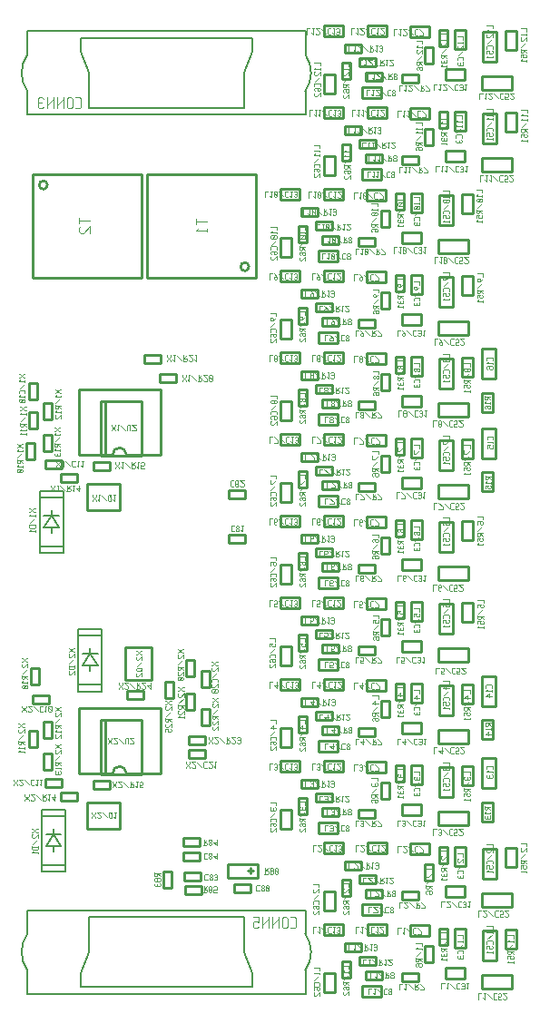
<source format=gbr>
G04 start of page 14 for group -4078 idx -4078 *
G04 Title: HETPREAMPS, bottomsilk *
G04 Creator: pcb 1.99z *
G04 CreationDate: Do 09 Apr 2015 07:40:17 GMT UTC *
G04 For: stephan *
G04 Format: Gerber/RS-274X *
G04 PCB-Dimensions (mil): 2952.76 4724.41 *
G04 PCB-Coordinate-Origin: lower left *
%MOIN*%
%FSLAX25Y25*%
%LNBOTTOMSILK*%
%ADD204C,0.0032*%
%ADD203C,0.0040*%
%ADD202C,0.0098*%
%ADD201C,0.0098*%
%ADD200C,0.0098*%
%ADD199C,0.0059*%
%ADD198C,0.0100*%
%ADD197C,0.0080*%
G54D197*X163387Y90158D02*Y81497D01*
Y68111D02*Y59450D01*
X140749Y87599D02*Y74804D01*
X143702Y66930D01*
Y62009D01*
X80709D02*X143702D01*
X83662Y87599D02*X140749D01*
X61024Y68111D02*Y59450D01*
Y90158D02*Y81497D01*
X80709Y66930D02*Y62009D01*
Y66930D02*X83662Y74804D01*
Y87599D02*Y74804D01*
X61024Y59450D02*X163387D01*
X61024Y90158D02*X163387D01*
X163219Y68029D02*G75*G03X163219Y81578I-9675J6775D01*G01*
X61192Y81578D02*G75*G03X61192Y68029I9675J-6775D01*G01*
G54D198*X111250Y104441D02*Y98441D01*
X114250D01*
Y104441D02*Y98441D01*
X111250Y104441D02*X114250D01*
X145750Y107191D02*Y102191D01*
X134750D02*X145750D01*
X134750Y107191D02*Y102191D01*
Y107191D02*X145750D01*
X142250Y104691D02*X144250D01*
X143250Y105691D02*Y103691D01*
X137250Y99691D02*X143250D01*
X137250D02*Y96691D01*
X143250D01*
Y99691D02*Y96691D01*
G54D199*X75081Y127108D02*Y104274D01*
X66419Y127108D02*X75081D01*
X66419D02*Y104274D01*
X75081D01*
X66419Y106636D02*X75081D01*
X66419Y124746D02*X75081D01*
X67994Y113722D02*X73506D01*
X67994D02*X70750Y118053D01*
X73506Y113722D01*
X67994Y118053D02*X73506D01*
X70750Y120022D02*Y118053D01*
Y113722D02*Y111754D01*
G54D198*X118750Y101191D02*X124750D01*
Y104191D02*Y101191D01*
X118750Y104191D02*X124750D01*
X118750D02*Y101191D01*
X118500Y111441D02*X124500D01*
X118500D02*Y108441D01*
X124500D01*
Y111441D02*Y108441D01*
X118500Y116691D02*X124500D01*
X118500D02*Y113691D01*
X124500D01*
Y116691D02*Y113691D01*
X119000Y98941D02*X125000D01*
X119000D02*Y95941D01*
X125000D01*
Y98941D02*Y95941D01*
X179750Y71441D02*Y65441D01*
X176750Y71441D02*X179750D01*
X176750D02*Y65441D01*
X179750D01*
G54D200*X170000Y67191D02*Y60191D01*
X174000D01*
Y67191D02*Y60191D01*
X170000Y67191D02*X174000D01*
X184000Y58441D02*X191000D01*
Y62441D02*Y58441D01*
X184000Y62441D02*X191000D01*
X184000D02*Y58441D01*
X236750Y83191D02*Y76191D01*
X240750D01*
Y83191D02*Y76191D01*
X236750Y83191D02*X240750D01*
G54D198*X228500Y71691D02*X233500D01*
X228500Y82691D02*Y71691D01*
Y82691D02*X233500D01*
Y71691D01*
X239250Y66441D02*Y61441D01*
X228250D02*X239250D01*
X228250Y66441D02*Y61441D01*
Y66441D02*X239250D01*
Y96441D02*Y91441D01*
X228250D02*X239250D01*
X228250Y96441D02*Y91441D01*
Y96441D02*X239250D01*
X210250Y76941D02*Y70941D01*
X207250Y76941D02*X210250D01*
X207250D02*Y70941D01*
X210250D01*
X212500Y83441D02*Y77441D01*
X215500D01*
Y83441D02*Y77441D01*
X212500Y83441D02*X215500D01*
X198750Y67191D02*X204750D01*
X198750D02*Y64191D01*
X204750D01*
Y67191D02*Y64191D01*
G54D200*X214750Y69191D02*X221750D01*
X214750D02*Y65191D01*
X221750D01*
Y69191D02*Y65191D01*
X201750Y80691D02*X208750D01*
Y84691D02*Y80691D01*
X201750Y84691D02*X208750D01*
X201750D02*Y80691D01*
G54D198*X198750Y97191D02*X204750D01*
X198750D02*Y94191D01*
X204750D01*
Y97191D02*Y94191D01*
G54D200*X222250Y83441D02*Y76441D01*
X218250Y83441D02*X222250D01*
X218250D02*Y76441D01*
X222250D01*
X214750Y99191D02*X221750D01*
X214750D02*Y95191D01*
X221750D01*
Y99191D02*Y95191D01*
G54D198*X185500Y67691D02*X191500D01*
X185500D02*Y64691D01*
X191500D01*
Y67691D02*Y64691D01*
G54D200*X186250Y84941D02*X193250D01*
X186250D02*Y80941D01*
X193250D01*
Y84941D02*Y80941D01*
X170000Y97191D02*Y90191D01*
X174000D01*
Y97191D02*Y90191D01*
X170000Y97191D02*X174000D01*
G54D198*X179750Y101441D02*Y95441D01*
X176750Y101441D02*X179750D01*
X176750D02*Y95441D01*
X179750D01*
X183000Y69941D02*X189000D01*
Y72941D02*Y69941D01*
X183000Y72941D02*X189000D01*
X183000D02*Y69941D01*
X177750Y78191D02*X183750D01*
X177750D02*Y75191D01*
X183750D01*
Y78191D02*Y75191D01*
G54D200*X170250Y84941D02*X177250D01*
X170250D02*Y80941D01*
X177250D01*
Y84941D02*Y80941D01*
G54D198*X185500Y97691D02*X191500D01*
X185500D02*Y94691D01*
X191500D01*
Y97691D02*Y94691D01*
G54D200*X184000Y88441D02*X191000D01*
Y92441D02*Y88441D01*
X184000Y92441D02*X191000D01*
X184000D02*Y88441D01*
G54D198*X111750Y174191D02*Y168191D01*
X114750D01*
Y174191D02*Y168191D01*
X111750Y174191D02*X114750D01*
X120500Y148941D02*X126500D01*
X120500D02*Y145941D01*
X126500D01*
Y148941D02*Y145941D01*
X120500Y154191D02*X126500D01*
X120500D02*Y151191D01*
X126500D01*
Y154191D02*Y151191D01*
X128000Y163941D02*Y157941D01*
X125000Y163941D02*X128000D01*
X125000D02*Y157941D01*
X128000D01*
X122500Y169691D02*Y163691D01*
X119500Y169691D02*X122500D01*
X119500D02*Y163691D01*
X122500D01*
Y182191D02*Y176191D01*
X119500Y182191D02*X122500D01*
X119500D02*Y176191D01*
X122500D01*
X125000Y177941D02*Y171941D01*
X128000D01*
Y177941D02*Y171941D01*
X125000Y177941D02*X128000D01*
X85500Y137691D02*X91500D01*
X85500D02*Y134691D01*
X91500D01*
Y137691D02*Y134691D01*
X67750Y135441D02*X73750D01*
Y138441D02*Y135441D01*
X67750Y138441D02*X73750D01*
X67750D02*Y135441D01*
X70000Y147691D02*Y141691D01*
X67000Y147691D02*X70000D01*
X67000D02*Y141691D01*
X70000D01*
Y159441D02*Y153441D01*
X67000Y159441D02*X70000D01*
X67000D02*Y153441D01*
X70000D01*
X64750Y155941D02*Y149941D01*
X61750Y155941D02*X64750D01*
X61750D02*Y149941D01*
X64750D01*
X73500Y133441D02*X79500D01*
X73500D02*Y130441D01*
X79500D01*
Y133441D02*Y130441D01*
X65500Y179191D02*Y173191D01*
X62500Y179191D02*X65500D01*
X62500D02*Y173191D01*
X65500D01*
X63250Y166191D02*X69250D01*
Y169191D02*Y166191D01*
X63250Y169191D02*X69250D01*
X63250D02*Y166191D01*
G54D201*X88250Y139941D02*X103250D01*
Y159941D02*Y139941D01*
X88250Y159941D02*X103250D01*
X88250D02*Y139941D01*
G54D198*X89750Y159941D02*Y139941D01*
G54D200*X154000Y217191D02*Y210191D01*
X158000D01*
Y217191D02*Y210191D01*
X154000Y217191D02*X158000D01*
X154250Y204941D02*X161250D01*
X154250D02*Y200941D01*
X161250D01*
Y204941D02*Y200941D01*
X170250Y204941D02*X177250D01*
X170250D02*Y200941D01*
X177250D01*
Y204941D02*Y200941D01*
G54D198*X161750Y198191D02*X167750D01*
X161750D02*Y195191D01*
X167750D01*
Y198191D02*Y195191D01*
G54D200*X168000Y208441D02*X175000D01*
Y212441D02*Y208441D01*
X168000Y212441D02*X175000D01*
X168000D02*Y208441D01*
G54D198*X223250Y186441D02*Y181441D01*
X212250D02*X223250D01*
X212250Y186441D02*Y181441D01*
Y186441D02*X223250D01*
G54D200*X198750Y189191D02*X205750D01*
X198750D02*Y185191D01*
X205750D01*
Y189191D02*Y185191D01*
G54D198*X196500Y203441D02*Y197441D01*
X199500D01*
Y203441D02*Y197441D01*
X196500Y203441D02*X199500D01*
G54D200*X206250D02*Y196441D01*
X202250Y203441D02*X206250D01*
X202250D02*Y196441D01*
X206250D01*
G54D198*X167000Y189941D02*X173000D01*
Y192941D02*Y189941D01*
X167000Y192941D02*X173000D01*
X167000D02*Y189941D01*
X169500Y187691D02*X175500D01*
X169500D02*Y184691D01*
X175500D01*
Y187691D02*Y184691D01*
G54D200*X154000Y187191D02*Y180191D01*
X158000D01*
Y187191D02*Y180191D01*
X154000Y187191D02*X158000D01*
G54D198*X163750Y191441D02*Y185441D01*
X160750Y191441D02*X163750D01*
X160750D02*Y185441D01*
X163750D01*
G54D200*X185750Y200691D02*X192750D01*
Y204691D02*Y200691D01*
X185750Y204691D02*X192750D01*
X185750D02*Y200691D01*
G54D198*X182750Y187191D02*X188750D01*
X182750D02*Y184191D01*
X188750D01*
Y187191D02*Y184191D01*
X194250Y196941D02*Y190941D01*
X191250Y196941D02*X194250D01*
X191250D02*Y190941D01*
X194250D01*
X223250Y216441D02*Y211441D01*
X212250D02*X223250D01*
X212250Y216441D02*Y211441D01*
Y216441D02*X223250D01*
G54D200*X228250Y250941D02*Y243941D01*
X232250D01*
Y250941D02*Y243941D01*
X228250Y250941D02*X232250D01*
G54D198*X212500Y221691D02*X217500D01*
X212500Y232691D02*Y221691D01*
Y232691D02*X217500D01*
Y221691D01*
G54D200*X220750Y233191D02*Y226191D01*
X224750D01*
Y233191D02*Y226191D01*
X220750Y233191D02*X224750D01*
G54D198*X223250Y246441D02*Y241441D01*
X212250D02*X223250D01*
X212250Y246441D02*Y241441D01*
Y246441D02*X223250D01*
G54D200*X198750Y249191D02*X205750D01*
X198750D02*Y245191D01*
X205750D01*
Y249191D02*Y245191D01*
G54D198*X212500Y191691D02*X217500D01*
X212500Y202691D02*Y191691D01*
Y202691D02*X217500D01*
Y191691D01*
G54D200*X220750Y203191D02*Y196191D01*
X224750D01*
Y203191D02*Y196191D01*
X220750Y203191D02*X224750D01*
G54D198*X196500Y233441D02*Y227441D01*
X199500D01*
Y233441D02*Y227441D01*
X196500Y233441D02*X199500D01*
G54D200*X206250D02*Y226441D01*
X202250Y233441D02*X206250D01*
X202250D02*Y226441D01*
X206250D01*
X185750Y230691D02*X192750D01*
Y234691D02*Y230691D01*
X185750Y234691D02*X192750D01*
X185750D02*Y230691D01*
G54D198*X194250Y226941D02*Y220941D01*
X191250Y226941D02*X194250D01*
X191250D02*Y220941D01*
X194250D01*
G54D200*X198750Y219191D02*X205750D01*
X198750D02*Y215191D01*
X205750D01*
Y219191D02*Y215191D01*
G54D198*X182750Y217191D02*X188750D01*
X182750D02*Y214191D01*
X188750D01*
Y217191D02*Y214191D01*
G54D200*X154000Y247191D02*Y240191D01*
X158000D01*
Y247191D02*Y240191D01*
X154000Y247191D02*X158000D01*
G54D198*X163750Y251441D02*Y245441D01*
X160750Y251441D02*X163750D01*
X160750D02*Y245441D01*
X163750D01*
G54D200*X154250Y234941D02*X161250D01*
X154250D02*Y230941D01*
X161250D01*
Y234941D02*Y230941D01*
G54D198*X161750Y228191D02*X167750D01*
X161750D02*Y225191D01*
X167750D01*
Y228191D02*Y225191D01*
X163750Y221441D02*Y215441D01*
X160750Y221441D02*X163750D01*
X160750D02*Y215441D01*
X163750D01*
G54D200*X170250Y234941D02*X177250D01*
X170250D02*Y230941D01*
X177250D01*
Y234941D02*Y230941D01*
G54D198*X167000Y219941D02*X173000D01*
Y222941D02*Y219941D01*
X167000Y222941D02*X173000D01*
X167000D02*Y219941D01*
X169500Y217691D02*X175500D01*
X169500D02*Y214691D01*
X175500D01*
Y217691D02*Y214691D01*
X169500Y247691D02*X175500D01*
X169500D02*Y244691D01*
X175500D01*
Y247691D02*Y244691D01*
X182750Y247191D02*X188750D01*
X182750D02*Y244191D01*
X188750D01*
Y247191D02*Y244191D01*
G54D200*X168000Y238441D02*X175000D01*
Y242441D02*Y238441D01*
X168000Y242441D02*X175000D01*
X168000D02*Y238441D01*
G54D198*X167000Y129941D02*X173000D01*
Y132941D02*Y129941D01*
X167000Y132941D02*X173000D01*
X167000D02*Y129941D01*
X169500Y127691D02*X175500D01*
X169500D02*Y124691D01*
X175500D01*
Y127691D02*Y124691D01*
X182750Y127191D02*X188750D01*
X182750D02*Y124191D01*
X188750D01*
Y127191D02*Y124191D01*
G54D200*X168000Y118441D02*X175000D01*
Y122441D02*Y118441D01*
X168000Y122441D02*X175000D01*
X168000D02*Y118441D01*
X170250Y114941D02*X177250D01*
X170250D02*Y110941D01*
X177250D01*
Y114941D02*Y110941D01*
X186250Y114941D02*X193250D01*
X186250D02*Y110941D01*
X193250D01*
Y114941D02*Y110941D01*
G54D198*X194250Y136941D02*Y130941D01*
X191250Y136941D02*X194250D01*
X191250D02*Y130941D01*
X194250D01*
X177750Y108191D02*X183750D01*
X177750D02*Y105191D01*
X183750D01*
Y108191D02*Y105191D01*
X183000Y99941D02*X189000D01*
Y102941D02*Y99941D01*
X183000Y102941D02*X189000D01*
X183000D02*Y99941D01*
G54D200*X228250Y129691D02*Y122691D01*
X232250D01*
Y129691D02*Y122691D01*
X228250Y129691D02*X232250D01*
G54D198*X228500Y101691D02*X233500D01*
X228500Y112691D02*Y101691D01*
Y112691D02*X233500D01*
Y101691D01*
G54D200*X236750Y113191D02*Y106191D01*
X240750D01*
Y113191D02*Y106191D01*
X236750Y113191D02*X240750D01*
G54D198*X212500Y113441D02*Y107441D01*
X215500D01*
Y113441D02*Y107441D01*
X212500Y113441D02*X215500D01*
G54D200*X222250D02*Y106441D01*
X218250Y113441D02*X222250D01*
X218250D02*Y106441D01*
X222250D01*
X201750Y110691D02*X208750D01*
Y114691D02*Y110691D01*
X201750Y114691D02*X208750D01*
X201750D02*Y110691D01*
G54D198*X210250Y106941D02*Y100941D01*
X207250Y106941D02*X210250D01*
X207250D02*Y100941D01*
X210250D01*
X223250Y126441D02*Y121441D01*
X212250D02*X223250D01*
X212250Y126441D02*Y121441D01*
Y126441D02*X223250D01*
X212500Y131691D02*X217500D01*
X212500Y142691D02*Y131691D01*
Y142691D02*X217500D01*
Y131691D01*
G54D200*X198750Y129191D02*X205750D01*
X198750D02*Y125191D01*
X205750D01*
Y129191D02*Y125191D01*
X154250Y144941D02*X161250D01*
X154250D02*Y140941D01*
X161250D01*
Y144941D02*Y140941D01*
X154000Y127191D02*Y120191D01*
X158000D01*
Y127191D02*Y120191D01*
X154000Y127191D02*X158000D01*
G54D198*X163750Y131441D02*Y125441D01*
X160750Y131441D02*X163750D01*
X160750D02*Y125441D01*
X163750D01*
G54D200*X154000Y157191D02*Y150191D01*
X158000D01*
Y157191D02*Y150191D01*
X154000Y157191D02*X158000D01*
G54D198*X163750Y161441D02*Y155441D01*
X160750Y161441D02*X163750D01*
X160750D02*Y155441D01*
X163750D01*
G54D200*X170250Y144941D02*X177250D01*
X170250D02*Y140941D01*
X177250D01*
Y144941D02*Y140941D01*
G54D198*X161750Y138191D02*X167750D01*
X161750D02*Y135191D01*
X167750D01*
Y138191D02*Y135191D01*
G54D200*X168000Y148441D02*X175000D01*
Y152441D02*Y148441D01*
X168000Y152441D02*X175000D01*
X168000D02*Y148441D01*
G54D198*X228000Y176191D02*X233000D01*
Y165191D01*
X228000D02*X233000D01*
X228000Y176191D02*Y165191D01*
G54D200*X228250Y159941D02*Y152941D01*
X232250D01*
Y159941D02*Y152941D01*
X228250Y159941D02*X232250D01*
G54D198*X228250Y145941D02*X233250D01*
Y134941D01*
X228250D02*X233250D01*
X228250Y145941D02*Y134941D01*
G54D200*X220750Y143191D02*Y136191D01*
X224750D01*
Y143191D02*Y136191D01*
X220750Y143191D02*X224750D01*
G54D198*X223250Y156441D02*Y151441D01*
X212250D02*X223250D01*
X212250Y156441D02*Y151441D01*
Y156441D02*X223250D01*
X212500Y161691D02*X217500D01*
X212500Y172691D02*Y161691D01*
Y172691D02*X217500D01*
Y161691D01*
G54D200*X220750Y173191D02*Y166191D01*
X224750D01*
Y173191D02*Y166191D01*
X220750Y173191D02*X224750D01*
X198750Y159191D02*X205750D01*
X198750D02*Y155191D01*
X205750D01*
Y159191D02*Y155191D01*
G54D198*X196500Y173441D02*Y167441D01*
X199500D01*
Y173441D02*Y167441D01*
X196500Y173441D02*X199500D01*
G54D200*X206250D02*Y166441D01*
X202250Y173441D02*X206250D01*
X202250D02*Y166441D01*
X206250D01*
G54D198*X196500Y143441D02*Y137441D01*
X199500D01*
Y143441D02*Y137441D01*
X196500Y143441D02*X199500D01*
G54D200*X206250D02*Y136441D01*
X202250Y143441D02*X206250D01*
X202250D02*Y136441D01*
X206250D01*
X185750Y140691D02*X192750D01*
Y144691D02*Y140691D01*
X185750Y144691D02*X192750D01*
X185750D02*Y140691D01*
Y170691D02*X192750D01*
Y174691D02*Y170691D01*
X185750Y174691D02*X192750D01*
X185750D02*Y170691D01*
G54D198*X194250Y166941D02*Y160941D01*
X191250Y166941D02*X194250D01*
X191250D02*Y160941D01*
X194250D01*
X169500Y157691D02*X175500D01*
X169500D02*Y154691D01*
X175500D01*
Y157691D02*Y154691D01*
X182750Y157191D02*X188750D01*
X182750D02*Y154191D01*
X188750D01*
Y157191D02*Y154191D01*
G54D200*X154250Y174941D02*X161250D01*
X154250D02*Y170941D01*
X161250D01*
Y174941D02*Y170941D01*
G54D198*X161750Y168191D02*X167750D01*
X161750D02*Y165191D01*
X167750D01*
Y168191D02*Y165191D01*
X167000Y159941D02*X173000D01*
Y162941D02*Y159941D01*
X167000Y162941D02*X173000D01*
X167000D02*Y159941D01*
G54D200*X170250Y174941D02*X177250D01*
X170250D02*Y170941D01*
X177250D01*
Y174941D02*Y170941D01*
X168000Y178441D02*X175000D01*
Y182441D02*Y178441D01*
X168000Y182441D02*X175000D01*
X168000D02*Y178441D01*
G54D198*X135250Y241441D02*X141250D01*
Y244441D02*Y241441D01*
X135250Y244441D02*X141250D01*
X135250D02*Y241441D01*
Y227941D02*X141250D01*
X135250D02*Y224941D01*
X141250D01*
Y227941D02*Y224941D01*
X97500Y140441D02*X110000D01*
X80000D02*X92500D01*
X80000Y164441D02*X110000D01*
X80000D02*Y140441D01*
X110000Y164441D02*Y140441D01*
X97500D02*G75*G03X92500Y140441I-2500J0D01*G01*
X97250Y186691D02*X106750D01*
X97250D02*Y174691D01*
X106750Y186691D02*Y174691D01*
X97250D02*X106750D01*
X97750Y167691D02*X103750D01*
Y170691D02*Y167691D01*
X97750Y170691D02*X103750D01*
X97750D02*Y167691D01*
X95000Y129691D02*Y120191D01*
X83000Y129691D02*X95000D01*
X83000Y120191D02*X95000D01*
X83000Y129691D02*Y120191D01*
X73500Y250441D02*X79500D01*
X73500D02*Y247441D01*
X79500D01*
Y250441D02*Y247441D01*
X60750Y261691D02*Y255691D01*
X63750D01*
Y261691D02*Y255691D01*
X60750Y261691D02*X63750D01*
G54D201*X88250Y256941D02*X103250D01*
Y276941D02*Y256941D01*
X88250Y276941D02*X103250D01*
X88250D02*Y256941D01*
G54D198*X89750Y276941D02*Y256941D01*
G54D199*X74331Y244108D02*Y221274D01*
X65669Y244108D02*X74331D01*
X65669D02*Y221274D01*
X74331D01*
X65669Y223636D02*X74331D01*
X65669Y241746D02*X74331D01*
X67244Y230722D02*X72756D01*
X67244D02*X70000Y235053D01*
X72756Y230722D01*
X67244Y235053D02*X72756D01*
X70000Y237022D02*Y235053D01*
Y230722D02*Y228754D01*
X88581Y193358D02*Y170524D01*
X79919Y193358D02*X88581D01*
X79919D02*Y170524D01*
X88581D01*
X79919Y172886D02*X88581D01*
X79919Y190996D02*X88581D01*
X81494Y179972D02*X87006D01*
X81494D02*X84250Y184303D01*
X87006Y179972D01*
X81494Y184303D02*X87006D01*
X84250Y186272D02*Y184303D01*
Y179972D02*Y178004D01*
G54D202*X63000Y360441D02*Y322441D01*
X103000D01*
Y360441D02*Y322441D01*
X63000Y360441D02*X103000D01*
X65500Y356441D02*G75*G03X65500Y356441I1500J0D01*G01*
X145000Y360441D02*Y322441D01*
X105000Y360441D02*X145000D01*
X105000D02*Y322441D01*
X145000D01*
X142500Y326441D02*G75*G03X142500Y326441I-1500J0D01*G01*
G54D198*X109750Y286941D02*X115750D01*
X109750D02*Y283941D01*
X115750D01*
Y286941D02*Y283941D01*
X104250Y294191D02*X110250D01*
X104250D02*Y291191D01*
X110250D01*
Y294191D02*Y291191D01*
X64750Y283691D02*Y277691D01*
X61750Y283691D02*X64750D01*
X61750D02*Y277691D01*
X64750D01*
X97500Y257441D02*X110000D01*
X80000D02*X92500D01*
X80000Y281441D02*X110000D01*
X80000D02*Y257441D01*
X110000Y281441D02*Y257441D01*
X97500D02*G75*G03X92500Y257441I-2500J0D01*G01*
X64750Y272941D02*Y266941D01*
X61750Y272941D02*X64750D01*
X61750D02*Y266941D01*
X64750D01*
X95000Y246691D02*Y237191D01*
X83000Y246691D02*X95000D01*
X83000Y237191D02*X95000D01*
X83000Y246691D02*Y237191D01*
X70000Y276441D02*Y270441D01*
X67000Y276441D02*X70000D01*
X67000D02*Y270441D01*
X70000D01*
Y264691D02*Y258691D01*
X67000Y264691D02*X70000D01*
X67000D02*Y258691D01*
X70000D01*
X67750Y252441D02*X73750D01*
Y255441D01*
X67750D01*
Y252441D01*
X85500Y254691D02*X91500D01*
X85500D02*Y251691D01*
X91500D01*
Y254691D02*Y251691D01*
G54D197*X61023Y390945D02*Y382283D01*
Y412992D02*Y404331D01*
X83661Y397638D02*Y384843D01*
Y397638D02*X80708Y405512D01*
Y410433D02*Y405512D01*
Y410433D02*X143700D01*
X83661Y384843D02*X140747D01*
X163385Y412992D02*Y404331D01*
Y390945D02*Y382283D01*
X143700Y410433D02*Y405512D01*
X140747Y397638D01*
Y384843D01*
X61023Y412992D02*X163385D01*
X61023Y382283D02*X163385D01*
X61190Y404412D02*G75*G03X61190Y390863I9675J-6775D01*G01*
X163218Y390863D02*G75*G03X163218Y404412I-9675J6775D01*G01*
G54D200*X170000Y397191D02*Y390191D01*
X174000D01*
Y397191D02*Y390191D01*
X170000Y397191D02*X174000D01*
X170000Y367191D02*Y360191D01*
X174000D01*
Y367191D02*Y360191D01*
X170000Y367191D02*X174000D01*
G54D198*X179750Y371441D02*Y365441D01*
X176750Y371441D02*X179750D01*
X176750D02*Y365441D01*
X179750D01*
G54D200*X170250Y414941D02*X177250D01*
X170250D02*Y410941D01*
X177250D01*
Y414941D02*Y410941D01*
X186250Y414941D02*X193250D01*
X186250D02*Y410941D01*
X193250D01*
Y414941D02*Y410941D01*
G54D198*X177750Y408191D02*X183750D01*
X177750D02*Y405191D01*
X183750D01*
Y408191D02*Y405191D01*
X183000Y399941D02*X189000D01*
Y402941D02*Y399941D01*
X183000Y402941D02*X189000D01*
X183000D02*Y399941D01*
X179750Y401441D02*Y395441D01*
X176750Y401441D02*X179750D01*
X176750D02*Y395441D01*
X179750D01*
X185500Y397691D02*X191500D01*
X185500D02*Y394691D01*
X191500D01*
Y397691D02*Y394691D01*
G54D200*X184000Y388441D02*X191000D01*
Y392441D02*Y388441D01*
X184000Y392441D02*X191000D01*
X184000D02*Y388441D01*
G54D198*X239250Y366441D02*Y361441D01*
X228250D02*X239250D01*
X228250Y366441D02*Y361441D01*
Y366441D02*X239250D01*
X228500Y371691D02*X233500D01*
X228500Y382691D02*Y371691D01*
Y382691D02*X233500D01*
Y371691D01*
G54D200*X236750Y383191D02*Y376191D01*
X240750D01*
Y383191D02*Y376191D01*
X236750Y383191D02*X240750D01*
G54D198*X239250Y396441D02*Y391441D01*
X228250D02*X239250D01*
X228250Y396441D02*Y391441D01*
Y396441D02*X239250D01*
X212500Y341691D02*X217500D01*
X212500Y352691D02*Y341691D01*
Y352691D02*X217500D01*
Y341691D01*
G54D200*X220750Y353191D02*Y346191D01*
X224750D01*
Y353191D02*Y346191D01*
X220750Y353191D02*X224750D01*
G54D198*X196500Y353441D02*Y347441D01*
X199500D01*
Y353441D02*Y347441D01*
X196500Y353441D02*X199500D01*
G54D200*X185750Y350691D02*X192750D01*
Y354691D02*Y350691D01*
X185750Y354691D02*X192750D01*
X185750D02*Y350691D01*
X206250Y353441D02*Y346441D01*
X202250Y353441D02*X206250D01*
X202250D02*Y346441D01*
X206250D01*
G54D198*X183000Y369941D02*X189000D01*
Y372941D02*Y369941D01*
X183000Y372941D02*X189000D01*
X183000D02*Y369941D01*
X185500Y367691D02*X191500D01*
X185500D02*Y364691D01*
X191500D01*
Y367691D02*Y364691D01*
G54D200*X184000Y358441D02*X191000D01*
Y362441D02*Y358441D01*
X184000Y362441D02*X191000D01*
X184000D02*Y358441D01*
X170250Y384941D02*X177250D01*
X170250D02*Y380941D01*
X177250D01*
Y384941D02*Y380941D01*
G54D198*X177750Y378191D02*X183750D01*
X177750D02*Y375191D01*
X183750D01*
Y378191D02*Y375191D01*
X198750Y367191D02*X204750D01*
X198750D02*Y364191D01*
X204750D01*
Y367191D02*Y364191D01*
X210250Y376941D02*Y370941D01*
X207250Y376941D02*X210250D01*
X207250D02*Y370941D01*
X210250D01*
G54D200*X186250Y384941D02*X193250D01*
X186250D02*Y380941D01*
X193250D01*
Y384941D02*Y380941D01*
X201750Y380691D02*X208750D01*
Y384691D02*Y380691D01*
X201750Y384691D02*X208750D01*
X201750D02*Y380691D01*
G54D198*X228500Y401691D02*X233500D01*
X228500Y412691D02*Y401691D01*
Y412691D02*X233500D01*
Y401691D01*
G54D200*X236750Y413191D02*Y406191D01*
X240750D01*
Y413191D02*Y406191D01*
X236750Y413191D02*X240750D01*
X222250Y413441D02*Y406441D01*
X218250Y413441D02*X222250D01*
X218250D02*Y406441D01*
X222250D01*
X214750Y369191D02*X221750D01*
X214750D02*Y365191D01*
X221750D01*
Y369191D02*Y365191D01*
G54D198*X212500Y383441D02*Y377441D01*
X215500D01*
Y383441D02*Y377441D01*
X212500Y383441D02*X215500D01*
G54D200*X222250D02*Y376441D01*
X218250Y383441D02*X222250D01*
X218250D02*Y376441D01*
X222250D01*
G54D198*X212500Y413441D02*Y407441D01*
X215500D01*
Y413441D02*Y407441D01*
X212500Y413441D02*X215500D01*
X210250Y406941D02*Y400941D01*
X207250Y406941D02*X210250D01*
X207250D02*Y400941D01*
X210250D01*
G54D200*X201750Y410691D02*X208750D01*
Y414691D02*Y410691D01*
X201750Y414691D02*X208750D01*
X201750D02*Y410691D01*
G54D198*X198750Y397191D02*X204750D01*
X198750D02*Y394191D01*
X204750D01*
Y397191D02*Y394191D01*
G54D200*X214750Y399191D02*X221750D01*
X214750D02*Y395191D01*
X221750D01*
Y399191D02*Y395191D01*
X154250Y324941D02*X161250D01*
X154250D02*Y320941D01*
X161250D01*
Y324941D02*Y320941D01*
X170250Y324941D02*X177250D01*
X170250D02*Y320941D01*
X177250D01*
Y324941D02*Y320941D01*
X185750Y320691D02*X192750D01*
Y324691D02*Y320691D01*
X185750Y324691D02*X192750D01*
X185750D02*Y320691D01*
G54D198*X161750Y318191D02*X167750D01*
X161750D02*Y315191D01*
X167750D01*
Y318191D02*Y315191D01*
X196500Y323441D02*Y317441D01*
X199500D01*
Y323441D02*Y317441D01*
X196500Y323441D02*X199500D01*
X194250Y316941D02*Y310941D01*
X191250Y316941D02*X194250D01*
X191250D02*Y310941D01*
X194250D01*
G54D200*X206250Y323441D02*Y316441D01*
X202250Y323441D02*X206250D01*
X202250D02*Y316441D01*
X206250D01*
G54D198*X169500Y337691D02*X175500D01*
X169500D02*Y334691D01*
X175500D01*
Y337691D02*Y334691D01*
X182750Y337191D02*X188750D01*
X182750D02*Y334191D01*
X188750D01*
Y337191D02*Y334191D01*
G54D200*X168000Y328441D02*X175000D01*
Y332441D02*Y328441D01*
X168000Y332441D02*X175000D01*
X168000D02*Y328441D01*
X220750Y323191D02*Y316191D01*
X224750D01*
Y323191D02*Y316191D01*
X220750Y323191D02*X224750D01*
G54D198*X223250Y336441D02*Y331441D01*
X212250D02*X223250D01*
X212250Y336441D02*Y331441D01*
Y336441D02*X223250D01*
X228250Y296441D02*X233250D01*
Y285441D01*
X228250D02*X233250D01*
X228250Y296441D02*Y285441D01*
G54D200*Y280191D02*Y273191D01*
X232250D01*
Y280191D02*Y273191D01*
X228250Y280191D02*X232250D01*
G54D198*X228250Y267191D02*X233250D01*
Y256191D01*
X228250D02*X233250D01*
X228250Y267191D02*Y256191D01*
X212500Y251691D02*X217500D01*
X212500Y262691D02*Y251691D01*
Y262691D02*X217500D01*
Y251691D01*
G54D200*X220750Y263191D02*Y256191D01*
X224750D01*
Y263191D02*Y256191D01*
X220750Y263191D02*X224750D01*
G54D198*X223250Y276441D02*Y271441D01*
X212250D02*X223250D01*
X212250Y276441D02*Y271441D01*
Y276441D02*X223250D01*
X212500Y281691D02*X217500D01*
X212500Y292691D02*Y281691D01*
Y292691D02*X217500D01*
Y281691D01*
X212500Y311691D02*X217500D01*
X212500Y322691D02*Y311691D01*
Y322691D02*X217500D01*
Y311691D01*
G54D200*X220750Y293191D02*Y286191D01*
X224750D01*
Y293191D02*Y286191D01*
X220750Y293191D02*X224750D01*
G54D198*X223250Y306441D02*Y301441D01*
X212250D02*X223250D01*
X212250Y306441D02*Y301441D01*
Y306441D02*X223250D01*
X196500Y263441D02*Y257441D01*
X199500D01*
Y263441D02*Y257441D01*
X196500Y263441D02*X199500D01*
G54D200*X206250D02*Y256441D01*
X202250Y263441D02*X206250D01*
X202250D02*Y256441D01*
X206250D01*
X185750Y260691D02*X192750D01*
Y264691D02*Y260691D01*
X185750Y264691D02*X192750D01*
X185750D02*Y260691D01*
G54D198*X194250Y256941D02*Y250941D01*
X191250Y256941D02*X194250D01*
X191250D02*Y250941D01*
X194250D01*
X182750Y277191D02*X188750D01*
X182750D02*Y274191D01*
X188750D01*
Y277191D02*Y274191D01*
G54D200*X198750Y279191D02*X205750D01*
X198750D02*Y275191D01*
X205750D01*
Y279191D02*Y275191D01*
G54D198*X196500Y293441D02*Y287441D01*
X199500D01*
Y293441D02*Y287441D01*
X196500Y293441D02*X199500D01*
G54D200*X206250D02*Y286441D01*
X202250Y293441D02*X206250D01*
X202250D02*Y286441D01*
X206250D01*
G54D198*X194250Y286941D02*Y280941D01*
X191250Y286941D02*X194250D01*
X191250D02*Y280941D01*
X194250D01*
X163750Y281441D02*Y275441D01*
X160750Y281441D02*X163750D01*
X160750D02*Y275441D01*
X163750D01*
G54D200*X154000Y277191D02*Y270191D01*
X158000D01*
Y277191D02*Y270191D01*
X154000Y277191D02*X158000D01*
X170250Y294941D02*X177250D01*
X170250D02*Y290941D01*
X177250D01*
Y294941D02*Y290941D01*
G54D198*X161750Y288191D02*X167750D01*
X161750D02*Y285191D01*
X167750D01*
Y288191D02*Y285191D01*
X167000Y279941D02*X173000D01*
Y282941D02*Y279941D01*
X167000Y282941D02*X173000D01*
X167000D02*Y279941D01*
X169500Y277691D02*X175500D01*
X169500D02*Y274691D01*
X175500D01*
Y277691D02*Y274691D01*
X167000Y309941D02*X173000D01*
Y312941D02*Y309941D01*
X167000Y312941D02*X173000D01*
X167000D02*Y309941D01*
X169500Y307691D02*X175500D01*
X169500D02*Y304691D01*
X175500D01*
Y307691D02*Y304691D01*
G54D200*X168000Y298441D02*X175000D01*
Y302441D02*Y298441D01*
X168000Y302441D02*X175000D01*
X168000D02*Y298441D01*
X154250Y264941D02*X161250D01*
X154250D02*Y260941D01*
X161250D01*
Y264941D02*Y260941D01*
G54D198*X161750Y258191D02*X167750D01*
X161750D02*Y255191D01*
X167750D01*
Y258191D02*Y255191D01*
X167000Y249941D02*X173000D01*
Y252941D02*Y249941D01*
X167000Y252941D02*X173000D01*
X167000D02*Y249941D01*
G54D200*X170250Y264941D02*X177250D01*
X170250D02*Y260941D01*
X177250D01*
Y264941D02*Y260941D01*
X168000Y268441D02*X175000D01*
Y272441D02*Y268441D01*
X168000Y272441D02*X175000D01*
X168000D02*Y268441D01*
X185750Y290691D02*X192750D01*
Y294691D02*Y290691D01*
X185750Y294691D02*X192750D01*
X185750D02*Y290691D01*
G54D198*X182750Y307191D02*X188750D01*
X182750D02*Y304191D01*
X188750D01*
Y307191D02*Y304191D01*
G54D200*X198750Y309191D02*X205750D01*
X198750D02*Y305191D01*
X205750D01*
Y309191D02*Y305191D01*
X198750Y339191D02*X205750D01*
X198750D02*Y335191D01*
X205750D01*
Y339191D02*Y335191D01*
G54D198*X194250Y346941D02*Y340941D01*
X191250Y346941D02*X194250D01*
X191250D02*Y340941D01*
X194250D01*
G54D200*X154250Y294941D02*X161250D01*
X154250D02*Y290941D01*
X161250D01*
Y294941D02*Y290941D01*
X154000Y307191D02*Y300191D01*
X158000D01*
Y307191D02*Y300191D01*
X154000Y307191D02*X158000D01*
G54D198*X163750Y311441D02*Y305441D01*
X160750Y311441D02*X163750D01*
X160750D02*Y305441D01*
X163750D01*
G54D200*X170250Y354941D02*X177250D01*
X170250D02*Y350941D01*
X177250D01*
Y354941D02*Y350941D01*
G54D198*X161750Y348191D02*X167750D01*
X161750D02*Y345191D01*
X167750D01*
Y348191D02*Y345191D01*
X167000Y339941D02*X173000D01*
Y342941D02*Y339941D01*
X167000Y342941D02*X173000D01*
X167000D02*Y339941D01*
G54D200*X154250Y354941D02*X161250D01*
X154250D02*Y350941D01*
X161250D01*
Y354941D02*Y350941D01*
X154000Y337191D02*Y330191D01*
X158000D01*
Y337191D02*Y330191D01*
X154000Y337191D02*X158000D01*
G54D198*X163750Y341441D02*Y335441D01*
X160750Y341441D02*X163750D01*
X160750D02*Y335441D01*
X163750D01*
G54D203*X78909Y384585D02*X80409D01*
X80909Y385085D02*X80409Y384585D01*
X80909Y385085D02*Y388085D01*
X80409Y388585D01*
X78909D02*X80409D01*
X77709Y385085D02*Y388085D01*
X77209Y388585D01*
X76209D02*X77209D01*
X76209D02*X75709Y388085D01*
Y385085D02*Y388085D01*
X76209Y384585D02*X75709Y385085D01*
X76209Y384585D02*X77209D01*
X77709Y385085D02*X77209Y384585D01*
X74509D02*Y388585D01*
Y388085D02*Y388585D01*
Y388085D02*X72009Y385585D01*
Y384585D02*Y388585D01*
X70809Y384585D02*Y388585D01*
Y388085D02*Y388585D01*
Y388085D02*X68309Y385585D01*
Y384585D02*Y388585D01*
X67109Y388085D02*X66609Y388585D01*
X65609D02*X66609D01*
X65609D02*X65109Y388085D01*
Y385085D02*Y388085D01*
X65609Y384585D02*X65109Y385085D01*
X65609Y384585D02*X66609D01*
X67109Y385085D02*X66609Y384585D01*
X65109Y386585D02*X66609D01*
X80250Y342441D02*Y344441D01*
Y343441D02*X84250D01*
X80750Y341241D02*X80250Y340741D01*
Y339241D02*Y340741D01*
Y339241D02*X80750Y338741D01*
X81750D01*
X84250Y341241D02*X81750Y338741D01*
X84250D02*Y341241D01*
X123250Y341941D02*Y343941D01*
Y342941D02*X127250D01*
Y339241D02*Y340241D01*
X123250Y339741D02*X127250D01*
X124250Y340741D02*X123250Y339741D01*
G54D204*X150300Y219691D02*X152500D01*
Y218591D02*Y219691D01*
X150300Y217106D02*X150575Y216831D01*
X150300Y217106D02*Y217656D01*
X150575Y217931D02*X150300Y217656D01*
X150575Y217931D02*X152225D01*
X152500Y217656D01*
X151400Y217106D02*X151675Y216831D01*
X151400Y217106D02*Y217931D01*
X152500Y217106D02*Y217656D01*
Y217106D02*X152225Y216831D01*
X151675D02*X152225D01*
Y216171D02*X150575Y214521D01*
X152500Y212761D02*Y213586D01*
X152225Y213861D02*X152500Y213586D01*
X150575Y213861D02*X152225D01*
X150575D02*X150300Y213586D01*
Y212761D02*Y213586D01*
Y211276D02*X150575Y211001D01*
X150300Y211276D02*Y211826D01*
X150575Y212101D02*X150300Y211826D01*
X150575Y212101D02*X152225D01*
X152500Y211826D01*
X151400Y211276D02*X151675Y211001D01*
X151400Y211276D02*Y212101D01*
X152500Y211276D02*Y211826D01*
Y211276D02*X152225Y211001D01*
X151675D02*X152225D01*
X150575Y210341D02*X150300Y210066D01*
Y209241D02*Y210066D01*
Y209241D02*X150575Y208966D01*
X151125D01*
X152500Y210341D02*X151125Y208966D01*
X152500D02*Y210341D01*
X150000Y201741D02*Y203941D01*
X151100D01*
X151760Y201741D02*X152860D01*
X151760D02*Y202841D01*
X152035Y202566D01*
X152585D01*
X152860Y202841D01*
Y203666D01*
X152585Y203941D02*X152860Y203666D01*
X152035Y203941D02*X152585D01*
X151760Y203666D02*X152035Y203941D01*
X153520Y203666D02*X155170Y202016D01*
X156105Y203941D02*X156930D01*
X155830Y203666D02*X156105Y203941D01*
X155830Y202016D02*Y203666D01*
Y202016D02*X156105Y201741D01*
X156930D01*
X157865Y203941D02*X158415D01*
X158140Y201741D02*Y203941D01*
X157590Y202291D02*X158140Y201741D01*
X159075Y202016D02*X159350Y201741D01*
X159900D01*
X160175Y202016D01*
Y203666D01*
X159900Y203941D02*X160175Y203666D01*
X159350Y203941D02*X159900D01*
X159075Y203666D02*X159350Y203941D01*
Y202841D02*X160175D01*
X165750Y201741D02*Y203941D01*
X166850D01*
X167510Y201741D02*X168610D01*
X167510D02*Y202841D01*
X167785Y202566D01*
X168335D01*
X168610Y202841D01*
Y203666D01*
X168335Y203941D02*X168610Y203666D01*
X167785Y203941D02*X168335D01*
X167510Y203666D02*X167785Y203941D01*
X169270Y203666D02*X170920Y202016D01*
X171855Y203941D02*X172680D01*
X171580Y203666D02*X171855Y203941D01*
X171580Y202016D02*Y203666D01*
Y202016D02*X171855Y201741D01*
X172680D01*
X173615Y203941D02*X174165D01*
X173890Y201741D02*Y203941D01*
X173340Y202291D02*X173890Y201741D01*
X174825Y202016D02*X175100Y201741D01*
X175925D01*
X176200Y202016D01*
Y202566D01*
X174825Y203941D02*X176200Y202566D01*
X174825Y203941D02*X176200D01*
X163250Y195491D02*Y197691D01*
X164350D01*
X165010Y195491D02*X166110D01*
X165010D02*Y196591D01*
X165285Y196316D01*
X165835D01*
X166110Y196591D01*
Y197416D01*
X165835Y197691D02*X166110Y197416D01*
X165285Y197691D02*X165835D01*
X165010Y197416D02*X165285Y197691D01*
X166770Y197416D02*X168420Y195766D01*
X169080Y195491D02*X170180D01*
X170455Y195766D01*
Y196316D01*
X170180Y196591D02*X170455Y196316D01*
X169355Y196591D02*X170180D01*
X169355Y195491D02*Y197691D01*
Y196591D02*X170455Y197691D01*
X171390D02*X171940D01*
X171665Y195491D02*Y197691D01*
X171115Y196041D02*X171665Y195491D01*
X172600Y195766D02*X172875Y195491D01*
X173425D01*
X173700Y195766D01*
Y197416D01*
X173425Y197691D02*X173700Y197416D01*
X172875Y197691D02*X173425D01*
X172600Y197416D02*X172875Y197691D01*
Y196591D02*X173700D01*
X161050Y219941D02*X163250D01*
Y218841D02*Y219941D01*
X161050Y217356D02*X161325Y217081D01*
X161050Y217356D02*Y217906D01*
X161325Y218181D02*X161050Y217906D01*
X161325Y218181D02*X162975D01*
X163250Y217906D01*
X162150Y217356D02*X162425Y217081D01*
X162150Y217356D02*Y218181D01*
X163250Y217356D02*Y217906D01*
Y217356D02*X162975Y217081D01*
X162425D02*X162975D01*
Y216421D02*X161325Y214771D01*
X161050Y213011D02*Y214111D01*
Y213011D02*X161325Y212736D01*
X161875D01*
X162150Y213011D02*X161875Y212736D01*
X162150Y213011D02*Y213836D01*
X161050D02*X163250D01*
X162150D02*X163250Y212736D01*
X161050Y211251D02*X161325Y210976D01*
X161050Y211251D02*Y211801D01*
X161325Y212076D02*X161050Y211801D01*
X161325Y212076D02*X162975D01*
X163250Y211801D01*
X162150Y211251D02*X162425Y210976D01*
X162150Y211251D02*Y212076D01*
X163250Y211251D02*Y211801D01*
Y211251D02*X162975Y210976D01*
X162425D02*X162975D01*
X161325Y210316D02*X161050Y210041D01*
Y209216D02*Y210041D01*
Y209216D02*X161325Y208941D01*
X161875D01*
X163250Y210316D02*X161875Y208941D01*
X163250D02*Y210316D01*
X150000Y231741D02*Y233941D01*
X151100D01*
X152585Y231741D02*X152860Y232016D01*
X152035Y231741D02*X152585D01*
X151760Y232016D02*X152035Y231741D01*
X151760Y232016D02*Y233666D01*
X152035Y233941D01*
X152585Y232841D02*X152860Y233116D01*
X151760Y232841D02*X152585D01*
X152035Y233941D02*X152585D01*
X152860Y233666D01*
Y233116D02*Y233666D01*
X153520D02*X155170Y232016D01*
X156105Y233941D02*X156930D01*
X155830Y233666D02*X156105Y233941D01*
X155830Y232016D02*Y233666D01*
Y232016D02*X156105Y231741D01*
X156930D01*
X157865Y233941D02*X158415D01*
X158140Y231741D02*Y233941D01*
X157590Y232291D02*X158140Y231741D01*
X159075Y232016D02*X159350Y231741D01*
X159900D01*
X160175Y232016D01*
Y233666D01*
X159900Y233941D02*X160175Y233666D01*
X159350Y233941D02*X159900D01*
X159075Y233666D02*X159350Y233941D01*
Y232841D02*X160175D01*
X136275Y231441D02*X137100D01*
X136000Y231166D02*X136275Y231441D01*
X136000Y229516D02*Y231166D01*
Y229516D02*X136275Y229241D01*
X137100D01*
X137760Y231166D02*X138035Y231441D01*
X137760Y230616D02*Y231166D01*
Y230616D02*X138035Y230341D01*
X138585D01*
X138860Y230616D01*
Y231166D01*
X138585Y231441D02*X138860Y231166D01*
X138035Y231441D02*X138585D01*
X137760Y230066D02*X138035Y230341D01*
X137760Y229516D02*Y230066D01*
Y229516D02*X138035Y229241D01*
X138585D01*
X138860Y229516D01*
Y230066D01*
X138585Y230341D02*X138860Y230066D01*
X139795Y231441D02*X140345D01*
X140070Y229241D02*Y231441D01*
X139520Y229791D02*X140070Y229241D01*
X165750Y231741D02*Y233941D01*
X166850D01*
X168335Y231741D02*X168610Y232016D01*
X167785Y231741D02*X168335D01*
X167510Y232016D02*X167785Y231741D01*
X167510Y232016D02*Y233666D01*
X167785Y233941D01*
X168335Y232841D02*X168610Y233116D01*
X167510Y232841D02*X168335D01*
X167785Y233941D02*X168335D01*
X168610Y233666D01*
Y233116D02*Y233666D01*
X169270D02*X170920Y232016D01*
X171855Y233941D02*X172680D01*
X171580Y233666D02*X171855Y233941D01*
X171580Y232016D02*Y233666D01*
Y232016D02*X171855Y231741D01*
X172680D01*
X173615Y233941D02*X174165D01*
X173890Y231741D02*Y233941D01*
X173340Y232291D02*X173890Y231741D01*
X174825Y232016D02*X175100Y231741D01*
X175925D01*
X176200Y232016D01*
Y232566D01*
X174825Y233941D02*X176200Y232566D01*
X174825Y233941D02*X176200D01*
X163250Y225491D02*Y227691D01*
X164350D01*
X165835Y225491D02*X166110Y225766D01*
X165285Y225491D02*X165835D01*
X165010Y225766D02*X165285Y225491D01*
X165010Y225766D02*Y227416D01*
X165285Y227691D01*
X165835Y226591D02*X166110Y226866D01*
X165010Y226591D02*X165835D01*
X165285Y227691D02*X165835D01*
X166110Y227416D01*
Y226866D02*Y227416D01*
X166770D02*X168420Y225766D01*
X169080Y225491D02*X170180D01*
X170455Y225766D01*
Y226316D01*
X170180Y226591D02*X170455Y226316D01*
X169355Y226591D02*X170180D01*
X169355Y225491D02*Y227691D01*
Y226591D02*X170455Y227691D01*
X171390D02*X171940D01*
X171665Y225491D02*Y227691D01*
X171115Y226041D02*X171665Y225491D01*
X172600Y225766D02*X172875Y225491D01*
X173425D01*
X173700Y225766D01*
Y227416D01*
X173425Y227691D02*X173700Y227416D01*
X172875Y227691D02*X173425D01*
X172600Y227416D02*X172875Y227691D01*
Y226591D02*X173700D01*
X118000Y284491D02*Y284766D01*
X119375Y286141D01*
Y286691D01*
X118000Y286141D02*Y286691D01*
Y286141D02*X119375Y284766D01*
Y284491D02*Y284766D01*
X120310Y286691D02*X120860D01*
X120585Y284491D02*Y286691D01*
X120035Y285041D02*X120585Y284491D01*
X121520Y286416D02*X123170Y284766D01*
X123830Y284491D02*X124930D01*
X125205Y284766D01*
Y285316D01*
X124930Y285591D02*X125205Y285316D01*
X124105Y285591D02*X124930D01*
X124105Y284491D02*Y286691D01*
Y285591D02*X125205Y286691D01*
X125865Y284766D02*X126140Y284491D01*
X126965D01*
X127240Y284766D01*
Y285316D01*
X125865Y286691D02*X127240Y285316D01*
X125865Y286691D02*X127240D01*
X127900Y286416D02*X128175Y286691D01*
X127900Y284766D02*Y286416D01*
Y284766D02*X128175Y284491D01*
X128725D01*
X129000Y284766D01*
Y286416D01*
X128725Y286691D02*X129000Y286416D01*
X128175Y286691D02*X128725D01*
X127900Y286141D02*X129000Y285041D01*
X136025Y247941D02*X136850D01*
X135750Y247666D02*X136025Y247941D01*
X135750Y246016D02*Y247666D01*
Y246016D02*X136025Y245741D01*
X136850D01*
X137510Y247666D02*X137785Y247941D01*
X137510Y247116D02*Y247666D01*
Y247116D02*X137785Y246841D01*
X138335D01*
X138610Y247116D01*
Y247666D01*
X138335Y247941D02*X138610Y247666D01*
X137785Y247941D02*X138335D01*
X137510Y246566D02*X137785Y246841D01*
X137510Y246016D02*Y246566D01*
Y246016D02*X137785Y245741D01*
X138335D01*
X138610Y246016D01*
Y246566D01*
X138335Y246841D02*X138610Y246566D01*
X139270Y246016D02*X139545Y245741D01*
X140370D01*
X140645Y246016D01*
Y246566D01*
X139270Y247941D02*X140645Y246566D01*
X139270Y247941D02*X140645D01*
X112500Y291741D02*Y292016D01*
X113875Y293391D01*
Y293941D01*
X112500Y293391D02*Y293941D01*
Y293391D02*X113875Y292016D01*
Y291741D02*Y292016D01*
X114810Y293941D02*X115360D01*
X115085Y291741D02*Y293941D01*
X114535Y292291D02*X115085Y291741D01*
X116020Y293666D02*X117670Y292016D01*
X118330Y291741D02*X119430D01*
X119705Y292016D01*
Y292566D01*
X119430Y292841D02*X119705Y292566D01*
X118605Y292841D02*X119430D01*
X118605Y291741D02*Y293941D01*
Y292841D02*X119705Y293941D01*
X120365Y292016D02*X120640Y291741D01*
X121465D01*
X121740Y292016D01*
Y292566D01*
X120365Y293941D02*X121740Y292566D01*
X120365Y293941D02*X121740D01*
X122675D02*X123225D01*
X122950Y291741D02*Y293941D01*
X122400Y292291D02*X122950Y291741D01*
X58050Y286941D02*X58325D01*
X59700Y285566D01*
X60250D01*
X59700Y286941D02*X60250D01*
X59700D02*X58325Y285566D01*
X58050D02*X58325D01*
X60250Y284081D02*Y284631D01*
X58050Y284356D02*X60250D01*
X58600Y284906D02*X58050Y284356D01*
X59975Y283421D02*X58325Y281771D01*
X60250Y280011D02*Y280836D01*
X59975Y281111D02*X60250Y280836D01*
X58325Y281111D02*X59975D01*
X58325D02*X58050Y280836D01*
Y280011D02*Y280836D01*
X60250Y278526D02*Y279076D01*
X58050Y278801D02*X60250D01*
X58600Y279351D02*X58050Y278801D01*
X59975Y277866D02*X60250Y277591D01*
X58325Y277866D02*X59975D01*
X58325D02*X58050Y277591D01*
Y277041D02*Y277591D01*
Y277041D02*X58325Y276766D01*
X59975D01*
X60250Y277041D02*X59975Y276766D01*
X60250Y277041D02*Y277591D01*
X59700Y277866D02*X58600Y276766D01*
X92000Y266241D02*Y266516D01*
X93375Y267891D01*
Y268441D01*
X92000Y267891D02*Y268441D01*
Y267891D02*X93375Y266516D01*
Y266241D02*Y266516D01*
X94310Y268441D02*X94860D01*
X94585Y266241D02*Y268441D01*
X94035Y266791D02*X94585Y266241D01*
X95520Y268166D02*X97170Y266516D01*
X97830Y266241D02*Y268166D01*
X98105Y268441D01*
X98655D01*
X98930Y268166D01*
Y266241D02*Y268166D01*
X99590Y266516D02*X99865Y266241D01*
X100690D01*
X100965Y266516D01*
Y267066D01*
X99590Y268441D02*X100965Y267066D01*
X99590Y268441D02*X100965D01*
X93500Y252491D02*Y252766D01*
X94875Y254141D01*
Y254691D01*
X93500Y254141D02*Y254691D01*
Y254141D02*X94875Y252766D01*
Y252491D02*Y252766D01*
X95810Y254691D02*X96360D01*
X96085Y252491D02*Y254691D01*
X95535Y253041D02*X96085Y252491D01*
X97020Y254416D02*X98670Y252766D01*
X99330Y252491D02*X100430D01*
X100705Y252766D01*
Y253316D01*
X100430Y253591D02*X100705Y253316D01*
X99605Y253591D02*X100430D01*
X99605Y252491D02*Y254691D01*
Y253591D02*X100705Y254691D01*
X101640D02*X102190D01*
X101915Y252491D02*Y254691D01*
X101365Y253041D02*X101915Y252491D01*
X102850D02*X103950D01*
X102850D02*Y253591D01*
X103125Y253316D01*
X103675D01*
X103950Y253591D01*
Y254416D01*
X103675Y254691D02*X103950Y254416D01*
X103125Y254691D02*X103675D01*
X102850Y254416D02*X103125Y254691D01*
X58550Y274941D02*X58825D01*
X60200Y273566D01*
X60750D01*
X60200Y274941D02*X60750D01*
X60200D02*X58825Y273566D01*
X58550D02*X58825D01*
X60750Y272081D02*Y272631D01*
X58550Y272356D02*X60750D01*
X59100Y272906D02*X58550Y272356D01*
X60475Y271421D02*X58825Y269771D01*
X58550Y268011D02*Y269111D01*
Y268011D02*X58825Y267736D01*
X59375D01*
X59650Y268011D02*X59375Y267736D01*
X59650Y268011D02*Y268836D01*
X58550D02*X60750D01*
X59650D02*X60750Y267736D01*
Y266251D02*Y266801D01*
X58550Y266526D02*X60750D01*
X59100Y267076D02*X58550Y266526D01*
X60750Y264766D02*Y265316D01*
X58550Y265041D02*X60750D01*
X59100Y265591D02*X58550Y265041D01*
X57300Y261441D02*X57575D01*
X58950Y260066D01*
X59500D01*
X58950Y261441D02*X59500D01*
X58950D02*X57575Y260066D01*
X57300D02*X57575D01*
X59500Y258581D02*Y259131D01*
X57300Y258856D02*X59500D01*
X57850Y259406D02*X57300Y258856D01*
X59225Y257921D02*X57575Y256271D01*
X57300Y254511D02*Y255611D01*
Y254511D02*X57575Y254236D01*
X58125D01*
X58400Y254511D02*X58125Y254236D01*
X58400Y254511D02*Y255336D01*
X57300D02*X59500D01*
X58400D02*X59500Y254236D01*
Y252751D02*Y253301D01*
X57300Y253026D02*X59500D01*
X57850Y253576D02*X57300Y253026D01*
X59225Y252091D02*X59500Y251816D01*
X57575Y252091D02*X59225D01*
X57575D02*X57300Y251816D01*
Y251266D02*Y251816D01*
Y251266D02*X57575Y250991D01*
X59225D01*
X59500Y251266D02*X59225Y250991D01*
X59500Y251266D02*Y251816D01*
X58950Y252091D02*X57850Y250991D01*
X71300Y281441D02*X71575D01*
X72950Y280066D01*
X73500D01*
X72950Y281441D02*X73500D01*
X72950D02*X71575Y280066D01*
X71300D02*X71575D01*
X73500Y278581D02*Y279131D01*
X71300Y278856D02*X73500D01*
X71850Y279406D02*X71300Y278856D01*
X73225Y277921D02*X71575Y276271D01*
X71300Y274511D02*Y275611D01*
Y274511D02*X71575Y274236D01*
X72125D01*
X72400Y274511D02*X72125Y274236D01*
X72400Y274511D02*Y275336D01*
X71300D02*X73500D01*
X72400D02*X73500Y274236D01*
Y272751D02*Y273301D01*
X71300Y273026D02*X73500D01*
X71850Y273576D02*X71300Y273026D01*
X71575Y272091D02*X71300Y271816D01*
Y270991D02*Y271816D01*
Y270991D02*X71575Y270716D01*
X72125D01*
X73500Y272091D02*X72125Y270716D01*
X73500D02*Y272091D01*
X71050Y267441D02*X71325D01*
X72700Y266066D01*
X73250D01*
X72700Y267441D02*X73250D01*
X72700D02*X71325Y266066D01*
X71050D02*X71325D01*
X73250Y264581D02*Y265131D01*
X71050Y264856D02*X73250D01*
X71600Y265406D02*X71050Y264856D01*
X72975Y263921D02*X71325Y262271D01*
X71050Y260511D02*Y261611D01*
Y260511D02*X71325Y260236D01*
X71875D01*
X72150Y260511D02*X71875Y260236D01*
X72150Y260511D02*Y261336D01*
X71050D02*X73250D01*
X72150D02*X73250Y260236D01*
Y258751D02*Y259301D01*
X71050Y259026D02*X73250D01*
X71600Y259576D02*X71050Y259026D01*
X71325Y258091D02*X71050Y257816D01*
Y257266D02*Y257816D01*
Y257266D02*X71325Y256991D01*
X72975D01*
X73250Y257266D02*X72975Y256991D01*
X73250Y257266D02*Y257816D01*
X72975Y258091D02*X73250Y257816D01*
X72150Y256991D02*Y257816D01*
X71750Y252991D02*Y253266D01*
X73125Y254641D01*
Y255191D01*
X71750Y254641D02*Y255191D01*
Y254641D02*X73125Y253266D01*
Y252991D02*Y253266D01*
X74060Y255191D02*X74610D01*
X74335Y252991D02*Y255191D01*
X73785Y253541D02*X74335Y252991D01*
X75270Y254916D02*X76920Y253266D01*
X77855Y255191D02*X78680D01*
X77580Y254916D02*X77855Y255191D01*
X77580Y253266D02*Y254916D01*
Y253266D02*X77855Y252991D01*
X78680D01*
X79615Y255191D02*X80165D01*
X79890Y252991D02*Y255191D01*
X79340Y253541D02*X79890Y252991D01*
X81100Y255191D02*X81650D01*
X81375Y252991D02*Y255191D01*
X80825Y253541D02*X81375Y252991D01*
X69750Y243991D02*Y244266D01*
X71125Y245641D01*
Y246191D01*
X69750Y245641D02*Y246191D01*
Y245641D02*X71125Y244266D01*
Y243991D02*Y244266D01*
X72060Y246191D02*X72610D01*
X72335Y243991D02*Y246191D01*
X71785Y244541D02*X72335Y243991D01*
X73270Y245916D02*X74920Y244266D01*
X75580Y243991D02*X76680D01*
X76955Y244266D01*
Y244816D01*
X76680Y245091D02*X76955Y244816D01*
X75855Y245091D02*X76680D01*
X75855Y243991D02*Y246191D01*
Y245091D02*X76955Y246191D01*
X77890D02*X78440D01*
X78165Y243991D02*Y246191D01*
X77615Y244541D02*X78165Y243991D01*
X79100Y245091D02*X80200Y243991D01*
X79100Y245091D02*X80475D01*
X80200Y243991D02*Y246191D01*
X85000Y240491D02*Y240766D01*
X86375Y242141D01*
Y242691D01*
X85000Y242141D02*Y242691D01*
Y242141D02*X86375Y240766D01*
Y240491D02*Y240766D01*
X87310Y242691D02*X87860D01*
X87585Y240491D02*Y242691D01*
X87035Y241041D02*X87585Y240491D01*
X88520Y242416D02*X90170Y240766D01*
X90830D02*Y242416D01*
Y240766D02*X91105Y240491D01*
X91655D01*
X91930Y240766D01*
Y242416D01*
X91655Y242691D02*X91930Y242416D01*
X91105Y242691D02*X91655D01*
X90830Y242416D02*X91105Y242691D01*
X91380Y242141D02*X91930Y242691D01*
X92865D02*X93415D01*
X93140Y240491D02*Y242691D01*
X92590Y241041D02*X93140Y240491D01*
X61800Y237691D02*X62075D01*
X63450Y236316D01*
X64000D01*
X63450Y237691D02*X64000D01*
X63450D02*X62075Y236316D01*
X61800D02*X62075D01*
X64000Y234831D02*Y235381D01*
X61800Y235106D02*X64000D01*
X62350Y235656D02*X61800Y235106D01*
X63725Y234171D02*X62075Y232521D01*
X61800Y231586D02*X64000D01*
X61800Y230761D02*X62075Y230486D01*
X63725D01*
X64000Y230761D02*X63725Y230486D01*
X64000Y230761D02*Y231861D01*
X61800Y230761D02*Y231861D01*
X64000Y229001D02*Y229551D01*
X61800Y229276D02*X64000D01*
X62350Y229826D02*X61800Y229276D01*
X150300Y249691D02*X152500D01*
Y248591D02*Y249691D01*
Y247931D02*X151125Y246556D01*
X150300D02*X151125D01*
X150300D02*Y247931D01*
X152225Y245896D02*X150575Y244246D01*
X152500Y242486D02*Y243311D01*
X152225Y243586D02*X152500Y243311D01*
X150575Y243586D02*X152225D01*
X150575D02*X150300Y243311D01*
Y242486D02*Y243311D01*
Y241001D02*X150575Y240726D01*
X150300Y241001D02*Y241551D01*
X150575Y241826D02*X150300Y241551D01*
X150575Y241826D02*X152225D01*
X152500Y241551D01*
X151400Y241001D02*X151675Y240726D01*
X151400Y241001D02*Y241826D01*
X152500Y241001D02*Y241551D01*
Y241001D02*X152225Y240726D01*
X151675D02*X152225D01*
X150575Y240066D02*X150300Y239791D01*
Y238966D02*Y239791D01*
Y238966D02*X150575Y238691D01*
X151125D01*
X152500Y240066D02*X151125Y238691D01*
X152500D02*Y240066D01*
X168500Y219991D02*Y222191D01*
X169600D01*
X171085Y219991D02*X171360Y220266D01*
X170535Y219991D02*X171085D01*
X170260Y220266D02*X170535Y219991D01*
X170260Y220266D02*Y221916D01*
X170535Y222191D01*
X171085Y221091D02*X171360Y221366D01*
X170260Y221091D02*X171085D01*
X170535Y222191D02*X171085D01*
X171360Y221916D01*
Y221366D02*Y221916D01*
X172020D02*X173670Y220266D01*
X174330Y219991D02*X175430D01*
X175705Y220266D01*
Y220816D01*
X175430Y221091D02*X175705Y220816D01*
X174605Y221091D02*X175430D01*
X174605Y219991D02*Y222191D01*
Y221091D02*X175705Y222191D01*
X176640D02*X177190D01*
X176915Y219991D02*Y222191D01*
X176365Y220541D02*X176915Y219991D01*
X177850Y220266D02*X178125Y219991D01*
X178950D01*
X179225Y220266D01*
Y220816D01*
X177850Y222191D02*X179225Y220816D01*
X177850Y222191D02*X179225D01*
X170500Y209241D02*Y211441D01*
X171600D01*
X173085Y209241D02*X173360Y209516D01*
X172535Y209241D02*X173085D01*
X172260Y209516D02*X172535Y209241D01*
X172260Y209516D02*Y211166D01*
X172535Y211441D01*
X173085Y210341D02*X173360Y210616D01*
X172260Y210341D02*X173085D01*
X172535Y211441D02*X173085D01*
X173360Y211166D01*
Y210616D02*Y211166D01*
X174020D02*X175670Y209516D01*
X176605Y211441D02*X177430D01*
X176330Y211166D02*X176605Y211441D01*
X176330Y209516D02*Y211166D01*
Y209516D02*X176605Y209241D01*
X177430D01*
X178090Y211166D02*X178365Y211441D01*
X178090Y210616D02*Y211166D01*
Y210616D02*X178365Y210341D01*
X178915D01*
X179190Y210616D01*
Y211166D01*
X178915Y211441D02*X179190Y211166D01*
X178365Y211441D02*X178915D01*
X178090Y210066D02*X178365Y210341D01*
X178090Y209516D02*Y210066D01*
Y209516D02*X178365Y209241D01*
X178915D01*
X179190Y209516D01*
Y210066D01*
X178915Y210341D02*X179190Y210066D01*
X213800Y204441D02*X216000D01*
Y203341D02*Y204441D01*
X213800Y201581D02*Y202681D01*
X214900D01*
X214625Y202406D01*
Y201856D02*Y202406D01*
Y201856D02*X214900Y201581D01*
X215725D01*
X216000Y201856D02*X215725Y201581D01*
X216000Y201856D02*Y202406D01*
X215725Y202681D02*X216000Y202406D01*
X215725Y200921D02*X214075Y199271D01*
X216000Y197511D02*Y198336D01*
X215725Y198611D02*X216000Y198336D01*
X214075Y198611D02*X215725D01*
X214075D02*X213800Y198336D01*
Y197511D02*Y198336D01*
Y195751D02*Y196851D01*
X214900D01*
X214625Y196576D01*
Y196026D02*Y196576D01*
Y196026D02*X214900Y195751D01*
X215725D01*
X216000Y196026D02*X215725Y195751D01*
X216000Y196026D02*Y196576D01*
X215725Y196851D02*X216000Y196576D01*
Y194266D02*Y194816D01*
X213800Y194541D02*X216000D01*
X214350Y195091D02*X213800Y194541D01*
X196750Y180991D02*Y183191D01*
X197850D01*
X198510Y180991D02*X199610D01*
X198510D02*Y182091D01*
X198785Y181816D01*
X199335D01*
X199610Y182091D01*
Y182916D01*
X199335Y183191D02*X199610Y182916D01*
X198785Y183191D02*X199335D01*
X198510Y182916D02*X198785Y183191D01*
X200270Y182916D02*X201920Y181266D01*
X202855Y183191D02*X203680D01*
X202580Y182916D02*X202855Y183191D01*
X202580Y181266D02*Y182916D01*
Y181266D02*X202855Y180991D01*
X203680D01*
X204340Y181266D02*X204615Y180991D01*
X205165D01*
X205440Y181266D01*
Y182916D01*
X205165Y183191D02*X205440Y182916D01*
X204615Y183191D02*X205165D01*
X204340Y182916D02*X204615Y183191D01*
Y182091D02*X205440D01*
X206375Y183191D02*X206925D01*
X206650Y180991D02*Y183191D01*
X206100Y181541D02*X206650Y180991D01*
X197050Y201941D02*X199250D01*
Y200841D02*Y201941D01*
X197050Y199081D02*Y200181D01*
X198150D01*
X197875Y199906D01*
Y199356D02*Y199906D01*
Y199356D02*X198150Y199081D01*
X198975D01*
X199250Y199356D02*X198975Y199081D01*
X199250Y199356D02*Y199906D01*
X198975Y200181D02*X199250Y199906D01*
X198975Y198421D02*X197325Y196771D01*
X197050Y195011D02*Y196111D01*
Y195011D02*X197325Y194736D01*
X197875D01*
X198150Y195011D02*X197875Y194736D01*
X198150Y195011D02*Y195836D01*
X197050D02*X199250D01*
X198150D02*X199250Y194736D01*
X197325Y194076D02*X197050Y193801D01*
Y193251D02*Y193801D01*
Y193251D02*X197325Y192976D01*
X198975D01*
X199250Y193251D02*X198975Y192976D01*
X199250Y193251D02*Y193801D01*
X198975Y194076D02*X199250Y193801D01*
X198150Y192976D02*Y193801D01*
X199250Y191491D02*Y192041D01*
X197050Y191766D02*X199250D01*
X197600Y192316D02*X197050Y191766D01*
X203050Y200941D02*X205250D01*
Y199841D02*Y200941D01*
X203050Y198081D02*Y199181D01*
X204150D01*
X203875Y198906D01*
Y198356D02*Y198906D01*
Y198356D02*X204150Y198081D01*
X204975D01*
X205250Y198356D02*X204975Y198081D01*
X205250Y198356D02*Y198906D01*
X204975Y199181D02*X205250Y198906D01*
X204975Y197421D02*X203325Y195771D01*
X205250Y194011D02*Y194836D01*
X204975Y195111D02*X205250Y194836D01*
X203325Y195111D02*X204975D01*
X203325D02*X203050Y194836D01*
Y194011D02*Y194836D01*
X203325Y193351D02*X203050Y193076D01*
Y192526D02*Y193076D01*
Y192526D02*X203325Y192251D01*
X204975D01*
X205250Y192526D02*X204975Y192251D01*
X205250Y192526D02*Y193076D01*
X204975Y193351D02*X205250Y193076D01*
X204150Y192251D02*Y193076D01*
X168500Y189991D02*Y192191D01*
X169600D01*
X170260Y189991D02*X171360D01*
X170260D02*Y191091D01*
X170535Y190816D01*
X171085D01*
X171360Y191091D01*
Y191916D01*
X171085Y192191D02*X171360Y191916D01*
X170535Y192191D02*X171085D01*
X170260Y191916D02*X170535Y192191D01*
X172020Y191916D02*X173670Y190266D01*
X174330Y189991D02*X175430D01*
X175705Y190266D01*
Y190816D01*
X175430Y191091D02*X175705Y190816D01*
X174605Y191091D02*X175430D01*
X174605Y189991D02*Y192191D01*
Y191091D02*X175705Y192191D01*
X176640D02*X177190D01*
X176915Y189991D02*Y192191D01*
X176365Y190541D02*X176915Y189991D01*
X177850Y190266D02*X178125Y189991D01*
X178950D01*
X179225Y190266D01*
Y190816D01*
X177850Y192191D02*X179225Y190816D01*
X177850Y192191D02*X179225D01*
X181250Y201491D02*Y203691D01*
X182350D01*
X183010Y201491D02*X184110D01*
X183010D02*Y202591D01*
X183285Y202316D01*
X183835D01*
X184110Y202591D01*
Y203416D01*
X183835Y203691D02*X184110Y203416D01*
X183285Y203691D02*X183835D01*
X183010Y203416D02*X183285Y203691D01*
X184770Y203416D02*X186420Y201766D01*
X187355Y203691D02*X188180D01*
X187080Y203416D02*X187355Y203691D01*
X187080Y201766D02*Y203416D01*
Y201766D02*X187355Y201491D01*
X188180D01*
X188840Y203691D02*X190215Y202316D01*
Y201491D02*Y202316D01*
X188840Y201491D02*X190215D01*
X171000Y185241D02*Y187441D01*
X172100D01*
X172760Y185241D02*X173860D01*
X172760D02*Y186341D01*
X173035Y186066D01*
X173585D01*
X173860Y186341D01*
Y187166D01*
X173585Y187441D02*X173860Y187166D01*
X173035Y187441D02*X173585D01*
X172760Y187166D02*X173035Y187441D01*
X174520Y187166D02*X176170Y185516D01*
X176830Y185241D02*X177930D01*
X178205Y185516D01*
Y186066D01*
X177930Y186341D02*X178205Y186066D01*
X177105Y186341D02*X177930D01*
X177105Y185241D02*Y187441D01*
Y186341D02*X178205Y187441D01*
X178865Y187166D02*X179140Y187441D01*
X178865Y186616D02*Y187166D01*
Y186616D02*X179140Y186341D01*
X179690D01*
X179965Y186616D01*
Y187166D01*
X179690Y187441D02*X179965Y187166D01*
X179140Y187441D02*X179690D01*
X178865Y186066D02*X179140Y186341D01*
X178865Y185516D02*Y186066D01*
Y185516D02*X179140Y185241D01*
X179690D01*
X179965Y185516D01*
Y186066D01*
X179690Y186341D02*X179965Y186066D01*
X170500Y179241D02*Y181441D01*
X171600D01*
X172260Y179241D02*X173360D01*
X172260D02*Y180341D01*
X172535Y180066D01*
X173085D01*
X173360Y180341D01*
Y181166D01*
X173085Y181441D02*X173360Y181166D01*
X172535Y181441D02*X173085D01*
X172260Y181166D02*X172535Y181441D01*
X174020Y181166D02*X175670Y179516D01*
X176605Y181441D02*X177430D01*
X176330Y181166D02*X176605Y181441D01*
X176330Y179516D02*Y181166D01*
Y179516D02*X176605Y179241D01*
X177430D01*
X178090Y181166D02*X178365Y181441D01*
X178090Y180616D02*Y181166D01*
Y180616D02*X178365Y180341D01*
X178915D01*
X179190Y180616D01*
Y181166D01*
X178915Y181441D02*X179190Y181166D01*
X178365Y181441D02*X178915D01*
X178090Y180066D02*X178365Y180341D01*
X178090Y179516D02*Y180066D01*
Y179516D02*X178365Y179241D01*
X178915D01*
X179190Y179516D01*
Y180066D01*
X178915Y180341D02*X179190Y180066D01*
X150050Y189941D02*X152250D01*
Y188841D02*Y189941D01*
X150050Y187081D02*Y188181D01*
X151150D01*
X150875Y187906D01*
Y187356D02*Y187906D01*
Y187356D02*X151150Y187081D01*
X151975D01*
X152250Y187356D02*X151975Y187081D01*
X152250Y187356D02*Y187906D01*
X151975Y188181D02*X152250Y187906D01*
X151975Y186421D02*X150325Y184771D01*
X152250Y183011D02*Y183836D01*
X151975Y184111D02*X152250Y183836D01*
X150325Y184111D02*X151975D01*
X150325D02*X150050Y183836D01*
Y183011D02*Y183836D01*
Y181526D02*X150325Y181251D01*
X150050Y181526D02*Y182076D01*
X150325Y182351D02*X150050Y182076D01*
X150325Y182351D02*X151975D01*
X152250Y182076D01*
X151150Y181526D02*X151425Y181251D01*
X151150Y181526D02*Y182351D01*
X152250Y181526D02*Y182076D01*
Y181526D02*X151975Y181251D01*
X151425D02*X151975D01*
X150325Y180591D02*X150050Y180316D01*
Y179491D02*Y180316D01*
Y179491D02*X150325Y179216D01*
X150875D01*
X152250Y180591D02*X150875Y179216D01*
X152250D02*Y180591D01*
X161050Y189941D02*X163250D01*
Y188841D02*Y189941D01*
X161050Y187081D02*Y188181D01*
X162150D01*
X161875Y187906D01*
Y187356D02*Y187906D01*
Y187356D02*X162150Y187081D01*
X162975D01*
X163250Y187356D02*X162975Y187081D01*
X163250Y187356D02*Y187906D01*
X162975Y188181D02*X163250Y187906D01*
X162975Y186421D02*X161325Y184771D01*
X161050Y183011D02*Y184111D01*
Y183011D02*X161325Y182736D01*
X161875D01*
X162150Y183011D02*X161875Y182736D01*
X162150Y183011D02*Y183836D01*
X161050D02*X163250D01*
X162150D02*X163250Y182736D01*
X161050Y181251D02*X161325Y180976D01*
X161050Y181251D02*Y181801D01*
X161325Y182076D02*X161050Y181801D01*
X161325Y182076D02*X162975D01*
X163250Y181801D01*
X162150Y181251D02*X162425Y180976D01*
X162150Y181251D02*Y182076D01*
X163250Y181251D02*Y181801D01*
Y181251D02*X162975Y180976D01*
X162425D02*X162975D01*
X161325Y180316D02*X161050Y180041D01*
Y179216D02*Y180041D01*
Y179216D02*X161325Y178941D01*
X161875D01*
X163250Y180316D02*X161875Y178941D01*
X163250D02*Y180316D01*
X181750Y180991D02*Y183191D01*
X182850D01*
X183510Y180991D02*X184610D01*
X183510D02*Y182091D01*
X183785Y181816D01*
X184335D01*
X184610Y182091D01*
Y182916D01*
X184335Y183191D02*X184610Y182916D01*
X183785Y183191D02*X184335D01*
X183510Y182916D02*X183785Y183191D01*
X185270Y182916D02*X186920Y181266D01*
X187580Y180991D02*X188680D01*
X188955Y181266D01*
Y181816D01*
X188680Y182091D02*X188955Y181816D01*
X187855Y182091D02*X188680D01*
X187855Y180991D02*Y183191D01*
Y182091D02*X188955Y183191D01*
X189615D02*X190990Y181816D01*
Y180991D02*Y181816D01*
X189615Y180991D02*X190990D01*
X188050Y198441D02*X190250D01*
Y197341D02*Y198441D01*
X188050Y195581D02*Y196681D01*
X189150D01*
X188875Y196406D01*
Y195856D02*Y196406D01*
Y195856D02*X189150Y195581D01*
X189975D01*
X190250Y195856D02*X189975Y195581D01*
X190250Y195856D02*Y196406D01*
X189975Y196681D02*X190250Y196406D01*
X189975Y194921D02*X188325Y193271D01*
X188050Y191511D02*Y192611D01*
Y191511D02*X188325Y191236D01*
X188875D01*
X189150Y191511D02*X188875Y191236D01*
X189150Y191511D02*Y192336D01*
X188050D02*X190250D01*
X189150D02*X190250Y191236D01*
X188050Y189751D02*X188325Y189476D01*
X188050Y189751D02*Y190301D01*
X188325Y190576D02*X188050Y190301D01*
X188325Y190576D02*X189975D01*
X190250Y190301D01*
X189150Y189751D02*X189425Y189476D01*
X189150Y189751D02*Y190576D01*
X190250Y189751D02*Y190301D01*
Y189751D02*X189975Y189476D01*
X189425D02*X189975D01*
X213800Y234441D02*X216000D01*
Y233341D02*Y234441D01*
X213800Y231856D02*X214075Y231581D01*
X213800Y231856D02*Y232406D01*
X214075Y232681D02*X213800Y232406D01*
X214075Y232681D02*X215725D01*
X216000Y232406D01*
X214900Y231856D02*X215175Y231581D01*
X214900Y231856D02*Y232681D01*
X216000Y231856D02*Y232406D01*
Y231856D02*X215725Y231581D01*
X215175D02*X215725D01*
Y230921D02*X214075Y229271D01*
X216000Y227511D02*Y228336D01*
X215725Y228611D02*X216000Y228336D01*
X214075Y228611D02*X215725D01*
X214075D02*X213800Y228336D01*
Y227511D02*Y228336D01*
Y225751D02*Y226851D01*
X214900D01*
X214625Y226576D01*
Y226026D02*Y226576D01*
Y226026D02*X214900Y225751D01*
X215725D01*
X216000Y226026D02*X215725Y225751D01*
X216000Y226026D02*Y226576D01*
X215725Y226851D02*X216000Y226576D01*
Y224266D02*Y224816D01*
X213800Y224541D02*X216000D01*
X214350Y225091D02*X213800Y224541D01*
Y264441D02*X216000D01*
Y263341D02*Y264441D01*
Y262681D02*X214625Y261306D01*
X213800D02*X214625D01*
X213800D02*Y262681D01*
X215725Y260646D02*X214075Y258996D01*
X216000Y257236D02*Y258061D01*
X215725Y258336D02*X216000Y258061D01*
X214075Y258336D02*X215725D01*
X214075D02*X213800Y258061D01*
Y257236D02*Y258061D01*
Y255476D02*Y256576D01*
X214900D01*
X214625Y256301D01*
Y255751D02*Y256301D01*
Y255751D02*X214900Y255476D01*
X215725D01*
X216000Y255751D02*X215725Y255476D01*
X216000Y255751D02*Y256301D01*
X215725Y256576D02*X216000Y256301D01*
Y253991D02*Y254541D01*
X213800Y254266D02*X216000D01*
X214350Y254816D02*X213800Y254266D01*
X210500Y237491D02*Y239691D01*
X211600D01*
X212260D02*X213635Y238316D01*
Y237491D02*Y238316D01*
X212260Y237491D02*X213635D01*
X214295Y239416D02*X215945Y237766D01*
X216880Y239691D02*X217705D01*
X216605Y239416D02*X216880Y239691D01*
X216605Y237766D02*Y239416D01*
Y237766D02*X216880Y237491D01*
X217705D01*
X218365D02*X219465D01*
X218365D02*Y238591D01*
X218640Y238316D01*
X219190D01*
X219465Y238591D01*
Y239416D01*
X219190Y239691D02*X219465Y239416D01*
X218640Y239691D02*X219190D01*
X218365Y239416D02*X218640Y239691D01*
X220125Y237766D02*X220400Y237491D01*
X221225D01*
X221500Y237766D01*
Y238316D01*
X220125Y239691D02*X221500Y238316D01*
X220125Y239691D02*X221500D01*
X232250Y263091D02*Y263916D01*
X231975Y264191D02*X232250Y263916D01*
X230325Y264191D02*X231975D01*
X230325D02*X230050Y263916D01*
Y263091D02*Y263916D01*
X232250Y261606D02*Y262156D01*
X230050Y261881D02*X232250D01*
X230600Y262431D02*X230050Y261881D01*
Y259846D02*Y260946D01*
X231150D01*
X230875Y260671D01*
Y260121D02*Y260671D01*
Y260121D02*X231150Y259846D01*
X231975D01*
X232250Y260121D02*X231975Y259846D01*
X232250Y260121D02*Y260671D01*
X231975Y260946D02*X232250Y260671D01*
X229300Y248591D02*Y249691D01*
Y248591D02*X229575Y248316D01*
X230125D01*
X230400Y248591D02*X230125Y248316D01*
X230400Y248591D02*Y249416D01*
X229300D02*X231500D01*
X230400D02*X231500Y248316D01*
Y246831D02*Y247381D01*
X229300Y247106D02*X231500D01*
X229850Y247656D02*X229300Y247106D01*
Y245071D02*Y246171D01*
X230400D01*
X230125Y245896D01*
Y245346D02*Y245896D01*
Y245346D02*X230400Y245071D01*
X231225D01*
X231500Y245346D02*X231225Y245071D01*
X231500Y245346D02*Y245896D01*
X231225Y246171D02*X231500Y245896D01*
X226300Y234691D02*X228500D01*
Y233591D02*Y234691D01*
X226300Y232106D02*X226575Y231831D01*
X226300Y232106D02*Y232656D01*
X226575Y232931D02*X226300Y232656D01*
X226575Y232931D02*X228225D01*
X228500Y232656D01*
X227400Y232106D02*X227675Y231831D01*
X227400Y232106D02*Y232931D01*
X228500Y232106D02*Y232656D01*
Y232106D02*X228225Y231831D01*
X227675D02*X228225D01*
Y231171D02*X226575Y229521D01*
X226300Y227761D02*Y228861D01*
Y227761D02*X226575Y227486D01*
X227125D01*
X227400Y227761D02*X227125Y227486D01*
X227400Y227761D02*Y228586D01*
X226300D02*X228500D01*
X227400D02*X228500Y227486D01*
X226300Y225726D02*Y226826D01*
X227400D01*
X227125Y226551D01*
Y226001D02*Y226551D01*
Y226001D02*X227400Y225726D01*
X228225D01*
X228500Y226001D02*X228225Y225726D01*
X228500Y226001D02*Y226551D01*
X228225Y226826D02*X228500Y226551D01*
Y224241D02*Y224791D01*
X226300Y224516D02*X228500D01*
X226850Y225066D02*X226300Y224516D01*
X221550Y260941D02*X223750D01*
Y259841D02*Y260941D01*
Y259181D02*X222375Y257806D01*
X221550D02*X222375D01*
X221550D02*Y259181D01*
X223475Y257146D02*X221825Y255496D01*
X221550Y253736D02*Y254836D01*
Y253736D02*X221825Y253461D01*
X222375D01*
X222650Y253736D02*X222375Y253461D01*
X222650Y253736D02*Y254561D01*
X221550D02*X223750D01*
X222650D02*X223750Y253461D01*
X221550Y251701D02*Y252801D01*
X222650D01*
X222375Y252526D01*
Y251976D02*Y252526D01*
Y251976D02*X222650Y251701D01*
X223475D01*
X223750Y251976D02*X223475Y251701D01*
X223750Y251976D02*Y252526D01*
X223475Y252801D02*X223750Y252526D01*
Y250216D02*Y250766D01*
X221550Y250491D02*X223750D01*
X222100Y251041D02*X221550Y250491D01*
X197050Y261941D02*X199250D01*
Y260841D02*Y261941D01*
Y260181D02*X197875Y258806D01*
X197050D02*X197875D01*
X197050D02*Y260181D01*
X198975Y258146D02*X197325Y256496D01*
X197050Y254736D02*Y255836D01*
Y254736D02*X197325Y254461D01*
X197875D01*
X198150Y254736D02*X197875Y254461D01*
X198150Y254736D02*Y255561D01*
X197050D02*X199250D01*
X198150D02*X199250Y254461D01*
X197325Y253801D02*X197050Y253526D01*
Y252976D02*Y253526D01*
Y252976D02*X197325Y252701D01*
X198975D01*
X199250Y252976D02*X198975Y252701D01*
X199250Y252976D02*Y253526D01*
X198975Y253801D02*X199250Y253526D01*
X198150Y252701D02*Y253526D01*
X199250Y251216D02*Y251766D01*
X197050Y251491D02*X199250D01*
X197600Y252041D02*X197050Y251491D01*
X203050Y260941D02*X205250D01*
Y259841D02*Y260941D01*
Y259181D02*X203875Y257806D01*
X203050D02*X203875D01*
X203050D02*Y259181D01*
X204975Y257146D02*X203325Y255496D01*
X205250Y253736D02*Y254561D01*
X204975Y254836D02*X205250Y254561D01*
X203325Y254836D02*X204975D01*
X203325D02*X203050Y254561D01*
Y253736D02*Y254561D01*
X203325Y253076D02*X203050Y252801D01*
Y252251D02*Y252801D01*
Y252251D02*X203325Y251976D01*
X204975D01*
X205250Y252251D02*X204975Y251976D01*
X205250Y252251D02*Y252801D01*
X204975Y253076D02*X205250Y252801D01*
X204150Y251976D02*Y252801D01*
X197050Y231941D02*X199250D01*
Y230841D02*Y231941D01*
X197050Y229356D02*X197325Y229081D01*
X197050Y229356D02*Y229906D01*
X197325Y230181D02*X197050Y229906D01*
X197325Y230181D02*X198975D01*
X199250Y229906D01*
X198150Y229356D02*X198425Y229081D01*
X198150Y229356D02*Y230181D01*
X199250Y229356D02*Y229906D01*
Y229356D02*X198975Y229081D01*
X198425D02*X198975D01*
Y228421D02*X197325Y226771D01*
X197050Y225011D02*Y226111D01*
Y225011D02*X197325Y224736D01*
X197875D01*
X198150Y225011D02*X197875Y224736D01*
X198150Y225011D02*Y225836D01*
X197050D02*X199250D01*
X198150D02*X199250Y224736D01*
X197325Y224076D02*X197050Y223801D01*
Y223251D02*Y223801D01*
Y223251D02*X197325Y222976D01*
X198975D01*
X199250Y223251D02*X198975Y222976D01*
X199250Y223251D02*Y223801D01*
X198975Y224076D02*X199250Y223801D01*
X198150Y222976D02*Y223801D01*
X199250Y221491D02*Y222041D01*
X197050Y221766D02*X199250D01*
X197600Y222316D02*X197050Y221766D01*
X203050Y230941D02*X205250D01*
Y229841D02*Y230941D01*
X203050Y228356D02*X203325Y228081D01*
X203050Y228356D02*Y228906D01*
X203325Y229181D02*X203050Y228906D01*
X203325Y229181D02*X204975D01*
X205250Y228906D01*
X204150Y228356D02*X204425Y228081D01*
X204150Y228356D02*Y229181D01*
X205250Y228356D02*Y228906D01*
Y228356D02*X204975Y228081D01*
X204425D02*X204975D01*
Y227421D02*X203325Y225771D01*
X205250Y224011D02*Y224836D01*
X204975Y225111D02*X205250Y224836D01*
X203325Y225111D02*X204975D01*
X203325D02*X203050Y224836D01*
Y224011D02*Y224836D01*
X203325Y223351D02*X203050Y223076D01*
Y222526D02*Y223076D01*
Y222526D02*X203325Y222251D01*
X204975D01*
X205250Y222526D02*X204975Y222251D01*
X205250Y222526D02*Y223076D01*
X204975Y223351D02*X205250Y223076D01*
X204150Y222251D02*Y223076D01*
X196750Y241491D02*Y243691D01*
X197850D01*
X198510D02*X199885Y242316D01*
Y241491D02*Y242316D01*
X198510Y241491D02*X199885D01*
X200545Y243416D02*X202195Y241766D01*
X203130Y243691D02*X203955D01*
X202855Y243416D02*X203130Y243691D01*
X202855Y241766D02*Y243416D01*
Y241766D02*X203130Y241491D01*
X203955D01*
X204615Y241766D02*X204890Y241491D01*
X205440D01*
X205715Y241766D01*
Y243416D01*
X205440Y243691D02*X205715Y243416D01*
X204890Y243691D02*X205440D01*
X204615Y243416D02*X204890Y243691D01*
Y242591D02*X205715D01*
X206650Y243691D02*X207200D01*
X206925Y241491D02*Y243691D01*
X206375Y242041D02*X206925Y241491D01*
X197250Y210991D02*Y213191D01*
X198350D01*
X199835Y210991D02*X200110Y211266D01*
X199285Y210991D02*X199835D01*
X199010Y211266D02*X199285Y210991D01*
X199010Y211266D02*Y212916D01*
X199285Y213191D01*
X199835Y212091D02*X200110Y212366D01*
X199010Y212091D02*X199835D01*
X199285Y213191D02*X199835D01*
X200110Y212916D01*
Y212366D02*Y212916D01*
X200770D02*X202420Y211266D01*
X203355Y213191D02*X204180D01*
X203080Y212916D02*X203355Y213191D01*
X203080Y211266D02*Y212916D01*
Y211266D02*X203355Y210991D01*
X204180D01*
X204840Y211266D02*X205115Y210991D01*
X205665D01*
X205940Y211266D01*
Y212916D01*
X205665Y213191D02*X205940Y212916D01*
X205115Y213191D02*X205665D01*
X204840Y212916D02*X205115Y213191D01*
Y212091D02*X205940D01*
X206875Y213191D02*X207425D01*
X207150Y210991D02*Y213191D01*
X206600Y211541D02*X207150Y210991D01*
X171000Y215241D02*Y217441D01*
X172100D01*
X173585Y215241D02*X173860Y215516D01*
X173035Y215241D02*X173585D01*
X172760Y215516D02*X173035Y215241D01*
X172760Y215516D02*Y217166D01*
X173035Y217441D01*
X173585Y216341D02*X173860Y216616D01*
X172760Y216341D02*X173585D01*
X173035Y217441D02*X173585D01*
X173860Y217166D01*
Y216616D02*Y217166D01*
X174520D02*X176170Y215516D01*
X176830Y215241D02*X177930D01*
X178205Y215516D01*
Y216066D01*
X177930Y216341D02*X178205Y216066D01*
X177105Y216341D02*X177930D01*
X177105Y215241D02*Y217441D01*
Y216341D02*X178205Y217441D01*
X178865Y217166D02*X179140Y217441D01*
X178865Y216616D02*Y217166D01*
Y216616D02*X179140Y216341D01*
X179690D01*
X179965Y216616D01*
Y217166D01*
X179690Y217441D02*X179965Y217166D01*
X179140Y217441D02*X179690D01*
X178865Y216066D02*X179140Y216341D01*
X178865Y215516D02*Y216066D01*
Y215516D02*X179140Y215241D01*
X179690D01*
X179965Y215516D01*
Y216066D01*
X179690Y216341D02*X179965Y216066D01*
X181750Y210991D02*Y213191D01*
X182850D01*
X184335Y210991D02*X184610Y211266D01*
X183785Y210991D02*X184335D01*
X183510Y211266D02*X183785Y210991D01*
X183510Y211266D02*Y212916D01*
X183785Y213191D01*
X184335Y212091D02*X184610Y212366D01*
X183510Y212091D02*X184335D01*
X183785Y213191D02*X184335D01*
X184610Y212916D01*
Y212366D02*Y212916D01*
X185270D02*X186920Y211266D01*
X187580Y210991D02*X188680D01*
X188955Y211266D01*
Y211816D01*
X188680Y212091D02*X188955Y211816D01*
X187855Y212091D02*X188680D01*
X187855Y210991D02*Y213191D01*
Y212091D02*X188955Y213191D01*
X189615D02*X190990Y211816D01*
Y210991D02*Y211816D01*
X189615Y210991D02*X190990D01*
X181250Y231491D02*Y233691D01*
X182350D01*
X183835Y231491D02*X184110Y231766D01*
X183285Y231491D02*X183835D01*
X183010Y231766D02*X183285Y231491D01*
X183010Y231766D02*Y233416D01*
X183285Y233691D01*
X183835Y232591D02*X184110Y232866D01*
X183010Y232591D02*X183835D01*
X183285Y233691D02*X183835D01*
X184110Y233416D01*
Y232866D02*Y233416D01*
X184770D02*X186420Y231766D01*
X187355Y233691D02*X188180D01*
X187080Y233416D02*X187355Y233691D01*
X187080Y231766D02*Y233416D01*
Y231766D02*X187355Y231491D01*
X188180D01*
X188840Y233691D02*X190215Y232316D01*
Y231491D02*Y232316D01*
X188840Y231491D02*X190215D01*
X187800Y228191D02*X190000D01*
Y227091D02*Y228191D01*
X187800Y225606D02*X188075Y225331D01*
X187800Y225606D02*Y226156D01*
X188075Y226431D02*X187800Y226156D01*
X188075Y226431D02*X189725D01*
X190000Y226156D01*
X188900Y225606D02*X189175Y225331D01*
X188900Y225606D02*Y226431D01*
X190000Y225606D02*Y226156D01*
Y225606D02*X189725Y225331D01*
X189175D02*X189725D01*
Y224671D02*X188075Y223021D01*
X187800Y221261D02*Y222361D01*
Y221261D02*X188075Y220986D01*
X188625D01*
X188900Y221261D02*X188625Y220986D01*
X188900Y221261D02*Y222086D01*
X187800D02*X190000D01*
X188900D02*X190000Y220986D01*
X187800Y219501D02*X188075Y219226D01*
X187800Y219501D02*Y220051D01*
X188075Y220326D02*X187800Y220051D01*
X188075Y220326D02*X189725D01*
X190000Y220051D01*
X188900Y219501D02*X189175Y219226D01*
X188900Y219501D02*Y220326D01*
X190000Y219501D02*Y220051D01*
Y219501D02*X189725Y219226D01*
X189175D02*X189725D01*
X181750Y240991D02*Y243191D01*
X182850D01*
X183510D02*X184885Y241816D01*
Y240991D02*Y241816D01*
X183510Y240991D02*X184885D01*
X185545Y242916D02*X187195Y241266D01*
X187855Y240991D02*X188955D01*
X189230Y241266D01*
Y241816D01*
X188955Y242091D02*X189230Y241816D01*
X188130Y242091D02*X188955D01*
X188130Y240991D02*Y243191D01*
Y242091D02*X189230Y243191D01*
X189890D02*X191265Y241816D01*
Y240991D02*Y241816D01*
X189890Y240991D02*X191265D01*
X150000Y261741D02*Y263941D01*
X151100D01*
X151760D02*X153135Y262566D01*
Y261741D02*Y262566D01*
X151760Y261741D02*X153135D01*
X153795Y263666D02*X155445Y262016D01*
X156380Y263941D02*X157205D01*
X156105Y263666D02*X156380Y263941D01*
X156105Y262016D02*Y263666D01*
Y262016D02*X156380Y261741D01*
X157205D01*
X158140Y263941D02*X158690D01*
X158415Y261741D02*Y263941D01*
X157865Y262291D02*X158415Y261741D01*
X159350Y262016D02*X159625Y261741D01*
X160175D01*
X160450Y262016D01*
Y263666D01*
X160175Y263941D02*X160450Y263666D01*
X159625Y263941D02*X160175D01*
X159350Y263666D02*X159625Y263941D01*
Y262841D02*X160450D01*
X165750Y261741D02*Y263941D01*
X166850D01*
X167510D02*X168885Y262566D01*
Y261741D02*Y262566D01*
X167510Y261741D02*X168885D01*
X169545Y263666D02*X171195Y262016D01*
X172130Y263941D02*X172955D01*
X171855Y263666D02*X172130Y263941D01*
X171855Y262016D02*Y263666D01*
Y262016D02*X172130Y261741D01*
X172955D01*
X173890Y263941D02*X174440D01*
X174165Y261741D02*Y263941D01*
X173615Y262291D02*X174165Y261741D01*
X175100Y262016D02*X175375Y261741D01*
X176200D01*
X176475Y262016D01*
Y262566D01*
X175100Y263941D02*X176475Y262566D01*
X175100Y263941D02*X176475D01*
X181250Y261491D02*Y263691D01*
X182350D01*
X183010D02*X184385Y262316D01*
Y261491D02*Y262316D01*
X183010Y261491D02*X184385D01*
X185045Y263416D02*X186695Y261766D01*
X187630Y263691D02*X188455D01*
X187355Y263416D02*X187630Y263691D01*
X187355Y261766D02*Y263416D01*
Y261766D02*X187630Y261491D01*
X188455D01*
X189115Y263691D02*X190490Y262316D01*
Y261491D02*Y262316D01*
X189115Y261491D02*X190490D01*
X163250Y255491D02*Y257691D01*
X164350D01*
X165010D02*X166385Y256316D01*
Y255491D02*Y256316D01*
X165010Y255491D02*X166385D01*
X167045Y257416D02*X168695Y255766D01*
X169355Y255491D02*X170455D01*
X170730Y255766D01*
Y256316D01*
X170455Y256591D02*X170730Y256316D01*
X169630Y256591D02*X170455D01*
X169630Y255491D02*Y257691D01*
Y256591D02*X170730Y257691D01*
X171665D02*X172215D01*
X171940Y255491D02*Y257691D01*
X171390Y256041D02*X171940Y255491D01*
X172875Y255766D02*X173150Y255491D01*
X173700D01*
X173975Y255766D01*
Y257416D01*
X173700Y257691D02*X173975Y257416D01*
X173150Y257691D02*X173700D01*
X172875Y257416D02*X173150Y257691D01*
Y256591D02*X173975D01*
X168500Y249991D02*Y252191D01*
X169600D01*
X170260D02*X171635Y250816D01*
Y249991D02*Y250816D01*
X170260Y249991D02*X171635D01*
X172295Y251916D02*X173945Y250266D01*
X174605Y249991D02*X175705D01*
X175980Y250266D01*
Y250816D01*
X175705Y251091D02*X175980Y250816D01*
X174880Y251091D02*X175705D01*
X174880Y249991D02*Y252191D01*
Y251091D02*X175980Y252191D01*
X176915D02*X177465D01*
X177190Y249991D02*Y252191D01*
X176640Y250541D02*X177190Y249991D01*
X178125Y250266D02*X178400Y249991D01*
X179225D01*
X179500Y250266D01*
Y250816D01*
X178125Y252191D02*X179500Y250816D01*
X178125Y252191D02*X179500D01*
X171000Y245241D02*Y247441D01*
X172100D01*
X172760D02*X174135Y246066D01*
Y245241D02*Y246066D01*
X172760Y245241D02*X174135D01*
X174795Y247166D02*X176445Y245516D01*
X177105Y245241D02*X178205D01*
X178480Y245516D01*
Y246066D01*
X178205Y246341D02*X178480Y246066D01*
X177380Y246341D02*X178205D01*
X177380Y245241D02*Y247441D01*
Y246341D02*X178480Y247441D01*
X179140Y247166D02*X179415Y247441D01*
X179140Y246616D02*Y247166D01*
Y246616D02*X179415Y246341D01*
X179965D01*
X180240Y246616D01*
Y247166D01*
X179965Y247441D02*X180240Y247166D01*
X179415Y247441D02*X179965D01*
X179140Y246066D02*X179415Y246341D01*
X179140Y245516D02*Y246066D01*
Y245516D02*X179415Y245241D01*
X179965D01*
X180240Y245516D01*
Y246066D01*
X179965Y246341D02*X180240Y246066D01*
X187800Y258691D02*X190000D01*
Y257591D02*Y258691D01*
Y256931D02*X188625Y255556D01*
X187800D02*X188625D01*
X187800D02*Y256931D01*
X189725Y254896D02*X188075Y253246D01*
X187800Y251486D02*Y252586D01*
Y251486D02*X188075Y251211D01*
X188625D01*
X188900Y251486D02*X188625Y251211D01*
X188900Y251486D02*Y252311D01*
X187800D02*X190000D01*
X188900D02*X190000Y251211D01*
X187800Y249726D02*X188075Y249451D01*
X187800Y249726D02*Y250276D01*
X188075Y250551D02*X187800Y250276D01*
X188075Y250551D02*X189725D01*
X190000Y250276D01*
X188900Y249726D02*X189175Y249451D01*
X188900Y249726D02*Y250551D01*
X190000Y249726D02*Y250276D01*
Y249726D02*X189725Y249451D01*
X189175D02*X189725D01*
X170500Y239241D02*Y241441D01*
X171600D01*
X172260D02*X173635Y240066D01*
Y239241D02*Y240066D01*
X172260Y239241D02*X173635D01*
X174295Y241166D02*X175945Y239516D01*
X176880Y241441D02*X177705D01*
X176605Y241166D02*X176880Y241441D01*
X176605Y239516D02*Y241166D01*
Y239516D02*X176880Y239241D01*
X177705D01*
X178365Y241166D02*X178640Y241441D01*
X178365Y240616D02*Y241166D01*
Y240616D02*X178640Y240341D01*
X179190D01*
X179465Y240616D01*
Y241166D01*
X179190Y241441D02*X179465Y241166D01*
X178640Y241441D02*X179190D01*
X178365Y240066D02*X178640Y240341D01*
X178365Y239516D02*Y240066D01*
Y239516D02*X178640Y239241D01*
X179190D01*
X179465Y239516D01*
Y240066D01*
X179190Y240341D02*X179465Y240066D01*
X161050Y249941D02*X163250D01*
Y248841D02*Y249941D01*
Y248181D02*X161875Y246806D01*
X161050D02*X161875D01*
X161050D02*Y248181D01*
X162975Y246146D02*X161325Y244496D01*
X161050Y242736D02*Y243836D01*
Y242736D02*X161325Y242461D01*
X161875D01*
X162150Y242736D02*X161875Y242461D01*
X162150Y242736D02*Y243561D01*
X161050D02*X163250D01*
X162150D02*X163250Y242461D01*
X161050Y240976D02*X161325Y240701D01*
X161050Y240976D02*Y241526D01*
X161325Y241801D02*X161050Y241526D01*
X161325Y241801D02*X162975D01*
X163250Y241526D01*
X162150Y240976D02*X162425Y240701D01*
X162150Y240976D02*Y241801D01*
X163250Y240976D02*Y241526D01*
Y240976D02*X162975Y240701D01*
X162425D02*X162975D01*
X161325Y240041D02*X161050Y239766D01*
Y238941D02*Y239766D01*
Y238941D02*X161325Y238666D01*
X161875D01*
X163250Y240041D02*X161875Y238666D01*
X163250D02*Y240041D01*
X148500Y351991D02*Y354191D01*
X149600D01*
X150535D02*X151085D01*
X150810Y351991D02*Y354191D01*
X150260Y352541D02*X150810Y351991D01*
X151745Y353916D02*X152020Y354191D01*
X151745Y352266D02*Y353916D01*
Y352266D02*X152020Y351991D01*
X152570D01*
X152845Y352266D01*
Y353916D01*
X152570Y354191D02*X152845Y353916D01*
X152020Y354191D02*X152570D01*
X151745Y353641D02*X152845Y352541D01*
X153505Y353916D02*X155155Y352266D01*
X156090Y354191D02*X156915D01*
X155815Y353916D02*X156090Y354191D01*
X155815Y352266D02*Y353916D01*
Y352266D02*X156090Y351991D01*
X156915D01*
X157850Y354191D02*X158400D01*
X158125Y351991D02*Y354191D01*
X157575Y352541D02*X158125Y351991D01*
X159060Y352266D02*X159335Y351991D01*
X159885D01*
X160160Y352266D01*
Y353916D01*
X159885Y354191D02*X160160Y353916D01*
X159335Y354191D02*X159885D01*
X159060Y353916D02*X159335Y354191D01*
Y353091D02*X160160D01*
X150000Y321741D02*Y323941D01*
X151100D01*
X151760D02*X152860Y322841D01*
Y322016D02*Y322841D01*
X152585Y321741D02*X152860Y322016D01*
X152035Y321741D02*X152585D01*
X151760Y322016D02*X152035Y321741D01*
X151760Y322016D02*Y322566D01*
X152035Y322841D01*
X152860D01*
X153520Y323666D02*X155170Y322016D01*
X156105Y323941D02*X156930D01*
X155830Y323666D02*X156105Y323941D01*
X155830Y322016D02*Y323666D01*
Y322016D02*X156105Y321741D01*
X156930D01*
X157865Y323941D02*X158415D01*
X158140Y321741D02*Y323941D01*
X157590Y322291D02*X158140Y321741D01*
X159075Y322016D02*X159350Y321741D01*
X159900D01*
X160175Y322016D01*
Y323666D01*
X159900Y323941D02*X160175Y323666D01*
X159350Y323941D02*X159900D01*
X159075Y323666D02*X159350Y323941D01*
Y322841D02*X160175D01*
X150550Y341191D02*X152750D01*
Y340091D02*Y341191D01*
Y338606D02*Y339156D01*
X150550Y338881D02*X152750D01*
X151100Y339431D02*X150550Y338881D01*
X152475Y337946D02*X152750Y337671D01*
X150825Y337946D02*X152475D01*
X150825D02*X150550Y337671D01*
Y337121D02*Y337671D01*
Y337121D02*X150825Y336846D01*
X152475D01*
X152750Y337121D02*X152475Y336846D01*
X152750Y337121D02*Y337671D01*
X152200Y337946D02*X151100Y336846D01*
X152475Y336186D02*X150825Y334536D01*
X152750Y332776D02*Y333601D01*
X152475Y333876D02*X152750Y333601D01*
X150825Y333876D02*X152475D01*
X150825D02*X150550Y333601D01*
Y332776D02*Y333601D01*
Y331291D02*X150825Y331016D01*
X150550Y331291D02*Y331841D01*
X150825Y332116D02*X150550Y331841D01*
X150825Y332116D02*X152475D01*
X152750Y331841D01*
X151650Y331291D02*X151925Y331016D01*
X151650Y331291D02*Y332116D01*
X152750Y331291D02*Y331841D01*
Y331291D02*X152475Y331016D01*
X151925D02*X152475D01*
X150825Y330356D02*X150550Y330081D01*
Y329256D02*Y330081D01*
Y329256D02*X150825Y328981D01*
X151375D01*
X152750Y330356D02*X151375Y328981D01*
X152750D02*Y330356D01*
X165750Y321741D02*Y323941D01*
X166850D01*
X167510D02*X168610Y322841D01*
Y322016D02*Y322841D01*
X168335Y321741D02*X168610Y322016D01*
X167785Y321741D02*X168335D01*
X167510Y322016D02*X167785Y321741D01*
X167510Y322016D02*Y322566D01*
X167785Y322841D01*
X168610D01*
X169270Y323666D02*X170920Y322016D01*
X171855Y323941D02*X172680D01*
X171580Y323666D02*X171855Y323941D01*
X171580Y322016D02*Y323666D01*
Y322016D02*X171855Y321741D01*
X172680D01*
X173615Y323941D02*X174165D01*
X173890Y321741D02*Y323941D01*
X173340Y322291D02*X173890Y321741D01*
X174825Y322016D02*X175100Y321741D01*
X175925D01*
X176200Y322016D01*
Y322566D01*
X174825Y323941D02*X176200Y322566D01*
X174825Y323941D02*X176200D01*
X163250Y315491D02*Y317691D01*
X164350D01*
X165010D02*X166110Y316591D01*
Y315766D02*Y316591D01*
X165835Y315491D02*X166110Y315766D01*
X165285Y315491D02*X165835D01*
X165010Y315766D02*X165285Y315491D01*
X165010Y315766D02*Y316316D01*
X165285Y316591D01*
X166110D01*
X166770Y317416D02*X168420Y315766D01*
X169080Y315491D02*X170180D01*
X170455Y315766D01*
Y316316D01*
X170180Y316591D02*X170455Y316316D01*
X169355Y316591D02*X170180D01*
X169355Y315491D02*Y317691D01*
Y316591D02*X170455Y317691D01*
X171390D02*X171940D01*
X171665Y315491D02*Y317691D01*
X171115Y316041D02*X171665Y315491D01*
X172600Y315766D02*X172875Y315491D01*
X173425D01*
X173700Y315766D01*
Y317416D01*
X173425Y317691D02*X173700Y317416D01*
X172875Y317691D02*X173425D01*
X172600Y317416D02*X172875Y317691D01*
Y316591D02*X173700D01*
X181250Y321491D02*Y323691D01*
X182350D01*
X183010D02*X184110Y322591D01*
Y321766D02*Y322591D01*
X183835Y321491D02*X184110Y321766D01*
X183285Y321491D02*X183835D01*
X183010Y321766D02*X183285Y321491D01*
X183010Y321766D02*Y322316D01*
X183285Y322591D01*
X184110D01*
X184770Y323416D02*X186420Y321766D01*
X187355Y323691D02*X188180D01*
X187080Y323416D02*X187355Y323691D01*
X187080Y321766D02*Y323416D01*
Y321766D02*X187355Y321491D01*
X188180D01*
X188840Y323691D02*X190215Y322316D01*
Y321491D02*Y322316D01*
X188840Y321491D02*X190215D01*
X188050Y318191D02*X190250D01*
Y317091D02*Y318191D01*
Y316431D02*X189150Y315331D01*
X188325D02*X189150D01*
X188050Y315606D02*X188325Y315331D01*
X188050Y315606D02*Y316156D01*
X188325Y316431D02*X188050Y316156D01*
X188325Y316431D02*X188875D01*
X189150Y316156D01*
Y315331D02*Y316156D01*
X189975Y314671D02*X188325Y313021D01*
X188050Y311261D02*Y312361D01*
Y311261D02*X188325Y310986D01*
X188875D01*
X189150Y311261D02*X188875Y310986D01*
X189150Y311261D02*Y312086D01*
X188050D02*X190250D01*
X189150D02*X190250Y310986D01*
X188050Y309501D02*X188325Y309226D01*
X188050Y309501D02*Y310051D01*
X188325Y310326D02*X188050Y310051D01*
X188325Y310326D02*X189975D01*
X190250Y310051D01*
X189150Y309501D02*X189425Y309226D01*
X189150Y309501D02*Y310326D01*
X190250Y309501D02*Y310051D01*
Y309501D02*X189975Y309226D01*
X189425D02*X189975D01*
X181250Y351491D02*Y353691D01*
X182350D01*
X183285D02*X183835D01*
X183560Y351491D02*Y353691D01*
X183010Y352041D02*X183560Y351491D01*
X184495Y353416D02*X184770Y353691D01*
X184495Y351766D02*Y353416D01*
Y351766D02*X184770Y351491D01*
X185320D01*
X185595Y351766D01*
Y353416D01*
X185320Y353691D02*X185595Y353416D01*
X184770Y353691D02*X185320D01*
X184495Y353141D02*X185595Y352041D01*
X186255Y353416D02*X187905Y351766D01*
X188840Y353691D02*X189665D01*
X188565Y353416D02*X188840Y353691D01*
X188565Y351766D02*Y353416D01*
Y351766D02*X188840Y351491D01*
X189665D01*
X190325Y353691D02*X191700Y352316D01*
Y351491D02*Y352316D01*
X190325Y351491D02*X191700D01*
X187550Y349691D02*X189750D01*
Y348591D02*Y349691D01*
Y347106D02*Y347656D01*
X187550Y347381D02*X189750D01*
X188100Y347931D02*X187550Y347381D01*
X189475Y346446D02*X189750Y346171D01*
X187825Y346446D02*X189475D01*
X187825D02*X187550Y346171D01*
Y345621D02*Y346171D01*
Y345621D02*X187825Y345346D01*
X189475D01*
X189750Y345621D02*X189475Y345346D01*
X189750Y345621D02*Y346171D01*
X189200Y346446D02*X188100Y345346D01*
X189475Y344686D02*X187825Y343036D01*
X187550Y341276D02*Y342376D01*
Y341276D02*X187825Y341001D01*
X188375D01*
X188650Y341276D02*X188375Y341001D01*
X188650Y341276D02*Y342101D01*
X187550D02*X189750D01*
X188650D02*X189750Y341001D01*
X187550Y339516D02*X187825Y339241D01*
X187550Y339516D02*Y340066D01*
X187825Y340341D02*X187550Y340066D01*
X187825Y340341D02*X189475D01*
X189750Y340066D01*
X188650Y339516D02*X188925Y339241D01*
X188650Y339516D02*Y340341D01*
X189750Y339516D02*Y340066D01*
Y339516D02*X189475Y339241D01*
X188925D02*X189475D01*
X169750Y335241D02*Y337441D01*
X170850D01*
X171785D02*X172335D01*
X172060Y335241D02*Y337441D01*
X171510Y335791D02*X172060Y335241D01*
X172995Y337166D02*X173270Y337441D01*
X172995Y335516D02*Y337166D01*
Y335516D02*X173270Y335241D01*
X173820D01*
X174095Y335516D01*
Y337166D01*
X173820Y337441D02*X174095Y337166D01*
X173270Y337441D02*X173820D01*
X172995Y336891D02*X174095Y335791D01*
X174755Y337166D02*X176405Y335516D01*
X177065Y335241D02*X178165D01*
X178440Y335516D01*
Y336066D01*
X178165Y336341D02*X178440Y336066D01*
X177340Y336341D02*X178165D01*
X177340Y335241D02*Y337441D01*
Y336341D02*X178440Y337441D01*
X179100Y337166D02*X179375Y337441D01*
X179100Y336616D02*Y337166D01*
Y336616D02*X179375Y336341D01*
X179925D01*
X180200Y336616D01*
Y337166D01*
X179925Y337441D02*X180200Y337166D01*
X179375Y337441D02*X179925D01*
X179100Y336066D02*X179375Y336341D01*
X179100Y335516D02*Y336066D01*
Y335516D02*X179375Y335241D01*
X179925D01*
X180200Y335516D01*
Y336066D01*
X179925Y336341D02*X180200Y336066D01*
X169500Y329241D02*Y331441D01*
X170600D01*
X171535D02*X172085D01*
X171810Y329241D02*Y331441D01*
X171260Y329791D02*X171810Y329241D01*
X172745Y331166D02*X173020Y331441D01*
X172745Y329516D02*Y331166D01*
Y329516D02*X173020Y329241D01*
X173570D01*
X173845Y329516D01*
Y331166D01*
X173570Y331441D02*X173845Y331166D01*
X173020Y331441D02*X173570D01*
X172745Y330891D02*X173845Y329791D01*
X174505Y331166D02*X176155Y329516D01*
X177090Y331441D02*X177915D01*
X176815Y331166D02*X177090Y331441D01*
X176815Y329516D02*Y331166D01*
Y329516D02*X177090Y329241D01*
X177915D01*
X178575Y331166D02*X178850Y331441D01*
X178575Y330616D02*Y331166D01*
Y330616D02*X178850Y330341D01*
X179400D01*
X179675Y330616D01*
Y331166D01*
X179400Y331441D02*X179675Y331166D01*
X178850Y331441D02*X179400D01*
X178575Y330066D02*X178850Y330341D01*
X178575Y329516D02*Y330066D01*
Y329516D02*X178850Y329241D01*
X179400D01*
X179675Y329516D01*
Y330066D01*
X179400Y330341D02*X179675Y330066D01*
X161050Y341191D02*X163250D01*
Y340091D02*Y341191D01*
Y338606D02*Y339156D01*
X161050Y338881D02*X163250D01*
X161600Y339431D02*X161050Y338881D01*
X162975Y337946D02*X163250Y337671D01*
X161325Y337946D02*X162975D01*
X161325D02*X161050Y337671D01*
Y337121D02*Y337671D01*
Y337121D02*X161325Y336846D01*
X162975D01*
X163250Y337121D02*X162975Y336846D01*
X163250Y337121D02*Y337671D01*
X162700Y337946D02*X161600Y336846D01*
X162975Y336186D02*X161325Y334536D01*
X161050Y332776D02*Y333876D01*
Y332776D02*X161325Y332501D01*
X161875D01*
X162150Y332776D02*X161875Y332501D01*
X162150Y332776D02*Y333601D01*
X161050D02*X163250D01*
X162150D02*X163250Y332501D01*
X161050Y331016D02*X161325Y330741D01*
X161050Y331016D02*Y331566D01*
X161325Y331841D02*X161050Y331566D01*
X161325Y331841D02*X162975D01*
X163250Y331566D01*
X162150Y331016D02*X162425Y330741D01*
X162150Y331016D02*Y331841D01*
X163250Y331016D02*Y331566D01*
Y331016D02*X162975Y330741D01*
X162425D02*X162975D01*
X161325Y330081D02*X161050Y329806D01*
Y328981D02*Y329806D01*
Y328981D02*X161325Y328706D01*
X161875D01*
X163250Y330081D02*X161875Y328706D01*
X163250D02*Y330081D01*
X164500Y351741D02*Y353941D01*
X165600D01*
X166535D02*X167085D01*
X166810Y351741D02*Y353941D01*
X166260Y352291D02*X166810Y351741D01*
X167745Y353666D02*X168020Y353941D01*
X167745Y352016D02*Y353666D01*
Y352016D02*X168020Y351741D01*
X168570D01*
X168845Y352016D01*
Y353666D01*
X168570Y353941D02*X168845Y353666D01*
X168020Y353941D02*X168570D01*
X167745Y353391D02*X168845Y352291D01*
X169505Y353666D02*X171155Y352016D01*
X172090Y353941D02*X172915D01*
X171815Y353666D02*X172090Y353941D01*
X171815Y352016D02*Y353666D01*
Y352016D02*X172090Y351741D01*
X172915D01*
X173850Y353941D02*X174400D01*
X174125Y351741D02*Y353941D01*
X173575Y352291D02*X174125Y351741D01*
X175060Y352016D02*X175335Y351741D01*
X176160D01*
X176435Y352016D01*
Y352566D01*
X175060Y353941D02*X176435Y352566D01*
X175060Y353941D02*X176435D01*
X162500Y345491D02*Y347691D01*
X163600D01*
X164535D02*X165085D01*
X164810Y345491D02*Y347691D01*
X164260Y346041D02*X164810Y345491D01*
X165745Y347416D02*X166020Y347691D01*
X165745Y345766D02*Y347416D01*
Y345766D02*X166020Y345491D01*
X166570D01*
X166845Y345766D01*
Y347416D01*
X166570Y347691D02*X166845Y347416D01*
X166020Y347691D02*X166570D01*
X165745Y347141D02*X166845Y346041D01*
X167505Y347416D02*X169155Y345766D01*
X169815Y345491D02*X170915D01*
X171190Y345766D01*
Y346316D01*
X170915Y346591D02*X171190Y346316D01*
X170090Y346591D02*X170915D01*
X170090Y345491D02*Y347691D01*
Y346591D02*X171190Y347691D01*
X172125D02*X172675D01*
X172400Y345491D02*Y347691D01*
X171850Y346041D02*X172400Y345491D01*
X173335Y345766D02*X173610Y345491D01*
X174160D01*
X174435Y345766D01*
Y347416D01*
X174160Y347691D02*X174435Y347416D01*
X173610Y347691D02*X174160D01*
X173335Y347416D02*X173610Y347691D01*
Y346591D02*X174435D01*
X167500Y339991D02*Y342191D01*
X168600D01*
X169535D02*X170085D01*
X169810Y339991D02*Y342191D01*
X169260Y340541D02*X169810Y339991D01*
X170745Y341916D02*X171020Y342191D01*
X170745Y340266D02*Y341916D01*
Y340266D02*X171020Y339991D01*
X171570D01*
X171845Y340266D01*
Y341916D01*
X171570Y342191D02*X171845Y341916D01*
X171020Y342191D02*X171570D01*
X170745Y341641D02*X171845Y340541D01*
X172505Y341916D02*X174155Y340266D01*
X174815Y339991D02*X175915D01*
X176190Y340266D01*
Y340816D01*
X175915Y341091D02*X176190Y340816D01*
X175090Y341091D02*X175915D01*
X175090Y339991D02*Y342191D01*
Y341091D02*X176190Y342191D01*
X177125D02*X177675D01*
X177400Y339991D02*Y342191D01*
X176850Y340541D02*X177400Y339991D01*
X178335Y340266D02*X178610Y339991D01*
X179435D01*
X179710Y340266D01*
Y340816D01*
X178335Y342191D02*X179710Y340816D01*
X178335Y342191D02*X179710D01*
X229800Y384441D02*X232000D01*
Y383341D02*Y384441D01*
Y381856D02*Y382406D01*
X229800Y382131D02*X232000D01*
X230350Y382681D02*X229800Y382131D01*
X232000Y380371D02*Y380921D01*
X229800Y380646D02*X232000D01*
X230350Y381196D02*X229800Y380646D01*
X231725Y379711D02*X230075Y378061D01*
X232000Y376301D02*Y377126D01*
X231725Y377401D02*X232000Y377126D01*
X230075Y377401D02*X231725D01*
X230075D02*X229800Y377126D01*
Y376301D02*Y377126D01*
Y374541D02*Y375641D01*
X230900D01*
X230625Y375366D01*
Y374816D02*Y375366D01*
Y374816D02*X230900Y374541D01*
X231725D01*
X232000Y374816D02*X231725Y374541D01*
X232000Y374816D02*Y375366D01*
X231725Y375641D02*X232000Y375366D01*
Y373056D02*Y373606D01*
X229800Y373331D02*X232000D01*
X230350Y373881D02*X229800Y373331D01*
X227250Y387991D02*Y390191D01*
X228350D01*
X229285D02*X229835D01*
X229560Y387991D02*Y390191D01*
X229010Y388541D02*X229560Y387991D01*
X230495Y388266D02*X230770Y387991D01*
X231595D01*
X231870Y388266D01*
Y388816D01*
X230495Y390191D02*X231870Y388816D01*
X230495Y390191D02*X231870D01*
X232530Y389916D02*X234180Y388266D01*
X235115Y390191D02*X235940D01*
X234840Y389916D02*X235115Y390191D01*
X234840Y388266D02*Y389916D01*
Y388266D02*X235115Y387991D01*
X235940D01*
X236600D02*X237700D01*
X236600D02*Y389091D01*
X236875Y388816D01*
X237425D01*
X237700Y389091D01*
Y389916D01*
X237425Y390191D02*X237700Y389916D01*
X236875Y390191D02*X237425D01*
X236600Y389916D02*X236875Y390191D01*
X238360Y388266D02*X238635Y387991D01*
X239460D01*
X239735Y388266D01*
Y388816D01*
X238360Y390191D02*X239735Y388816D01*
X238360Y390191D02*X239735D01*
X229800Y415191D02*X232000D01*
Y414091D02*Y415191D01*
Y412606D02*Y413156D01*
X229800Y412881D02*X232000D01*
X230350Y413431D02*X229800Y412881D01*
X230075Y411946D02*X229800Y411671D01*
Y410846D02*Y411671D01*
Y410846D02*X230075Y410571D01*
X230625D01*
X232000Y411946D02*X230625Y410571D01*
X232000D02*Y411946D01*
X231725Y409911D02*X230075Y408261D01*
X232000Y406501D02*Y407326D01*
X231725Y407601D02*X232000Y407326D01*
X230075Y407601D02*X231725D01*
X230075D02*X229800Y407326D01*
Y406501D02*Y407326D01*
Y404741D02*Y405841D01*
X230900D01*
X230625Y405566D01*
Y405016D02*Y405566D01*
Y405016D02*X230900Y404741D01*
X231725D01*
X232000Y405016D02*X231725Y404741D01*
X232000Y405016D02*Y405566D01*
X231725Y405841D02*X232000Y405566D01*
Y403256D02*Y403806D01*
X229800Y403531D02*X232000D01*
X230350Y404081D02*X229800Y403531D01*
X242550Y384191D02*X244750D01*
Y383091D02*Y384191D01*
Y381606D02*Y382156D01*
X242550Y381881D02*X244750D01*
X243100Y382431D02*X242550Y381881D01*
X244750Y380121D02*Y380671D01*
X242550Y380396D02*X244750D01*
X243100Y380946D02*X242550Y380396D01*
X244475Y379461D02*X242825Y377811D01*
X242550Y376051D02*Y377151D01*
Y376051D02*X242825Y375776D01*
X243375D01*
X243650Y376051D02*X243375Y375776D01*
X243650Y376051D02*Y376876D01*
X242550D02*X244750D01*
X243650D02*X244750Y375776D01*
X242550Y374016D02*Y375116D01*
X243650D01*
X243375Y374841D01*
Y374291D02*Y374841D01*
Y374291D02*X243650Y374016D01*
X244475D01*
X244750Y374291D02*X244475Y374016D01*
X244750Y374291D02*Y374841D01*
X244475Y375116D02*X244750Y374841D01*
Y372531D02*Y373081D01*
X242550Y372806D02*X244750D01*
X243100Y373356D02*X242550Y372806D01*
X242300Y413941D02*X244500D01*
Y412841D02*Y413941D01*
Y411356D02*Y411906D01*
X242300Y411631D02*X244500D01*
X242850Y412181D02*X242300Y411631D01*
X242575Y410696D02*X242300Y410421D01*
Y409596D02*Y410421D01*
Y409596D02*X242575Y409321D01*
X243125D01*
X244500Y410696D02*X243125Y409321D01*
X244500D02*Y410696D01*
X244225Y408661D02*X242575Y407011D01*
X242300Y405251D02*Y406351D01*
Y405251D02*X242575Y404976D01*
X243125D01*
X243400Y405251D02*X243125Y404976D01*
X243400Y405251D02*Y406076D01*
X242300D02*X244500D01*
X243400D02*X244500Y404976D01*
X242300Y403216D02*Y404316D01*
X243400D01*
X243125Y404041D01*
Y403491D02*Y404041D01*
Y403491D02*X243400Y403216D01*
X244225D01*
X244500Y403491D02*X244225Y403216D01*
X244500Y403491D02*Y404041D01*
X244225Y404316D02*X244500Y404041D01*
Y401731D02*Y402281D01*
X242300Y402006D02*X244500D01*
X242850Y402556D02*X242300Y402006D01*
X226300Y323941D02*X228500D01*
Y322841D02*Y323941D01*
Y322181D02*X227400Y321081D01*
X226575D02*X227400D01*
X226300Y321356D02*X226575Y321081D01*
X226300Y321356D02*Y321906D01*
X226575Y322181D02*X226300Y321906D01*
X226575Y322181D02*X227125D01*
X227400Y321906D01*
Y321081D02*Y321906D01*
X228225Y320421D02*X226575Y318771D01*
X226300Y317011D02*Y318111D01*
Y317011D02*X226575Y316736D01*
X227125D01*
X227400Y317011D02*X227125Y316736D01*
X227400Y317011D02*Y317836D01*
X226300D02*X228500D01*
X227400D02*X228500Y316736D01*
X226300Y314976D02*Y316076D01*
X227400D01*
X227125Y315801D01*
Y315251D02*Y315801D01*
Y315251D02*X227400Y314976D01*
X228225D01*
X228500Y315251D02*X228225Y314976D01*
X228500Y315251D02*Y315801D01*
X228225Y316076D02*X228500Y315801D01*
Y313491D02*Y314041D01*
X226300Y313766D02*X228500D01*
X226850Y314316D02*X226300Y313766D01*
X197000Y300991D02*Y303191D01*
X198100D01*
X198760D02*X199860Y302091D01*
Y301266D02*Y302091D01*
X199585Y300991D02*X199860Y301266D01*
X199035Y300991D02*X199585D01*
X198760Y301266D02*X199035Y300991D01*
X198760Y301266D02*Y301816D01*
X199035Y302091D01*
X199860D01*
X200520Y302916D02*X202170Y301266D01*
X203105Y303191D02*X203930D01*
X202830Y302916D02*X203105Y303191D01*
X202830Y301266D02*Y302916D01*
Y301266D02*X203105Y300991D01*
X203930D01*
X204590Y301266D02*X204865Y300991D01*
X205415D01*
X205690Y301266D01*
Y302916D01*
X205415Y303191D02*X205690Y302916D01*
X204865Y303191D02*X205415D01*
X204590Y302916D02*X204865Y303191D01*
Y302091D02*X205690D01*
X206625Y303191D02*X207175D01*
X206900Y300991D02*Y303191D01*
X206350Y301541D02*X206900Y300991D01*
X197050Y321941D02*X199250D01*
Y320841D02*Y321941D01*
Y320181D02*X198150Y319081D01*
X197325D02*X198150D01*
X197050Y319356D02*X197325Y319081D01*
X197050Y319356D02*Y319906D01*
X197325Y320181D02*X197050Y319906D01*
X197325Y320181D02*X197875D01*
X198150Y319906D01*
Y319081D02*Y319906D01*
X198975Y318421D02*X197325Y316771D01*
X197050Y315011D02*Y316111D01*
Y315011D02*X197325Y314736D01*
X197875D01*
X198150Y315011D02*X197875Y314736D01*
X198150Y315011D02*Y315836D01*
X197050D02*X199250D01*
X198150D02*X199250Y314736D01*
X197325Y314076D02*X197050Y313801D01*
Y313251D02*Y313801D01*
Y313251D02*X197325Y312976D01*
X198975D01*
X199250Y313251D02*X198975Y312976D01*
X199250Y313251D02*Y313801D01*
X198975Y314076D02*X199250Y313801D01*
X198150Y312976D02*Y313801D01*
X199250Y311491D02*Y312041D01*
X197050Y311766D02*X199250D01*
X197600Y312316D02*X197050Y311766D01*
X203050Y320941D02*X205250D01*
Y319841D02*Y320941D01*
Y319181D02*X204150Y318081D01*
X203325D02*X204150D01*
X203050Y318356D02*X203325Y318081D01*
X203050Y318356D02*Y318906D01*
X203325Y319181D02*X203050Y318906D01*
X203325Y319181D02*X203875D01*
X204150Y318906D01*
Y318081D02*Y318906D01*
X204975Y317421D02*X203325Y315771D01*
X205250Y314011D02*Y314836D01*
X204975Y315111D02*X205250Y314836D01*
X203325Y315111D02*X204975D01*
X203325D02*X203050Y314836D01*
Y314011D02*Y314836D01*
X203325Y313351D02*X203050Y313076D01*
Y312526D02*Y313076D01*
Y312526D02*X203325Y312251D01*
X204975D01*
X205250Y312526D02*X204975Y312251D01*
X205250Y312526D02*Y313076D01*
X204975Y313351D02*X205250Y313076D01*
X204150Y312251D02*Y313076D01*
X213800Y324441D02*X216000D01*
Y323341D02*Y324441D01*
Y322681D02*X214900Y321581D01*
X214075D02*X214900D01*
X213800Y321856D02*X214075Y321581D01*
X213800Y321856D02*Y322406D01*
X214075Y322681D02*X213800Y322406D01*
X214075Y322681D02*X214625D01*
X214900Y322406D01*
Y321581D02*Y322406D01*
X215725Y320921D02*X214075Y319271D01*
X216000Y317511D02*Y318336D01*
X215725Y318611D02*X216000Y318336D01*
X214075Y318611D02*X215725D01*
X214075D02*X213800Y318336D01*
Y317511D02*Y318336D01*
Y315751D02*Y316851D01*
X214900D01*
X214625Y316576D01*
Y316026D02*Y316576D01*
Y316026D02*X214900Y315751D01*
X215725D01*
X216000Y316026D02*X215725Y315751D01*
X216000Y316026D02*Y316576D01*
X215725Y316851D02*X216000Y316576D01*
Y314266D02*Y314816D01*
X213800Y314541D02*X216000D01*
X214350Y315091D02*X213800Y314541D01*
X210750Y327741D02*Y329941D01*
X211850D01*
X212785D02*X213335D01*
X213060Y327741D02*Y329941D01*
X212510Y328291D02*X213060Y327741D01*
X213995Y329666D02*X214270Y329941D01*
X213995Y328016D02*Y329666D01*
Y328016D02*X214270Y327741D01*
X214820D01*
X215095Y328016D01*
Y329666D01*
X214820Y329941D02*X215095Y329666D01*
X214270Y329941D02*X214820D01*
X213995Y329391D02*X215095Y328291D01*
X215755Y329666D02*X217405Y328016D01*
X218340Y329941D02*X219165D01*
X218065Y329666D02*X218340Y329941D01*
X218065Y328016D02*Y329666D01*
Y328016D02*X218340Y327741D01*
X219165D01*
X219825D02*X220925D01*
X219825D02*Y328841D01*
X220100Y328566D01*
X220650D01*
X220925Y328841D01*
Y329666D01*
X220650Y329941D02*X220925Y329666D01*
X220100Y329941D02*X220650D01*
X219825Y329666D02*X220100Y329941D01*
X221585Y328016D02*X221860Y327741D01*
X222685D01*
X222960Y328016D01*
Y328566D01*
X221585Y329941D02*X222960Y328566D01*
X221585Y329941D02*X222960D01*
X213800Y354441D02*X216000D01*
Y353341D02*Y354441D01*
Y351856D02*Y352406D01*
X213800Y352131D02*X216000D01*
X214350Y352681D02*X213800Y352131D01*
X215725Y351196D02*X216000Y350921D01*
X214075Y351196D02*X215725D01*
X214075D02*X213800Y350921D01*
Y350371D02*Y350921D01*
Y350371D02*X214075Y350096D01*
X215725D01*
X216000Y350371D02*X215725Y350096D01*
X216000Y350371D02*Y350921D01*
X215450Y351196D02*X214350Y350096D01*
X215725Y349436D02*X214075Y347786D01*
X216000Y346026D02*Y346851D01*
X215725Y347126D02*X216000Y346851D01*
X214075Y347126D02*X215725D01*
X214075D02*X213800Y346851D01*
Y346026D02*Y346851D01*
Y344266D02*Y345366D01*
X214900D01*
X214625Y345091D01*
Y344541D02*Y345091D01*
Y344541D02*X214900Y344266D01*
X215725D01*
X216000Y344541D02*X215725Y344266D01*
X216000Y344541D02*Y345091D01*
X215725Y345366D02*X216000Y345091D01*
Y342781D02*Y343331D01*
X213800Y343056D02*X216000D01*
X214350Y343606D02*X213800Y343056D01*
X211250Y361241D02*Y363441D01*
X212350D01*
X213285D02*X213835D01*
X213560Y361241D02*Y363441D01*
X213010Y361791D02*X213560Y361241D01*
X214770Y363441D02*X215320D01*
X215045Y361241D02*Y363441D01*
X214495Y361791D02*X215045Y361241D01*
X215980Y363166D02*X217630Y361516D01*
X218565Y363441D02*X219390D01*
X218290Y363166D02*X218565Y363441D01*
X218290Y361516D02*Y363166D01*
Y361516D02*X218565Y361241D01*
X219390D01*
X220050Y361516D02*X220325Y361241D01*
X220875D01*
X221150Y361516D01*
Y363166D01*
X220875Y363441D02*X221150Y363166D01*
X220325Y363441D02*X220875D01*
X220050Y363166D02*X220325Y363441D01*
Y362341D02*X221150D01*
X222085Y363441D02*X222635D01*
X222360Y361241D02*Y363441D01*
X221810Y361791D02*X222360Y361241D01*
X226050Y354691D02*X228250D01*
Y353591D02*Y354691D01*
Y352106D02*Y352656D01*
X226050Y352381D02*X228250D01*
X226600Y352931D02*X226050Y352381D01*
X227975Y351446D02*X228250Y351171D01*
X226325Y351446D02*X227975D01*
X226325D02*X226050Y351171D01*
Y350621D02*Y351171D01*
Y350621D02*X226325Y350346D01*
X227975D01*
X228250Y350621D02*X227975Y350346D01*
X228250Y350621D02*Y351171D01*
X227700Y351446D02*X226600Y350346D01*
X227975Y349686D02*X226325Y348036D01*
X226050Y346276D02*Y347376D01*
Y346276D02*X226325Y346001D01*
X226875D01*
X227150Y346276D02*X226875Y346001D01*
X227150Y346276D02*Y347101D01*
X226050D02*X228250D01*
X227150D02*X228250Y346001D01*
X226050Y344241D02*Y345341D01*
X227150D01*
X226875Y345066D01*
Y344516D02*Y345066D01*
Y344516D02*X227150Y344241D01*
X227975D01*
X228250Y344516D02*X227975Y344241D01*
X228250Y344516D02*Y345066D01*
X227975Y345341D02*X228250Y345066D01*
Y342756D02*Y343306D01*
X226050Y343031D02*X228250D01*
X226600Y343581D02*X226050Y343031D01*
X227500Y357741D02*Y359941D01*
X228600D01*
X229535D02*X230085D01*
X229810Y357741D02*Y359941D01*
X229260Y358291D02*X229810Y357741D01*
X231020Y359941D02*X231570D01*
X231295Y357741D02*Y359941D01*
X230745Y358291D02*X231295Y357741D01*
X232230Y359666D02*X233880Y358016D01*
X234815Y359941D02*X235640D01*
X234540Y359666D02*X234815Y359941D01*
X234540Y358016D02*Y359666D01*
Y358016D02*X234815Y357741D01*
X235640D01*
X236300D02*X237400D01*
X236300D02*Y358841D01*
X236575Y358566D01*
X237125D01*
X237400Y358841D01*
Y359666D01*
X237125Y359941D02*X237400Y359666D01*
X236575Y359941D02*X237125D01*
X236300Y359666D02*X236575Y359941D01*
X238060Y358016D02*X238335Y357741D01*
X239160D01*
X239435Y358016D01*
Y358566D01*
X238060Y359941D02*X239435Y358566D01*
X238060Y359941D02*X239435D01*
X195750Y331491D02*Y333691D01*
X196850D01*
X197785D02*X198335D01*
X198060Y331491D02*Y333691D01*
X197510Y332041D02*X198060Y331491D01*
X198995Y333416D02*X199270Y333691D01*
X198995Y331766D02*Y333416D01*
Y331766D02*X199270Y331491D01*
X199820D01*
X200095Y331766D01*
Y333416D01*
X199820Y333691D02*X200095Y333416D01*
X199270Y333691D02*X199820D01*
X198995Y333141D02*X200095Y332041D01*
X200755Y333416D02*X202405Y331766D01*
X203340Y333691D02*X204165D01*
X203065Y333416D02*X203340Y333691D01*
X203065Y331766D02*Y333416D01*
Y331766D02*X203340Y331491D01*
X204165D01*
X204825Y331766D02*X205100Y331491D01*
X205650D01*
X205925Y331766D01*
Y333416D01*
X205650Y333691D02*X205925Y333416D01*
X205100Y333691D02*X205650D01*
X204825Y333416D02*X205100Y333691D01*
Y332591D02*X205925D01*
X206860Y333691D02*X207410D01*
X207135Y331491D02*Y333691D01*
X206585Y332041D02*X207135Y331491D01*
X197050Y353191D02*X199250D01*
Y352091D02*Y353191D01*
Y350606D02*Y351156D01*
X197050Y350881D02*X199250D01*
X197600Y351431D02*X197050Y350881D01*
X198975Y349946D02*X199250Y349671D01*
X197325Y349946D02*X198975D01*
X197325D02*X197050Y349671D01*
Y349121D02*Y349671D01*
Y349121D02*X197325Y348846D01*
X198975D01*
X199250Y349121D02*X198975Y348846D01*
X199250Y349121D02*Y349671D01*
X198700Y349946D02*X197600Y348846D01*
X198975Y348186D02*X197325Y346536D01*
X197050Y344776D02*Y345876D01*
Y344776D02*X197325Y344501D01*
X197875D01*
X198150Y344776D02*X197875Y344501D01*
X198150Y344776D02*Y345601D01*
X197050D02*X199250D01*
X198150D02*X199250Y344501D01*
X197325Y343841D02*X197050Y343566D01*
Y343016D02*Y343566D01*
Y343016D02*X197325Y342741D01*
X198975D01*
X199250Y343016D02*X198975Y342741D01*
X199250Y343016D02*Y343566D01*
X198975Y343841D02*X199250Y343566D01*
X198150Y342741D02*Y343566D01*
X199250Y341256D02*Y341806D01*
X197050Y341531D02*X199250D01*
X197600Y342081D02*X197050Y341531D01*
X203050Y351941D02*X205250D01*
Y350841D02*Y351941D01*
Y349356D02*Y349906D01*
X203050Y349631D02*X205250D01*
X203600Y350181D02*X203050Y349631D01*
X204975Y348696D02*X205250Y348421D01*
X203325Y348696D02*X204975D01*
X203325D02*X203050Y348421D01*
Y347871D02*Y348421D01*
Y347871D02*X203325Y347596D01*
X204975D01*
X205250Y347871D02*X204975Y347596D01*
X205250Y347871D02*Y348421D01*
X204700Y348696D02*X203600Y347596D01*
X204975Y346936D02*X203325Y345286D01*
X205250Y343526D02*Y344351D01*
X204975Y344626D02*X205250Y344351D01*
X203325Y344626D02*X204975D01*
X203325D02*X203050Y344351D01*
Y343526D02*Y344351D01*
X203325Y342866D02*X203050Y342591D01*
Y342041D02*Y342591D01*
Y342041D02*X203325Y341766D01*
X204975D01*
X205250Y342041D02*X204975Y341766D01*
X205250Y342041D02*Y342591D01*
X204975Y342866D02*X205250Y342591D01*
X204150Y341766D02*Y342591D01*
X180500Y381741D02*Y383941D01*
X181600D01*
X182535D02*X183085D01*
X182810Y381741D02*Y383941D01*
X182260Y382291D02*X182810Y381741D01*
X184020Y383941D02*X184570D01*
X184295Y381741D02*Y383941D01*
X183745Y382291D02*X184295Y381741D01*
X185230Y383666D02*X186880Y382016D01*
X187815Y383941D02*X188640D01*
X187540Y383666D02*X187815Y383941D01*
X187540Y382016D02*Y383666D01*
Y382016D02*X187815Y381741D01*
X188640D01*
X189575Y383941D02*X190125D01*
X189850Y381741D02*Y383941D01*
X189300Y382291D02*X189850Y381741D01*
X190785Y382016D02*X191060Y381741D01*
X191885D01*
X192160Y382016D01*
Y382566D01*
X190785Y383941D02*X192160Y382566D01*
X190785Y383941D02*X192160D01*
X179250Y375491D02*Y377691D01*
X180350D01*
X181285D02*X181835D01*
X181560Y375491D02*Y377691D01*
X181010Y376041D02*X181560Y375491D01*
X182770Y377691D02*X183320D01*
X183045Y375491D02*Y377691D01*
X182495Y376041D02*X183045Y375491D01*
X183980Y377416D02*X185630Y375766D01*
X186290Y375491D02*X187390D01*
X187665Y375766D01*
Y376316D01*
X187390Y376591D02*X187665Y376316D01*
X186565Y376591D02*X187390D01*
X186565Y375491D02*Y377691D01*
Y376591D02*X187665Y377691D01*
X188600D02*X189150D01*
X188875Y375491D02*Y377691D01*
X188325Y376041D02*X188875Y375491D01*
X189810Y375766D02*X190085Y375491D01*
X190635D01*
X190910Y375766D01*
Y377416D01*
X190635Y377691D02*X190910Y377416D01*
X190085Y377691D02*X190635D01*
X189810Y377416D02*X190085Y377691D01*
Y376591D02*X190910D01*
X184250Y369991D02*Y372191D01*
X185350D01*
X186285D02*X186835D01*
X186560Y369991D02*Y372191D01*
X186010Y370541D02*X186560Y369991D01*
X187770Y372191D02*X188320D01*
X188045Y369991D02*Y372191D01*
X187495Y370541D02*X188045Y369991D01*
X188980Y371916D02*X190630Y370266D01*
X191290Y369991D02*X192390D01*
X192665Y370266D01*
Y370816D01*
X192390Y371091D02*X192665Y370816D01*
X191565Y371091D02*X192390D01*
X191565Y369991D02*Y372191D01*
Y371091D02*X192665Y372191D01*
X193600D02*X194150D01*
X193875Y369991D02*Y372191D01*
X193325Y370541D02*X193875Y369991D01*
X194810Y370266D02*X195085Y369991D01*
X195910D01*
X196185Y370266D01*
Y370816D01*
X194810Y372191D02*X196185Y370816D01*
X194810Y372191D02*X196185D01*
X186500Y365241D02*Y367441D01*
X187600D01*
X188535D02*X189085D01*
X188810Y365241D02*Y367441D01*
X188260Y365791D02*X188810Y365241D01*
X190020Y367441D02*X190570D01*
X190295Y365241D02*Y367441D01*
X189745Y365791D02*X190295Y365241D01*
X191230Y367166D02*X192880Y365516D01*
X193540Y365241D02*X194640D01*
X194915Y365516D01*
Y366066D01*
X194640Y366341D02*X194915Y366066D01*
X193815Y366341D02*X194640D01*
X193815Y365241D02*Y367441D01*
Y366341D02*X194915Y367441D01*
X195575Y367166D02*X195850Y367441D01*
X195575Y366616D02*Y367166D01*
Y366616D02*X195850Y366341D01*
X196400D01*
X196675Y366616D01*
Y367166D01*
X196400Y367441D02*X196675Y367166D01*
X195850Y367441D02*X196400D01*
X195575Y366066D02*X195850Y366341D01*
X195575Y365516D02*Y366066D01*
Y365516D02*X195850Y365241D01*
X196400D01*
X196675Y365516D01*
Y366066D01*
X196400Y366341D02*X196675Y366066D01*
X186000Y359241D02*Y361441D01*
X187100D01*
X188035D02*X188585D01*
X188310Y359241D02*Y361441D01*
X187760Y359791D02*X188310Y359241D01*
X189520Y361441D02*X190070D01*
X189795Y359241D02*Y361441D01*
X189245Y359791D02*X189795Y359241D01*
X190730Y361166D02*X192380Y359516D01*
X193315Y361441D02*X194140D01*
X193040Y361166D02*X193315Y361441D01*
X193040Y359516D02*Y361166D01*
Y359516D02*X193315Y359241D01*
X194140D01*
X194800Y361166D02*X195075Y361441D01*
X194800Y360616D02*Y361166D01*
Y360616D02*X195075Y360341D01*
X195625D01*
X195900Y360616D01*
Y361166D01*
X195625Y361441D02*X195900Y361166D01*
X195075Y361441D02*X195625D01*
X194800Y360066D02*X195075Y360341D01*
X194800Y359516D02*Y360066D01*
Y359516D02*X195075Y359241D01*
X195625D01*
X195900Y359516D01*
Y360066D01*
X195625Y360341D02*X195900Y360066D01*
X164750Y381741D02*Y383941D01*
X165850D01*
X166785D02*X167335D01*
X167060Y381741D02*Y383941D01*
X166510Y382291D02*X167060Y381741D01*
X168270Y383941D02*X168820D01*
X168545Y381741D02*Y383941D01*
X167995Y382291D02*X168545Y381741D01*
X169480Y383666D02*X171130Y382016D01*
X172065Y383941D02*X172890D01*
X171790Y383666D02*X172065Y383941D01*
X171790Y382016D02*Y383666D01*
Y382016D02*X172065Y381741D01*
X172890D01*
X173825Y383941D02*X174375D01*
X174100Y381741D02*Y383941D01*
X173550Y382291D02*X174100Y381741D01*
X175035Y382016D02*X175310Y381741D01*
X175860D01*
X176135Y382016D01*
Y383666D01*
X175860Y383941D02*X176135Y383666D01*
X175310Y383941D02*X175860D01*
X175035Y383666D02*X175310Y383941D01*
Y382841D02*X176135D01*
X166300Y371191D02*X168500D01*
Y370091D02*Y371191D01*
Y368606D02*Y369156D01*
X166300Y368881D02*X168500D01*
X166850Y369431D02*X166300Y368881D01*
X168500Y367121D02*Y367671D01*
X166300Y367396D02*X168500D01*
X166850Y367946D02*X166300Y367396D01*
X168225Y366461D02*X166575Y364811D01*
X168500Y363051D02*Y363876D01*
X168225Y364151D02*X168500Y363876D01*
X166575Y364151D02*X168225D01*
X166575D02*X166300Y363876D01*
Y363051D02*Y363876D01*
Y361566D02*X166575Y361291D01*
X166300Y361566D02*Y362116D01*
X166575Y362391D02*X166300Y362116D01*
X166575Y362391D02*X168225D01*
X168500Y362116D01*
X167400Y361566D02*X167675Y361291D01*
X167400Y361566D02*Y362391D01*
X168500Y361566D02*Y362116D01*
Y361566D02*X168225Y361291D01*
X167675D02*X168225D01*
X166575Y360631D02*X166300Y360356D01*
Y359531D02*Y360356D01*
Y359531D02*X166575Y359256D01*
X167125D01*
X168500Y360631D02*X167125Y359256D01*
X168500D02*Y360631D01*
X177550Y370941D02*X179750D01*
Y369841D02*Y370941D01*
Y368356D02*Y368906D01*
X177550Y368631D02*X179750D01*
X178100Y369181D02*X177550Y368631D01*
X179750Y366871D02*Y367421D01*
X177550Y367146D02*X179750D01*
X178100Y367696D02*X177550Y367146D01*
X179475Y366211D02*X177825Y364561D01*
X177550Y362801D02*Y363901D01*
Y362801D02*X177825Y362526D01*
X178375D01*
X178650Y362801D02*X178375Y362526D01*
X178650Y362801D02*Y363626D01*
X177550D02*X179750D01*
X178650D02*X179750Y362526D01*
X177550Y361041D02*X177825Y360766D01*
X177550Y361041D02*Y361591D01*
X177825Y361866D02*X177550Y361591D01*
X177825Y361866D02*X179475D01*
X179750Y361591D01*
X178650Y361041D02*X178925Y360766D01*
X178650Y361041D02*Y361866D01*
X179750Y361041D02*Y361591D01*
Y361041D02*X179475Y360766D01*
X178925D02*X179475D01*
X177825Y360106D02*X177550Y359831D01*
Y359006D02*Y359831D01*
Y359006D02*X177825Y358731D01*
X178375D01*
X179750Y360106D02*X178375Y358731D01*
X179750D02*Y360106D01*
X213050Y382941D02*X215250D01*
Y381841D02*Y382941D01*
Y380356D02*Y380906D01*
X213050Y380631D02*X215250D01*
X213600Y381181D02*X213050Y380631D01*
X215250Y378871D02*Y379421D01*
X213050Y379146D02*X215250D01*
X213600Y379696D02*X213050Y379146D01*
X214975Y378211D02*X213325Y376561D01*
X213050Y374801D02*Y375901D01*
Y374801D02*X213325Y374526D01*
X213875D01*
X214150Y374801D02*X213875Y374526D01*
X214150Y374801D02*Y375626D01*
X213050D02*X215250D01*
X214150D02*X215250Y374526D01*
X213325Y373866D02*X213050Y373591D01*
Y373041D02*Y373591D01*
Y373041D02*X213325Y372766D01*
X214975D01*
X215250Y373041D02*X214975Y372766D01*
X215250Y373041D02*Y373591D01*
X214975Y373866D02*X215250Y373591D01*
X214150Y372766D02*Y373591D01*
X215250Y371281D02*Y371831D01*
X213050Y371556D02*X215250D01*
X213600Y372106D02*X213050Y371556D01*
X218550Y381941D02*X220750D01*
Y380841D02*Y381941D01*
Y379356D02*Y379906D01*
X218550Y379631D02*X220750D01*
X219100Y380181D02*X218550Y379631D01*
X220750Y377871D02*Y378421D01*
X218550Y378146D02*X220750D01*
X219100Y378696D02*X218550Y378146D01*
X220475Y377211D02*X218825Y375561D01*
X220750Y373801D02*Y374626D01*
X220475Y374901D02*X220750Y374626D01*
X218825Y374901D02*X220475D01*
X218825D02*X218550Y374626D01*
Y373801D02*Y374626D01*
X218825Y373141D02*X218550Y372866D01*
Y372316D02*Y372866D01*
Y372316D02*X218825Y372041D01*
X220475D01*
X220750Y372316D02*X220475Y372041D01*
X220750Y372316D02*Y372866D01*
X220475Y373141D02*X220750Y372866D01*
X219650Y372041D02*Y372866D01*
X197250Y381491D02*Y383691D01*
X198350D01*
X199285D02*X199835D01*
X199560Y381491D02*Y383691D01*
X199010Y382041D02*X199560Y381491D01*
X200770Y383691D02*X201320D01*
X201045Y381491D02*Y383691D01*
X200495Y382041D02*X201045Y381491D01*
X201980Y383416D02*X203630Y381766D01*
X204565Y383691D02*X205390D01*
X204290Y383416D02*X204565Y383691D01*
X204290Y381766D02*Y383416D01*
Y381766D02*X204565Y381491D01*
X205390D01*
X206050Y383691D02*X207425Y382316D01*
Y381491D02*Y382316D01*
X206050Y381491D02*X207425D01*
X197750Y360991D02*Y363191D01*
X198850D01*
X199785D02*X200335D01*
X200060Y360991D02*Y363191D01*
X199510Y361541D02*X200060Y360991D01*
X201270Y363191D02*X201820D01*
X201545Y360991D02*Y363191D01*
X200995Y361541D02*X201545Y360991D01*
X202480Y362916D02*X204130Y361266D01*
X204790Y360991D02*X205890D01*
X206165Y361266D01*
Y361816D01*
X205890Y362091D02*X206165Y361816D01*
X205065Y362091D02*X205890D01*
X205065Y360991D02*Y363191D01*
Y362091D02*X206165Y363191D01*
X206825D02*X208200Y361816D01*
Y360991D02*Y361816D01*
X206825Y360991D02*X208200D01*
X203800Y379441D02*X206000D01*
Y378341D02*Y379441D01*
Y376856D02*Y377406D01*
X203800Y377131D02*X206000D01*
X204350Y377681D02*X203800Y377131D01*
X206000Y375371D02*Y375921D01*
X203800Y375646D02*X206000D01*
X204350Y376196D02*X203800Y375646D01*
X205725Y374711D02*X204075Y373061D01*
X203800Y371301D02*Y372401D01*
Y371301D02*X204075Y371026D01*
X204625D01*
X204900Y371301D02*X204625Y371026D01*
X204900Y371301D02*Y372126D01*
X203800D02*X206000D01*
X204900D02*X206000Y371026D01*
X203800Y369541D02*X204075Y369266D01*
X203800Y369541D02*Y370091D01*
X204075Y370366D02*X203800Y370091D01*
X204075Y370366D02*X205725D01*
X206000Y370091D01*
X204900Y369541D02*X205175Y369266D01*
X204900Y369541D02*Y370366D01*
X206000Y369541D02*Y370091D01*
Y369541D02*X205725Y369266D01*
X205175D02*X205725D01*
X180000Y411741D02*Y413941D01*
X181100D01*
X182035D02*X182585D01*
X182310Y411741D02*Y413941D01*
X181760Y412291D02*X182310Y411741D01*
X183245Y412016D02*X183520Y411741D01*
X184345D01*
X184620Y412016D01*
Y412566D01*
X183245Y413941D02*X184620Y412566D01*
X183245Y413941D02*X184620D01*
X185280Y413666D02*X186930Y412016D01*
X187865Y413941D02*X188690D01*
X187590Y413666D02*X187865Y413941D01*
X187590Y412016D02*Y413666D01*
Y412016D02*X187865Y411741D01*
X188690D01*
X189625Y413941D02*X190175D01*
X189900Y411741D02*Y413941D01*
X189350Y412291D02*X189900Y411741D01*
X190835Y412016D02*X191110Y411741D01*
X191935D01*
X192210Y412016D01*
Y412566D01*
X190835Y413941D02*X192210Y412566D01*
X190835Y413941D02*X192210D01*
X179250Y405491D02*Y407691D01*
X180350D01*
X181285D02*X181835D01*
X181560Y405491D02*Y407691D01*
X181010Y406041D02*X181560Y405491D01*
X182495Y405766D02*X182770Y405491D01*
X183595D01*
X183870Y405766D01*
Y406316D01*
X182495Y407691D02*X183870Y406316D01*
X182495Y407691D02*X183870D01*
X184530Y407416D02*X186180Y405766D01*
X186840Y405491D02*X187940D01*
X188215Y405766D01*
Y406316D01*
X187940Y406591D02*X188215Y406316D01*
X187115Y406591D02*X187940D01*
X187115Y405491D02*Y407691D01*
Y406591D02*X188215Y407691D01*
X189150D02*X189700D01*
X189425Y405491D02*Y407691D01*
X188875Y406041D02*X189425Y405491D01*
X190360Y405766D02*X190635Y405491D01*
X191185D01*
X191460Y405766D01*
Y407416D01*
X191185Y407691D02*X191460Y407416D01*
X190635Y407691D02*X191185D01*
X190360Y407416D02*X190635Y407691D01*
Y406591D02*X191460D01*
X183000Y400241D02*Y402441D01*
X184100D01*
X185035D02*X185585D01*
X185310Y400241D02*Y402441D01*
X184760Y400791D02*X185310Y400241D01*
X186245Y400516D02*X186520Y400241D01*
X187345D01*
X187620Y400516D01*
Y401066D01*
X186245Y402441D02*X187620Y401066D01*
X186245Y402441D02*X187620D01*
X188280Y402166D02*X189930Y400516D01*
X190590Y400241D02*X191690D01*
X191965Y400516D01*
Y401066D01*
X191690Y401341D02*X191965Y401066D01*
X190865Y401341D02*X191690D01*
X190865Y400241D02*Y402441D01*
Y401341D02*X191965Y402441D01*
X192900D02*X193450D01*
X193175Y400241D02*Y402441D01*
X192625Y400791D02*X193175Y400241D01*
X194110Y400516D02*X194385Y400241D01*
X195210D01*
X195485Y400516D01*
Y401066D01*
X194110Y402441D02*X195485Y401066D01*
X194110Y402441D02*X195485D01*
X186000Y395241D02*Y397441D01*
X187100D01*
X188035D02*X188585D01*
X188310Y395241D02*Y397441D01*
X187760Y395791D02*X188310Y395241D01*
X189245Y395516D02*X189520Y395241D01*
X190345D01*
X190620Y395516D01*
Y396066D01*
X189245Y397441D02*X190620Y396066D01*
X189245Y397441D02*X190620D01*
X191280Y397166D02*X192930Y395516D01*
X193590Y395241D02*X194690D01*
X194965Y395516D01*
Y396066D01*
X194690Y396341D02*X194965Y396066D01*
X193865Y396341D02*X194690D01*
X193865Y395241D02*Y397441D01*
Y396341D02*X194965Y397441D01*
X195625Y397166D02*X195900Y397441D01*
X195625Y396616D02*Y397166D01*
Y396616D02*X195900Y396341D01*
X196450D01*
X196725Y396616D01*
Y397166D01*
X196450Y397441D02*X196725Y397166D01*
X195900Y397441D02*X196450D01*
X195625Y396066D02*X195900Y396341D01*
X195625Y395516D02*Y396066D01*
Y395516D02*X195900Y395241D01*
X196450D01*
X196725Y395516D01*
Y396066D01*
X196450Y396341D02*X196725Y396066D01*
X185750Y389241D02*Y391441D01*
X186850D01*
X187785D02*X188335D01*
X188060Y389241D02*Y391441D01*
X187510Y389791D02*X188060Y389241D01*
X188995Y389516D02*X189270Y389241D01*
X190095D01*
X190370Y389516D01*
Y390066D01*
X188995Y391441D02*X190370Y390066D01*
X188995Y391441D02*X190370D01*
X191030Y391166D02*X192680Y389516D01*
X193615Y391441D02*X194440D01*
X193340Y391166D02*X193615Y391441D01*
X193340Y389516D02*Y391166D01*
Y389516D02*X193615Y389241D01*
X194440D01*
X195100Y391166D02*X195375Y391441D01*
X195100Y390616D02*Y391166D01*
Y390616D02*X195375Y390341D01*
X195925D01*
X196200Y390616D01*
Y391166D01*
X195925Y391441D02*X196200Y391166D01*
X195375Y391441D02*X195925D01*
X195100Y390066D02*X195375Y390341D01*
X195100Y389516D02*Y390066D01*
Y389516D02*X195375Y389241D01*
X195925D01*
X196200Y389516D01*
Y390066D01*
X195925Y390341D02*X196200Y390066D01*
X163750Y411741D02*Y413941D01*
X164850D01*
X165785D02*X166335D01*
X166060Y411741D02*Y413941D01*
X165510Y412291D02*X166060Y411741D01*
X166995Y412016D02*X167270Y411741D01*
X168095D01*
X168370Y412016D01*
Y412566D01*
X166995Y413941D02*X168370Y412566D01*
X166995Y413941D02*X168370D01*
X169030Y413666D02*X170680Y412016D01*
X171615Y413941D02*X172440D01*
X171340Y413666D02*X171615Y413941D01*
X171340Y412016D02*Y413666D01*
Y412016D02*X171615Y411741D01*
X172440D01*
X173375Y413941D02*X173925D01*
X173650Y411741D02*Y413941D01*
X173100Y412291D02*X173650Y411741D01*
X174585Y412016D02*X174860Y411741D01*
X175410D01*
X175685Y412016D01*
Y413666D01*
X175410Y413941D02*X175685Y413666D01*
X174860Y413941D02*X175410D01*
X174585Y413666D02*X174860Y413941D01*
Y412841D02*X175685D01*
X166550Y401441D02*X168750D01*
Y400341D02*Y401441D01*
Y398856D02*Y399406D01*
X166550Y399131D02*X168750D01*
X167100Y399681D02*X166550Y399131D01*
X166825Y398196D02*X166550Y397921D01*
Y397096D02*Y397921D01*
Y397096D02*X166825Y396821D01*
X167375D01*
X168750Y398196D02*X167375Y396821D01*
X168750D02*Y398196D01*
X168475Y396161D02*X166825Y394511D01*
X168750Y392751D02*Y393576D01*
X168475Y393851D02*X168750Y393576D01*
X166825Y393851D02*X168475D01*
X166825D02*X166550Y393576D01*
Y392751D02*Y393576D01*
Y391266D02*X166825Y390991D01*
X166550Y391266D02*Y391816D01*
X166825Y392091D02*X166550Y391816D01*
X166825Y392091D02*X168475D01*
X168750Y391816D01*
X167650Y391266D02*X167925Y390991D01*
X167650Y391266D02*Y392091D01*
X168750Y391266D02*Y391816D01*
Y391266D02*X168475Y390991D01*
X167925D02*X168475D01*
X166825Y390331D02*X166550Y390056D01*
Y389231D02*Y390056D01*
Y389231D02*X166825Y388956D01*
X167375D01*
X168750Y390331D02*X167375Y388956D01*
X168750D02*Y390331D01*
X177050Y401191D02*X179250D01*
Y400091D02*Y401191D01*
Y398606D02*Y399156D01*
X177050Y398881D02*X179250D01*
X177600Y399431D02*X177050Y398881D01*
X177325Y397946D02*X177050Y397671D01*
Y396846D02*Y397671D01*
Y396846D02*X177325Y396571D01*
X177875D01*
X179250Y397946D02*X177875Y396571D01*
X179250D02*Y397946D01*
X178975Y395911D02*X177325Y394261D01*
X177050Y392501D02*Y393601D01*
Y392501D02*X177325Y392226D01*
X177875D01*
X178150Y392501D02*X177875Y392226D01*
X178150Y392501D02*Y393326D01*
X177050D02*X179250D01*
X178150D02*X179250Y392226D01*
X177050Y390741D02*X177325Y390466D01*
X177050Y390741D02*Y391291D01*
X177325Y391566D02*X177050Y391291D01*
X177325Y391566D02*X178975D01*
X179250Y391291D01*
X178150Y390741D02*X178425Y390466D01*
X178150Y390741D02*Y391566D01*
X179250Y390741D02*Y391291D01*
Y390741D02*X178975Y390466D01*
X178425D02*X178975D01*
X177325Y389806D02*X177050Y389531D01*
Y388706D02*Y389531D01*
Y388706D02*X177325Y388431D01*
X177875D01*
X179250Y389806D02*X177875Y388431D01*
X179250D02*Y389806D01*
X195750Y411491D02*Y413691D01*
X196850D01*
X197785D02*X198335D01*
X198060Y411491D02*Y413691D01*
X197510Y412041D02*X198060Y411491D01*
X198995Y411766D02*X199270Y411491D01*
X200095D01*
X200370Y411766D01*
Y412316D01*
X198995Y413691D02*X200370Y412316D01*
X198995Y413691D02*X200370D01*
X201030Y413416D02*X202680Y411766D01*
X203615Y413691D02*X204440D01*
X203340Y413416D02*X203615Y413691D01*
X203340Y411766D02*Y413416D01*
Y411766D02*X203615Y411491D01*
X204440D01*
X205100Y413691D02*X206475Y412316D01*
Y411491D02*Y412316D01*
X205100Y411491D02*X206475D01*
X197750Y390991D02*Y393191D01*
X198850D01*
X199785D02*X200335D01*
X200060Y390991D02*Y393191D01*
X199510Y391541D02*X200060Y390991D01*
X200995Y391266D02*X201270Y390991D01*
X202095D01*
X202370Y391266D01*
Y391816D01*
X200995Y393191D02*X202370Y391816D01*
X200995Y393191D02*X202370D01*
X203030Y392916D02*X204680Y391266D01*
X205340Y390991D02*X206440D01*
X206715Y391266D01*
Y391816D01*
X206440Y392091D02*X206715Y391816D01*
X205615Y392091D02*X206440D01*
X205615Y390991D02*Y393191D01*
Y392091D02*X206715Y393191D01*
X207375D02*X208750Y391816D01*
Y390991D02*Y391816D01*
X207375Y390991D02*X208750D01*
X204050Y409441D02*X206250D01*
Y408341D02*Y409441D01*
Y406856D02*Y407406D01*
X204050Y407131D02*X206250D01*
X204600Y407681D02*X204050Y407131D01*
X204325Y406196D02*X204050Y405921D01*
Y405096D02*Y405921D01*
Y405096D02*X204325Y404821D01*
X204875D01*
X206250Y406196D02*X204875Y404821D01*
X206250D02*Y406196D01*
X205975Y404161D02*X204325Y402511D01*
X204050Y400751D02*Y401851D01*
Y400751D02*X204325Y400476D01*
X204875D01*
X205150Y400751D02*X204875Y400476D01*
X205150Y400751D02*Y401576D01*
X204050D02*X206250D01*
X205150D02*X206250Y400476D01*
X204050Y398991D02*X204325Y398716D01*
X204050Y398991D02*Y399541D01*
X204325Y399816D02*X204050Y399541D01*
X204325Y399816D02*X205975D01*
X206250Y399541D01*
X205150Y398991D02*X205425Y398716D01*
X205150Y398991D02*Y399816D01*
X206250Y398991D02*Y399541D01*
Y398991D02*X205975Y398716D01*
X205425D02*X205975D01*
X210500Y391241D02*Y393441D01*
X211600D01*
X212535D02*X213085D01*
X212810Y391241D02*Y393441D01*
X212260Y391791D02*X212810Y391241D01*
X213745Y391516D02*X214020Y391241D01*
X214845D01*
X215120Y391516D01*
Y392066D01*
X213745Y393441D02*X215120Y392066D01*
X213745Y393441D02*X215120D01*
X215780Y393166D02*X217430Y391516D01*
X218365Y393441D02*X219190D01*
X218090Y393166D02*X218365Y393441D01*
X218090Y391516D02*Y393166D01*
Y391516D02*X218365Y391241D01*
X219190D01*
X219850Y391516D02*X220125Y391241D01*
X220675D01*
X220950Y391516D01*
Y393166D01*
X220675Y393441D02*X220950Y393166D01*
X220125Y393441D02*X220675D01*
X219850Y393166D02*X220125Y393441D01*
Y392341D02*X220950D01*
X221885Y393441D02*X222435D01*
X222160Y391241D02*Y393441D01*
X221610Y391791D02*X222160Y391241D01*
X213050Y411941D02*X215250D01*
Y410841D02*Y411941D01*
Y409356D02*Y409906D01*
X213050Y409631D02*X215250D01*
X213600Y410181D02*X213050Y409631D01*
X213325Y408696D02*X213050Y408421D01*
Y407596D02*Y408421D01*
Y407596D02*X213325Y407321D01*
X213875D01*
X215250Y408696D02*X213875Y407321D01*
X215250D02*Y408696D01*
X214975Y406661D02*X213325Y405011D01*
X213050Y403251D02*Y404351D01*
Y403251D02*X213325Y402976D01*
X213875D01*
X214150Y403251D02*X213875Y402976D01*
X214150Y403251D02*Y404076D01*
X213050D02*X215250D01*
X214150D02*X215250Y402976D01*
X213325Y402316D02*X213050Y402041D01*
Y401491D02*Y402041D01*
Y401491D02*X213325Y401216D01*
X214975D01*
X215250Y401491D02*X214975Y401216D01*
X215250Y401491D02*Y402041D01*
X214975Y402316D02*X215250Y402041D01*
X214150Y401216D02*Y402041D01*
X215250Y399731D02*Y400281D01*
X213050Y400006D02*X215250D01*
X213600Y400556D02*X213050Y400006D01*
X219050Y410941D02*X221250D01*
Y409841D02*Y410941D01*
Y408356D02*Y408906D01*
X219050Y408631D02*X221250D01*
X219600Y409181D02*X219050Y408631D01*
X219325Y407696D02*X219050Y407421D01*
Y406596D02*Y407421D01*
Y406596D02*X219325Y406321D01*
X219875D01*
X221250Y407696D02*X219875Y406321D01*
X221250D02*Y407696D01*
X220975Y405661D02*X219325Y404011D01*
X221250Y402251D02*Y403076D01*
X220975Y403351D02*X221250Y403076D01*
X219325Y403351D02*X220975D01*
X219325D02*X219050Y403076D01*
Y402251D02*Y403076D01*
X219325Y401591D02*X219050Y401316D01*
Y400766D02*Y401316D01*
Y400766D02*X219325Y400491D01*
X220975D01*
X221250Y400766D02*X220975Y400491D01*
X221250Y400766D02*Y401316D01*
X220975Y401591D02*X221250Y401316D01*
X220150Y400491D02*Y401316D01*
X150550Y279191D02*X152750D01*
Y278091D02*Y279191D01*
X152475Y277431D02*X152750Y277156D01*
X151925Y277431D02*X152475D01*
X151925D02*X151650Y277156D01*
Y276606D02*Y277156D01*
Y276606D02*X151925Y276331D01*
X152475D01*
X152750Y276606D02*X152475Y276331D01*
X152750Y276606D02*Y277156D01*
X151375Y277431D02*X151650Y277156D01*
X150825Y277431D02*X151375D01*
X150825D02*X150550Y277156D01*
Y276606D02*Y277156D01*
Y276606D02*X150825Y276331D01*
X151375D01*
X151650Y276606D02*X151375Y276331D01*
X152475Y275671D02*X150825Y274021D01*
X152750Y272261D02*Y273086D01*
X152475Y273361D02*X152750Y273086D01*
X150825Y273361D02*X152475D01*
X150825D02*X150550Y273086D01*
Y272261D02*Y273086D01*
Y270776D02*X150825Y270501D01*
X150550Y270776D02*Y271326D01*
X150825Y271601D02*X150550Y271326D01*
X150825Y271601D02*X152475D01*
X152750Y271326D01*
X151650Y270776D02*X151925Y270501D01*
X151650Y270776D02*Y271601D01*
X152750Y270776D02*Y271326D01*
Y270776D02*X152475Y270501D01*
X151925D02*X152475D01*
X150825Y269841D02*X150550Y269566D01*
Y268741D02*Y269566D01*
Y268741D02*X150825Y268466D01*
X151375D01*
X152750Y269841D02*X151375Y268466D01*
X152750D02*Y269841D01*
X150300Y309441D02*X152500D01*
Y308341D02*Y309441D01*
Y307681D02*X151400Y306581D01*
X150575D02*X151400D01*
X150300Y306856D02*X150575Y306581D01*
X150300Y306856D02*Y307406D01*
X150575Y307681D02*X150300Y307406D01*
X150575Y307681D02*X151125D01*
X151400Y307406D01*
Y306581D02*Y307406D01*
X152225Y305921D02*X150575Y304271D01*
X152500Y302511D02*Y303336D01*
X152225Y303611D02*X152500Y303336D01*
X150575Y303611D02*X152225D01*
X150575D02*X150300Y303336D01*
Y302511D02*Y303336D01*
Y301026D02*X150575Y300751D01*
X150300Y301026D02*Y301576D01*
X150575Y301851D02*X150300Y301576D01*
X150575Y301851D02*X152225D01*
X152500Y301576D01*
X151400Y301026D02*X151675Y300751D01*
X151400Y301026D02*Y301851D01*
X152500Y301026D02*Y301576D01*
Y301026D02*X152225Y300751D01*
X151675D02*X152225D01*
X150575Y300091D02*X150300Y299816D01*
Y298991D02*Y299816D01*
Y298991D02*X150575Y298716D01*
X151125D01*
X152500Y300091D02*X151125Y298716D01*
X152500D02*Y300091D01*
X150000Y291741D02*Y293941D01*
X151100D01*
X151760Y293666D02*X152035Y293941D01*
X151760Y293116D02*Y293666D01*
Y293116D02*X152035Y292841D01*
X152585D01*
X152860Y293116D01*
Y293666D01*
X152585Y293941D02*X152860Y293666D01*
X152035Y293941D02*X152585D01*
X151760Y292566D02*X152035Y292841D01*
X151760Y292016D02*Y292566D01*
Y292016D02*X152035Y291741D01*
X152585D01*
X152860Y292016D01*
Y292566D01*
X152585Y292841D02*X152860Y292566D01*
X153520Y293666D02*X155170Y292016D01*
X156105Y293941D02*X156930D01*
X155830Y293666D02*X156105Y293941D01*
X155830Y292016D02*Y293666D01*
Y292016D02*X156105Y291741D01*
X156930D01*
X157865Y293941D02*X158415D01*
X158140Y291741D02*Y293941D01*
X157590Y292291D02*X158140Y291741D01*
X159075Y292016D02*X159350Y291741D01*
X159900D01*
X160175Y292016D01*
Y293666D01*
X159900Y293941D02*X160175Y293666D01*
X159350Y293941D02*X159900D01*
X159075Y293666D02*X159350Y293941D01*
Y292841D02*X160175D01*
X163250Y285491D02*Y287691D01*
X164350D01*
X165010Y287416D02*X165285Y287691D01*
X165010Y286866D02*Y287416D01*
Y286866D02*X165285Y286591D01*
X165835D01*
X166110Y286866D01*
Y287416D01*
X165835Y287691D02*X166110Y287416D01*
X165285Y287691D02*X165835D01*
X165010Y286316D02*X165285Y286591D01*
X165010Y285766D02*Y286316D01*
Y285766D02*X165285Y285491D01*
X165835D01*
X166110Y285766D01*
Y286316D01*
X165835Y286591D02*X166110Y286316D01*
X166770Y287416D02*X168420Y285766D01*
X169080Y285491D02*X170180D01*
X170455Y285766D01*
Y286316D01*
X170180Y286591D02*X170455Y286316D01*
X169355Y286591D02*X170180D01*
X169355Y285491D02*Y287691D01*
Y286591D02*X170455Y287691D01*
X171390D02*X171940D01*
X171665Y285491D02*Y287691D01*
X171115Y286041D02*X171665Y285491D01*
X172600Y285766D02*X172875Y285491D01*
X173425D01*
X173700Y285766D01*
Y287416D01*
X173425Y287691D02*X173700Y287416D01*
X172875Y287691D02*X173425D01*
X172600Y287416D02*X172875Y287691D01*
Y286591D02*X173700D01*
X168500Y279991D02*Y282191D01*
X169600D01*
X170260Y281916D02*X170535Y282191D01*
X170260Y281366D02*Y281916D01*
Y281366D02*X170535Y281091D01*
X171085D01*
X171360Y281366D01*
Y281916D01*
X171085Y282191D02*X171360Y281916D01*
X170535Y282191D02*X171085D01*
X170260Y280816D02*X170535Y281091D01*
X170260Y280266D02*Y280816D01*
Y280266D02*X170535Y279991D01*
X171085D01*
X171360Y280266D01*
Y280816D01*
X171085Y281091D02*X171360Y280816D01*
X172020Y281916D02*X173670Y280266D01*
X174330Y279991D02*X175430D01*
X175705Y280266D01*
Y280816D01*
X175430Y281091D02*X175705Y280816D01*
X174605Y281091D02*X175430D01*
X174605Y279991D02*Y282191D01*
Y281091D02*X175705Y282191D01*
X176640D02*X177190D01*
X176915Y279991D02*Y282191D01*
X176365Y280541D02*X176915Y279991D01*
X177850Y280266D02*X178125Y279991D01*
X178950D01*
X179225Y280266D01*
Y280816D01*
X177850Y282191D02*X179225Y280816D01*
X177850Y282191D02*X179225D01*
X171000Y275241D02*Y277441D01*
X172100D01*
X172760Y277166D02*X173035Y277441D01*
X172760Y276616D02*Y277166D01*
Y276616D02*X173035Y276341D01*
X173585D01*
X173860Y276616D01*
Y277166D01*
X173585Y277441D02*X173860Y277166D01*
X173035Y277441D02*X173585D01*
X172760Y276066D02*X173035Y276341D01*
X172760Y275516D02*Y276066D01*
Y275516D02*X173035Y275241D01*
X173585D01*
X173860Y275516D01*
Y276066D01*
X173585Y276341D02*X173860Y276066D01*
X174520Y277166D02*X176170Y275516D01*
X176830Y275241D02*X177930D01*
X178205Y275516D01*
Y276066D01*
X177930Y276341D02*X178205Y276066D01*
X177105Y276341D02*X177930D01*
X177105Y275241D02*Y277441D01*
Y276341D02*X178205Y277441D01*
X178865Y277166D02*X179140Y277441D01*
X178865Y276616D02*Y277166D01*
Y276616D02*X179140Y276341D01*
X179690D01*
X179965Y276616D01*
Y277166D01*
X179690Y277441D02*X179965Y277166D01*
X179140Y277441D02*X179690D01*
X178865Y276066D02*X179140Y276341D01*
X178865Y275516D02*Y276066D01*
Y275516D02*X179140Y275241D01*
X179690D01*
X179965Y275516D01*
Y276066D01*
X179690Y276341D02*X179965Y276066D01*
X170500Y269241D02*Y271441D01*
X171600D01*
X172260Y271166D02*X172535Y271441D01*
X172260Y270616D02*Y271166D01*
Y270616D02*X172535Y270341D01*
X173085D01*
X173360Y270616D01*
Y271166D01*
X173085Y271441D02*X173360Y271166D01*
X172535Y271441D02*X173085D01*
X172260Y270066D02*X172535Y270341D01*
X172260Y269516D02*Y270066D01*
Y269516D02*X172535Y269241D01*
X173085D01*
X173360Y269516D01*
Y270066D01*
X173085Y270341D02*X173360Y270066D01*
X174020Y271166D02*X175670Y269516D01*
X176605Y271441D02*X177430D01*
X176330Y271166D02*X176605Y271441D01*
X176330Y269516D02*Y271166D01*
Y269516D02*X176605Y269241D01*
X177430D01*
X178090Y271166D02*X178365Y271441D01*
X178090Y270616D02*Y271166D01*
Y270616D02*X178365Y270341D01*
X178915D01*
X179190Y270616D01*
Y271166D01*
X178915Y271441D02*X179190Y271166D01*
X178365Y271441D02*X178915D01*
X178090Y270066D02*X178365Y270341D01*
X178090Y269516D02*Y270066D01*
Y269516D02*X178365Y269241D01*
X178915D01*
X179190Y269516D01*
Y270066D01*
X178915Y270341D02*X179190Y270066D01*
X161050Y279941D02*X163250D01*
Y278841D02*Y279941D01*
X162975Y278181D02*X163250Y277906D01*
X162425Y278181D02*X162975D01*
X162425D02*X162150Y277906D01*
Y277356D02*Y277906D01*
Y277356D02*X162425Y277081D01*
X162975D01*
X163250Y277356D02*X162975Y277081D01*
X163250Y277356D02*Y277906D01*
X161875Y278181D02*X162150Y277906D01*
X161325Y278181D02*X161875D01*
X161325D02*X161050Y277906D01*
Y277356D02*Y277906D01*
Y277356D02*X161325Y277081D01*
X161875D01*
X162150Y277356D02*X161875Y277081D01*
X162975Y276421D02*X161325Y274771D01*
X161050Y273011D02*Y274111D01*
Y273011D02*X161325Y272736D01*
X161875D01*
X162150Y273011D02*X161875Y272736D01*
X162150Y273011D02*Y273836D01*
X161050D02*X163250D01*
X162150D02*X163250Y272736D01*
X161050Y271251D02*X161325Y270976D01*
X161050Y271251D02*Y271801D01*
X161325Y272076D02*X161050Y271801D01*
X161325Y272076D02*X162975D01*
X163250Y271801D01*
X162150Y271251D02*X162425Y270976D01*
X162150Y271251D02*Y272076D01*
X163250Y271251D02*Y271801D01*
Y271251D02*X162975Y270976D01*
X162425D02*X162975D01*
X161325Y270316D02*X161050Y270041D01*
Y269216D02*Y270041D01*
Y269216D02*X161325Y268941D01*
X161875D01*
X163250Y270316D02*X161875Y268941D01*
X163250D02*Y270316D01*
X210250Y267741D02*Y269941D01*
X211350D01*
X212010Y269666D02*X212285Y269941D01*
X212010Y269116D02*Y269666D01*
Y269116D02*X212285Y268841D01*
X212835D01*
X213110Y269116D01*
Y269666D01*
X212835Y269941D02*X213110Y269666D01*
X212285Y269941D02*X212835D01*
X212010Y268566D02*X212285Y268841D01*
X212010Y268016D02*Y268566D01*
Y268016D02*X212285Y267741D01*
X212835D01*
X213110Y268016D01*
Y268566D01*
X212835Y268841D02*X213110Y268566D01*
X213770Y269666D02*X215420Y268016D01*
X216355Y269941D02*X217180D01*
X216080Y269666D02*X216355Y269941D01*
X216080Y268016D02*Y269666D01*
Y268016D02*X216355Y267741D01*
X217180D01*
X217840D02*X218940D01*
X217840D02*Y268841D01*
X218115Y268566D01*
X218665D01*
X218940Y268841D01*
Y269666D01*
X218665Y269941D02*X218940Y269666D01*
X218115Y269941D02*X218665D01*
X217840Y269666D02*X218115Y269941D01*
X219600Y268016D02*X219875Y267741D01*
X220700D01*
X220975Y268016D01*
Y268566D01*
X219600Y269941D02*X220975Y268566D01*
X219600Y269941D02*X220975D01*
X213800Y294441D02*X216000D01*
Y293341D02*Y294441D01*
X215725Y292681D02*X216000Y292406D01*
X215175Y292681D02*X215725D01*
X215175D02*X214900Y292406D01*
Y291856D02*Y292406D01*
Y291856D02*X215175Y291581D01*
X215725D01*
X216000Y291856D02*X215725Y291581D01*
X216000Y291856D02*Y292406D01*
X214625Y292681D02*X214900Y292406D01*
X214075Y292681D02*X214625D01*
X214075D02*X213800Y292406D01*
Y291856D02*Y292406D01*
Y291856D02*X214075Y291581D01*
X214625D01*
X214900Y291856D02*X214625Y291581D01*
X215725Y290921D02*X214075Y289271D01*
X216000Y287511D02*Y288336D01*
X215725Y288611D02*X216000Y288336D01*
X214075Y288611D02*X215725D01*
X214075D02*X213800Y288336D01*
Y287511D02*Y288336D01*
Y285751D02*Y286851D01*
X214900D01*
X214625Y286576D01*
Y286026D02*Y286576D01*
Y286026D02*X214900Y285751D01*
X215725D01*
X216000Y286026D02*X215725Y285751D01*
X216000Y286026D02*Y286576D01*
X215725Y286851D02*X216000Y286576D01*
Y284266D02*Y284816D01*
X213800Y284541D02*X216000D01*
X214350Y285091D02*X213800Y284541D01*
X210750Y297741D02*Y299941D01*
X211850D01*
X212510D02*X213610Y298841D01*
Y298016D02*Y298841D01*
X213335Y297741D02*X213610Y298016D01*
X212785Y297741D02*X213335D01*
X212510Y298016D02*X212785Y297741D01*
X212510Y298016D02*Y298566D01*
X212785Y298841D01*
X213610D01*
X214270Y299666D02*X215920Y298016D01*
X216855Y299941D02*X217680D01*
X216580Y299666D02*X216855Y299941D01*
X216580Y298016D02*Y299666D01*
Y298016D02*X216855Y297741D01*
X217680D01*
X218340D02*X219440D01*
X218340D02*Y298841D01*
X218615Y298566D01*
X219165D01*
X219440Y298841D01*
Y299666D01*
X219165Y299941D02*X219440Y299666D01*
X218615Y299941D02*X219165D01*
X218340Y299666D02*X218615Y299941D01*
X220100Y298016D02*X220375Y297741D01*
X221200D01*
X221475Y298016D01*
Y298566D01*
X220100Y299941D02*X221475Y298566D01*
X220100Y299941D02*X221475D01*
X232000Y292091D02*Y292916D01*
X231725Y293191D02*X232000Y292916D01*
X230075Y293191D02*X231725D01*
X230075D02*X229800Y292916D01*
Y292091D02*Y292916D01*
X232000Y290606D02*Y291156D01*
X229800Y290881D02*X232000D01*
X230350Y291431D02*X229800Y290881D01*
Y289121D02*X230075Y288846D01*
X229800Y289121D02*Y289671D01*
X230075Y289946D02*X229800Y289671D01*
X230075Y289946D02*X231725D01*
X232000Y289671D01*
X230900Y289121D02*X231175Y288846D01*
X230900Y289121D02*Y289946D01*
X232000Y289121D02*Y289671D01*
Y289121D02*X231725Y288846D01*
X231175D02*X231725D01*
X229050Y277841D02*Y278941D01*
Y277841D02*X229325Y277566D01*
X229875D01*
X230150Y277841D02*X229875Y277566D01*
X230150Y277841D02*Y278666D01*
X229050D02*X231250D01*
X230150D02*X231250Y277566D01*
Y276081D02*Y276631D01*
X229050Y276356D02*X231250D01*
X229600Y276906D02*X229050Y276356D01*
Y274596D02*X229325Y274321D01*
X229050Y274596D02*Y275146D01*
X229325Y275421D02*X229050Y275146D01*
X229325Y275421D02*X230975D01*
X231250Y275146D01*
X230150Y274596D02*X230425Y274321D01*
X230150Y274596D02*Y275421D01*
X231250Y274596D02*Y275146D01*
Y274596D02*X230975Y274321D01*
X230425D02*X230975D01*
X221550Y290941D02*X223750D01*
Y289841D02*Y290941D01*
X223475Y289181D02*X223750Y288906D01*
X222925Y289181D02*X223475D01*
X222925D02*X222650Y288906D01*
Y288356D02*Y288906D01*
Y288356D02*X222925Y288081D01*
X223475D01*
X223750Y288356D02*X223475Y288081D01*
X223750Y288356D02*Y288906D01*
X222375Y289181D02*X222650Y288906D01*
X221825Y289181D02*X222375D01*
X221825D02*X221550Y288906D01*
Y288356D02*Y288906D01*
Y288356D02*X221825Y288081D01*
X222375D01*
X222650Y288356D02*X222375Y288081D01*
X223475Y287421D02*X221825Y285771D01*
X221550Y284011D02*Y285111D01*
Y284011D02*X221825Y283736D01*
X222375D01*
X222650Y284011D02*X222375Y283736D01*
X222650Y284011D02*Y284836D01*
X221550D02*X223750D01*
X222650D02*X223750Y283736D01*
X221550Y281976D02*Y283076D01*
X222650D01*
X222375Y282801D01*
Y282251D02*Y282801D01*
Y282251D02*X222650Y281976D01*
X223475D01*
X223750Y282251D02*X223475Y281976D01*
X223750Y282251D02*Y282801D01*
X223475Y283076D02*X223750Y282801D01*
Y280491D02*Y281041D01*
X221550Y280766D02*X223750D01*
X222100Y281316D02*X221550Y280766D01*
X197500Y271491D02*Y273691D01*
X198600D01*
X199260Y273416D02*X199535Y273691D01*
X199260Y272866D02*Y273416D01*
Y272866D02*X199535Y272591D01*
X200085D01*
X200360Y272866D01*
Y273416D01*
X200085Y273691D02*X200360Y273416D01*
X199535Y273691D02*X200085D01*
X199260Y272316D02*X199535Y272591D01*
X199260Y271766D02*Y272316D01*
Y271766D02*X199535Y271491D01*
X200085D01*
X200360Y271766D01*
Y272316D01*
X200085Y272591D02*X200360Y272316D01*
X201020Y273416D02*X202670Y271766D01*
X203605Y273691D02*X204430D01*
X203330Y273416D02*X203605Y273691D01*
X203330Y271766D02*Y273416D01*
Y271766D02*X203605Y271491D01*
X204430D01*
X205090Y271766D02*X205365Y271491D01*
X205915D01*
X206190Y271766D01*
Y273416D01*
X205915Y273691D02*X206190Y273416D01*
X205365Y273691D02*X205915D01*
X205090Y273416D02*X205365Y273691D01*
Y272591D02*X206190D01*
X207125Y273691D02*X207675D01*
X207400Y271491D02*Y273691D01*
X206850Y272041D02*X207400Y271491D01*
X197050Y291941D02*X199250D01*
Y290841D02*Y291941D01*
X198975Y290181D02*X199250Y289906D01*
X198425Y290181D02*X198975D01*
X198425D02*X198150Y289906D01*
Y289356D02*Y289906D01*
Y289356D02*X198425Y289081D01*
X198975D01*
X199250Y289356D02*X198975Y289081D01*
X199250Y289356D02*Y289906D01*
X197875Y290181D02*X198150Y289906D01*
X197325Y290181D02*X197875D01*
X197325D02*X197050Y289906D01*
Y289356D02*Y289906D01*
Y289356D02*X197325Y289081D01*
X197875D01*
X198150Y289356D02*X197875Y289081D01*
X198975Y288421D02*X197325Y286771D01*
X197050Y285011D02*Y286111D01*
Y285011D02*X197325Y284736D01*
X197875D01*
X198150Y285011D02*X197875Y284736D01*
X198150Y285011D02*Y285836D01*
X197050D02*X199250D01*
X198150D02*X199250Y284736D01*
X197325Y284076D02*X197050Y283801D01*
Y283251D02*Y283801D01*
Y283251D02*X197325Y282976D01*
X198975D01*
X199250Y283251D02*X198975Y282976D01*
X199250Y283251D02*Y283801D01*
X198975Y284076D02*X199250Y283801D01*
X198150Y282976D02*Y283801D01*
X199250Y281491D02*Y282041D01*
X197050Y281766D02*X199250D01*
X197600Y282316D02*X197050Y281766D01*
X203050Y290941D02*X205250D01*
Y289841D02*Y290941D01*
X204975Y289181D02*X205250Y288906D01*
X204425Y289181D02*X204975D01*
X204425D02*X204150Y288906D01*
Y288356D02*Y288906D01*
Y288356D02*X204425Y288081D01*
X204975D01*
X205250Y288356D02*X204975Y288081D01*
X205250Y288356D02*Y288906D01*
X203875Y289181D02*X204150Y288906D01*
X203325Y289181D02*X203875D01*
X203325D02*X203050Y288906D01*
Y288356D02*Y288906D01*
Y288356D02*X203325Y288081D01*
X203875D01*
X204150Y288356D02*X203875Y288081D01*
X204975Y287421D02*X203325Y285771D01*
X205250Y284011D02*Y284836D01*
X204975Y285111D02*X205250Y284836D01*
X203325Y285111D02*X204975D01*
X203325D02*X203050Y284836D01*
Y284011D02*Y284836D01*
X203325Y283351D02*X203050Y283076D01*
Y282526D02*Y283076D01*
Y282526D02*X203325Y282251D01*
X204975D01*
X205250Y282526D02*X204975Y282251D01*
X205250Y282526D02*Y283076D01*
X204975Y283351D02*X205250Y283076D01*
X204150Y282251D02*Y283076D01*
X165750Y291741D02*Y293941D01*
X166850D01*
X167510Y293666D02*X167785Y293941D01*
X167510Y293116D02*Y293666D01*
Y293116D02*X167785Y292841D01*
X168335D01*
X168610Y293116D01*
Y293666D01*
X168335Y293941D02*X168610Y293666D01*
X167785Y293941D02*X168335D01*
X167510Y292566D02*X167785Y292841D01*
X167510Y292016D02*Y292566D01*
Y292016D02*X167785Y291741D01*
X168335D01*
X168610Y292016D01*
Y292566D01*
X168335Y292841D02*X168610Y292566D01*
X169270Y293666D02*X170920Y292016D01*
X171855Y293941D02*X172680D01*
X171580Y293666D02*X171855Y293941D01*
X171580Y292016D02*Y293666D01*
Y292016D02*X171855Y291741D01*
X172680D01*
X173615Y293941D02*X174165D01*
X173890Y291741D02*Y293941D01*
X173340Y292291D02*X173890Y291741D01*
X174825Y292016D02*X175100Y291741D01*
X175925D01*
X176200Y292016D01*
Y292566D01*
X174825Y293941D02*X176200Y292566D01*
X174825Y293941D02*X176200D01*
X181250Y291491D02*Y293691D01*
X182350D01*
X183010Y293416D02*X183285Y293691D01*
X183010Y292866D02*Y293416D01*
Y292866D02*X183285Y292591D01*
X183835D01*
X184110Y292866D01*
Y293416D01*
X183835Y293691D02*X184110Y293416D01*
X183285Y293691D02*X183835D01*
X183010Y292316D02*X183285Y292591D01*
X183010Y291766D02*Y292316D01*
Y291766D02*X183285Y291491D01*
X183835D01*
X184110Y291766D01*
Y292316D01*
X183835Y292591D02*X184110Y292316D01*
X184770Y293416D02*X186420Y291766D01*
X187355Y293691D02*X188180D01*
X187080Y293416D02*X187355Y293691D01*
X187080Y291766D02*Y293416D01*
Y291766D02*X187355Y291491D01*
X188180D01*
X188840Y293691D02*X190215Y292316D01*
Y291491D02*Y292316D01*
X188840Y291491D02*X190215D01*
X181750Y300991D02*Y303191D01*
X182850D01*
X183510D02*X184610Y302091D01*
Y301266D02*Y302091D01*
X184335Y300991D02*X184610Y301266D01*
X183785Y300991D02*X184335D01*
X183510Y301266D02*X183785Y300991D01*
X183510Y301266D02*Y301816D01*
X183785Y302091D01*
X184610D01*
X185270Y302916D02*X186920Y301266D01*
X187580Y300991D02*X188680D01*
X188955Y301266D01*
Y301816D01*
X188680Y302091D02*X188955Y301816D01*
X187855Y302091D02*X188680D01*
X187855Y300991D02*Y303191D01*
Y302091D02*X188955Y303191D01*
X189615D02*X190990Y301816D01*
Y300991D02*Y301816D01*
X189615Y300991D02*X190990D01*
X170500Y299241D02*Y301441D01*
X171600D01*
X172260D02*X173360Y300341D01*
Y299516D02*Y300341D01*
X173085Y299241D02*X173360Y299516D01*
X172535Y299241D02*X173085D01*
X172260Y299516D02*X172535Y299241D01*
X172260Y299516D02*Y300066D01*
X172535Y300341D01*
X173360D01*
X174020Y301166D02*X175670Y299516D01*
X176605Y301441D02*X177430D01*
X176330Y301166D02*X176605Y301441D01*
X176330Y299516D02*Y301166D01*
Y299516D02*X176605Y299241D01*
X177430D01*
X178090Y301166D02*X178365Y301441D01*
X178090Y300616D02*Y301166D01*
Y300616D02*X178365Y300341D01*
X178915D01*
X179190Y300616D01*
Y301166D01*
X178915Y301441D02*X179190Y301166D01*
X178365Y301441D02*X178915D01*
X178090Y300066D02*X178365Y300341D01*
X178090Y299516D02*Y300066D01*
Y299516D02*X178365Y299241D01*
X178915D01*
X179190Y299516D01*
Y300066D01*
X178915Y300341D02*X179190Y300066D01*
X181750Y270991D02*Y273191D01*
X182850D01*
X183510Y272916D02*X183785Y273191D01*
X183510Y272366D02*Y272916D01*
Y272366D02*X183785Y272091D01*
X184335D01*
X184610Y272366D01*
Y272916D01*
X184335Y273191D02*X184610Y272916D01*
X183785Y273191D02*X184335D01*
X183510Y271816D02*X183785Y272091D01*
X183510Y271266D02*Y271816D01*
Y271266D02*X183785Y270991D01*
X184335D01*
X184610Y271266D01*
Y271816D01*
X184335Y272091D02*X184610Y271816D01*
X185270Y272916D02*X186920Y271266D01*
X187580Y270991D02*X188680D01*
X188955Y271266D01*
Y271816D01*
X188680Y272091D02*X188955Y271816D01*
X187855Y272091D02*X188680D01*
X187855Y270991D02*Y273191D01*
Y272091D02*X188955Y273191D01*
X189615D02*X190990Y271816D01*
Y270991D02*Y271816D01*
X189615Y270991D02*X190990D01*
X188050Y288191D02*X190250D01*
Y287091D02*Y288191D01*
X189975Y286431D02*X190250Y286156D01*
X189425Y286431D02*X189975D01*
X189425D02*X189150Y286156D01*
Y285606D02*Y286156D01*
Y285606D02*X189425Y285331D01*
X189975D01*
X190250Y285606D02*X189975Y285331D01*
X190250Y285606D02*Y286156D01*
X188875Y286431D02*X189150Y286156D01*
X188325Y286431D02*X188875D01*
X188325D02*X188050Y286156D01*
Y285606D02*Y286156D01*
Y285606D02*X188325Y285331D01*
X188875D01*
X189150Y285606D02*X188875Y285331D01*
X189975Y284671D02*X188325Y283021D01*
X188050Y281261D02*Y282361D01*
Y281261D02*X188325Y280986D01*
X188875D01*
X189150Y281261D02*X188875Y280986D01*
X189150Y281261D02*Y282086D01*
X188050D02*X190250D01*
X189150D02*X190250Y280986D01*
X188050Y279501D02*X188325Y279226D01*
X188050Y279501D02*Y280051D01*
X188325Y280326D02*X188050Y280051D01*
X188325Y280326D02*X189975D01*
X190250Y280051D01*
X189150Y279501D02*X189425Y279226D01*
X189150Y279501D02*Y280326D01*
X190250Y279501D02*Y280051D01*
Y279501D02*X189975Y279226D01*
X189425D02*X189975D01*
X168500Y309991D02*Y312191D01*
X169600D01*
X170260D02*X171360Y311091D01*
Y310266D02*Y311091D01*
X171085Y309991D02*X171360Y310266D01*
X170535Y309991D02*X171085D01*
X170260Y310266D02*X170535Y309991D01*
X170260Y310266D02*Y310816D01*
X170535Y311091D01*
X171360D01*
X172020Y311916D02*X173670Y310266D01*
X174330Y309991D02*X175430D01*
X175705Y310266D01*
Y310816D01*
X175430Y311091D02*X175705Y310816D01*
X174605Y311091D02*X175430D01*
X174605Y309991D02*Y312191D01*
Y311091D02*X175705Y312191D01*
X176640D02*X177190D01*
X176915Y309991D02*Y312191D01*
X176365Y310541D02*X176915Y309991D01*
X177850Y310266D02*X178125Y309991D01*
X178950D01*
X179225Y310266D01*
Y310816D01*
X177850Y312191D02*X179225Y310816D01*
X177850Y312191D02*X179225D01*
X171000Y305241D02*Y307441D01*
X172100D01*
X172760D02*X173860Y306341D01*
Y305516D02*Y306341D01*
X173585Y305241D02*X173860Y305516D01*
X173035Y305241D02*X173585D01*
X172760Y305516D02*X173035Y305241D01*
X172760Y305516D02*Y306066D01*
X173035Y306341D01*
X173860D01*
X174520Y307166D02*X176170Y305516D01*
X176830Y305241D02*X177930D01*
X178205Y305516D01*
Y306066D01*
X177930Y306341D02*X178205Y306066D01*
X177105Y306341D02*X177930D01*
X177105Y305241D02*Y307441D01*
Y306341D02*X178205Y307441D01*
X178865Y307166D02*X179140Y307441D01*
X178865Y306616D02*Y307166D01*
Y306616D02*X179140Y306341D01*
X179690D01*
X179965Y306616D01*
Y307166D01*
X179690Y307441D02*X179965Y307166D01*
X179140Y307441D02*X179690D01*
X178865Y306066D02*X179140Y306341D01*
X178865Y305516D02*Y306066D01*
Y305516D02*X179140Y305241D01*
X179690D01*
X179965Y305516D01*
Y306066D01*
X179690Y306341D02*X179965Y306066D01*
X161050Y309941D02*X163250D01*
Y308841D02*Y309941D01*
Y308181D02*X162150Y307081D01*
X161325D02*X162150D01*
X161050Y307356D02*X161325Y307081D01*
X161050Y307356D02*Y307906D01*
X161325Y308181D02*X161050Y307906D01*
X161325Y308181D02*X161875D01*
X162150Y307906D01*
Y307081D02*Y307906D01*
X162975Y306421D02*X161325Y304771D01*
X161050Y303011D02*Y304111D01*
Y303011D02*X161325Y302736D01*
X161875D01*
X162150Y303011D02*X161875Y302736D01*
X162150Y303011D02*Y303836D01*
X161050D02*X163250D01*
X162150D02*X163250Y302736D01*
X161050Y301251D02*X161325Y300976D01*
X161050Y301251D02*Y301801D01*
X161325Y302076D02*X161050Y301801D01*
X161325Y302076D02*X162975D01*
X163250Y301801D01*
X162150Y301251D02*X162425Y300976D01*
X162150Y301251D02*Y302076D01*
X163250Y301251D02*Y301801D01*
Y301251D02*X162975Y300976D01*
X162425D02*X162975D01*
X161325Y300316D02*X161050Y300041D01*
Y299216D02*Y300041D01*
Y299216D02*X161325Y298941D01*
X161875D01*
X163250Y300316D02*X161875Y298941D01*
X163250D02*Y300316D01*
X181750Y330991D02*Y333191D01*
X182850D01*
X183785D02*X184335D01*
X184060Y330991D02*Y333191D01*
X183510Y331541D02*X184060Y330991D01*
X184995Y332916D02*X185270Y333191D01*
X184995Y331266D02*Y332916D01*
Y331266D02*X185270Y330991D01*
X185820D01*
X186095Y331266D01*
Y332916D01*
X185820Y333191D02*X186095Y332916D01*
X185270Y333191D02*X185820D01*
X184995Y332641D02*X186095Y331541D01*
X186755Y332916D02*X188405Y331266D01*
X189065Y330991D02*X190165D01*
X190440Y331266D01*
Y331816D01*
X190165Y332091D02*X190440Y331816D01*
X189340Y332091D02*X190165D01*
X189340Y330991D02*Y333191D01*
Y332091D02*X190440Y333191D01*
X191100D02*X192475Y331816D01*
Y330991D02*Y331816D01*
X191100Y330991D02*X192475D01*
G54D203*X157910Y83666D02*X159410D01*
X159910Y84166D02*X159410Y83666D01*
X159910Y84166D02*Y87166D01*
X159410Y87666D01*
X157910D02*X159410D01*
X156710Y84166D02*Y87166D01*
X156210Y87666D01*
X155210D02*X156210D01*
X155210D02*X154710Y87166D01*
Y84166D02*Y87166D01*
X155210Y83666D02*X154710Y84166D01*
X155210Y83666D02*X156210D01*
X156710Y84166D02*X156210Y83666D01*
X153510D02*Y87666D01*
Y87166D02*Y87666D01*
Y87166D02*X151010Y84666D01*
Y83666D02*Y87666D01*
X149810Y83666D02*Y87666D01*
Y87166D02*Y87666D01*
Y87166D02*X147310Y84666D01*
Y83666D02*Y87666D01*
X144110D02*X146110D01*
Y85666D02*Y87666D01*
Y85666D02*X145610Y86166D01*
X144610D02*X145610D01*
X144610D02*X144110Y85666D01*
Y84166D02*Y85666D01*
X144610Y83666D02*X144110Y84166D01*
X144610Y83666D02*X145610D01*
X146110Y84166D02*X145610Y83666D01*
G54D204*X166300Y69191D02*X168500D01*
Y68091D02*Y69191D01*
Y66606D02*Y67156D01*
X166300Y66881D02*X168500D01*
X166850Y67431D02*X166300Y66881D01*
X168225Y65946D02*X166575Y64296D01*
X168500Y62536D02*Y63361D01*
X168225Y63636D02*X168500Y63361D01*
X166575Y63636D02*X168225D01*
X166575D02*X166300Y63361D01*
Y62536D02*Y63361D01*
Y61051D02*X166575Y60776D01*
X166300Y61051D02*Y61601D01*
X166575Y61876D02*X166300Y61601D01*
X166575Y61876D02*X168225D01*
X168500Y61601D01*
X167400Y61051D02*X167675Y60776D01*
X167400Y61051D02*Y61876D01*
X168500Y61051D02*Y61601D01*
Y61051D02*X168225Y60776D01*
X167675D02*X168225D01*
X166575Y60116D02*X166300Y59841D01*
Y59016D02*Y59841D01*
Y59016D02*X166575Y58741D01*
X167125D01*
X168500Y60116D02*X167125Y58741D01*
X168500D02*Y60116D01*
X186500Y59241D02*Y61441D01*
X187600D01*
X188535D02*X189085D01*
X188810Y59241D02*Y61441D01*
X188260Y59791D02*X188810Y59241D01*
X189745Y61166D02*X191395Y59516D01*
X192330Y61441D02*X193155D01*
X192055Y61166D02*X192330Y61441D01*
X192055Y59516D02*Y61166D01*
Y59516D02*X192330Y59241D01*
X193155D01*
X193815Y61166D02*X194090Y61441D01*
X193815Y60616D02*Y61166D01*
Y60616D02*X194090Y60341D01*
X194640D01*
X194915Y60616D01*
Y61166D01*
X194640Y61441D02*X194915Y61166D01*
X194090Y61441D02*X194640D01*
X193815Y60066D02*X194090Y60341D01*
X193815Y59516D02*Y60066D01*
Y59516D02*X194090Y59241D01*
X194640D01*
X194915Y59516D01*
Y60066D01*
X194640Y60341D02*X194915Y60066D01*
X187000Y65241D02*Y67441D01*
X188100D01*
X189035D02*X189585D01*
X189310Y65241D02*Y67441D01*
X188760Y65791D02*X189310Y65241D01*
X190245Y67166D02*X191895Y65516D01*
X192555Y65241D02*X193655D01*
X193930Y65516D01*
Y66066D01*
X193655Y66341D02*X193930Y66066D01*
X192830Y66341D02*X193655D01*
X192830Y65241D02*Y67441D01*
Y66341D02*X193930Y67441D01*
X194590Y67166D02*X194865Y67441D01*
X194590Y66616D02*Y67166D01*
Y66616D02*X194865Y66341D01*
X195415D01*
X195690Y66616D01*
Y67166D01*
X195415Y67441D02*X195690Y67166D01*
X194865Y67441D02*X195415D01*
X194590Y66066D02*X194865Y66341D01*
X194590Y65516D02*Y66066D01*
Y65516D02*X194865Y65241D01*
X195415D01*
X195690Y65516D01*
Y66066D01*
X195415Y66341D02*X195690Y66066D01*
X184500Y69991D02*Y72191D01*
X185600D01*
X186535D02*X187085D01*
X186810Y69991D02*Y72191D01*
X186260Y70541D02*X186810Y69991D01*
X187745Y71916D02*X189395Y70266D01*
X190055Y69991D02*X191155D01*
X191430Y70266D01*
Y70816D01*
X191155Y71091D02*X191430Y70816D01*
X190330Y71091D02*X191155D01*
X190330Y69991D02*Y72191D01*
Y71091D02*X191430Y72191D01*
X192365D02*X192915D01*
X192640Y69991D02*Y72191D01*
X192090Y70541D02*X192640Y69991D01*
X193575Y70266D02*X193850Y69991D01*
X194675D01*
X194950Y70266D01*
Y70816D01*
X193575Y72191D02*X194950Y70816D01*
X193575Y72191D02*X194950D01*
X177050Y69691D02*X179250D01*
Y68591D02*Y69691D01*
Y67106D02*Y67656D01*
X177050Y67381D02*X179250D01*
X177600Y67931D02*X177050Y67381D01*
X178975Y66446D02*X177325Y64796D01*
X177050Y63036D02*Y64136D01*
Y63036D02*X177325Y62761D01*
X177875D01*
X178150Y63036D02*X177875Y62761D01*
X178150Y63036D02*Y63861D01*
X177050D02*X179250D01*
X178150D02*X179250Y62761D01*
X177050Y61276D02*X177325Y61001D01*
X177050Y61276D02*Y61826D01*
X177325Y62101D02*X177050Y61826D01*
X177325Y62101D02*X178975D01*
X179250Y61826D01*
X178150Y61276D02*X178425Y61001D01*
X178150Y61276D02*Y62101D01*
X179250Y61276D02*Y61826D01*
Y61276D02*X178975Y61001D01*
X178425D02*X178975D01*
X177325Y60341D02*X177050Y60066D01*
Y59241D02*Y60066D01*
Y59241D02*X177325Y58966D01*
X177875D01*
X179250Y60341D02*X177875Y58966D01*
X179250D02*Y60341D01*
X197750Y60991D02*Y63191D01*
X198850D01*
X199785D02*X200335D01*
X200060Y60991D02*Y63191D01*
X199510Y61541D02*X200060Y60991D01*
X200995Y62916D02*X202645Y61266D01*
X203305Y60991D02*X204405D01*
X204680Y61266D01*
Y61816D01*
X204405Y62091D02*X204680Y61816D01*
X203580Y62091D02*X204405D01*
X203580Y60991D02*Y63191D01*
Y62091D02*X204680Y63191D01*
X205340D02*X206715Y61816D01*
Y60991D02*Y61816D01*
X205340Y60991D02*X206715D01*
X219050Y80941D02*X221250D01*
Y79841D02*Y80941D01*
Y78356D02*Y78906D01*
X219050Y78631D02*X221250D01*
X219600Y79181D02*X219050Y78631D01*
X220975Y77696D02*X219325Y76046D01*
X221250Y74286D02*Y75111D01*
X220975Y75386D02*X221250Y75111D01*
X219325Y75386D02*X220975D01*
X219325D02*X219050Y75111D01*
Y74286D02*Y75111D01*
X219325Y73626D02*X219050Y73351D01*
Y72801D02*Y73351D01*
Y72801D02*X219325Y72526D01*
X220975D01*
X221250Y72801D02*X220975Y72526D01*
X221250Y72801D02*Y73351D01*
X220975Y73626D02*X221250Y73351D01*
X220150Y72526D02*Y73351D01*
X203800Y78191D02*X206000D01*
Y77091D02*Y78191D01*
Y75606D02*Y76156D01*
X203800Y75881D02*X206000D01*
X204350Y76431D02*X203800Y75881D01*
X205725Y74946D02*X204075Y73296D01*
X203800Y71536D02*Y72636D01*
Y71536D02*X204075Y71261D01*
X204625D01*
X204900Y71536D02*X204625Y71261D01*
X204900Y71536D02*Y72361D01*
X203800D02*X206000D01*
X204900D02*X206000Y71261D01*
X203800Y69776D02*X204075Y69501D01*
X203800Y69776D02*Y70326D01*
X204075Y70601D02*X203800Y70326D01*
X204075Y70601D02*X205725D01*
X206000Y70326D01*
X204900Y69776D02*X205175Y69501D01*
X204900Y69776D02*Y70601D01*
X206000Y69776D02*Y70326D01*
Y69776D02*X205725Y69501D01*
X205175D02*X205725D01*
X197250Y81491D02*Y83691D01*
X198350D01*
X199285D02*X199835D01*
X199560Y81491D02*Y83691D01*
X199010Y82041D02*X199560Y81491D01*
X200495Y83416D02*X202145Y81766D01*
X203080Y83691D02*X203905D01*
X202805Y83416D02*X203080Y83691D01*
X202805Y81766D02*Y83416D01*
Y81766D02*X203080Y81491D01*
X203905D01*
X204565Y83691D02*X205940Y82316D01*
Y81491D02*Y82316D01*
X204565Y81491D02*X205940D01*
X213250Y61241D02*Y63441D01*
X214350D01*
X215285D02*X215835D01*
X215560Y61241D02*Y63441D01*
X215010Y61791D02*X215560Y61241D01*
X216495Y63166D02*X218145Y61516D01*
X219080Y63441D02*X219905D01*
X218805Y63166D02*X219080Y63441D01*
X218805Y61516D02*Y63166D01*
Y61516D02*X219080Y61241D01*
X219905D01*
X220565Y61516D02*X220840Y61241D01*
X221390D01*
X221665Y61516D01*
Y63166D01*
X221390Y63441D02*X221665Y63166D01*
X220840Y63441D02*X221390D01*
X220565Y63166D02*X220840Y63441D01*
Y62341D02*X221665D01*
X222600Y63441D02*X223150D01*
X222875Y61241D02*Y63441D01*
X222325Y61791D02*X222875Y61241D01*
X150300Y129691D02*X152500D01*
Y128591D02*Y129691D01*
X150575Y127931D02*X150300Y127656D01*
Y127106D02*Y127656D01*
Y127106D02*X150575Y126831D01*
X152225D01*
X152500Y127106D02*X152225Y126831D01*
X152500Y127106D02*Y127656D01*
X152225Y127931D02*X152500Y127656D01*
X151400Y126831D02*Y127656D01*
X152225Y126171D02*X150575Y124521D01*
X152500Y122761D02*Y123586D01*
X152225Y123861D02*X152500Y123586D01*
X150575Y123861D02*X152225D01*
X150575D02*X150300Y123586D01*
Y122761D02*Y123586D01*
Y121276D02*X150575Y121001D01*
X150300Y121276D02*Y121826D01*
X150575Y122101D02*X150300Y121826D01*
X150575Y122101D02*X152225D01*
X152500Y121826D01*
X151400Y121276D02*X151675Y121001D01*
X151400Y121276D02*Y122101D01*
X152500Y121276D02*Y121826D01*
Y121276D02*X152225Y121001D01*
X151675D02*X152225D01*
X150575Y120341D02*X150300Y120066D01*
Y119241D02*Y120066D01*
Y119241D02*X150575Y118966D01*
X151125D01*
X152500Y120341D02*X151125Y118966D01*
X152500D02*Y120341D01*
X179250Y75491D02*Y77691D01*
X180350D01*
X181285D02*X181835D01*
X181560Y75491D02*Y77691D01*
X181010Y76041D02*X181560Y75491D01*
X182495Y77416D02*X184145Y75766D01*
X184805Y75491D02*X185905D01*
X186180Y75766D01*
Y76316D01*
X185905Y76591D02*X186180Y76316D01*
X185080Y76591D02*X185905D01*
X185080Y75491D02*Y77691D01*
Y76591D02*X186180Y77691D01*
X187115D02*X187665D01*
X187390Y75491D02*Y77691D01*
X186840Y76041D02*X187390Y75491D01*
X188325Y75766D02*X188600Y75491D01*
X189150D01*
X189425Y75766D01*
Y77416D01*
X189150Y77691D02*X189425Y77416D01*
X188600Y77691D02*X189150D01*
X188325Y77416D02*X188600Y77691D01*
Y76591D02*X189425D01*
X181750Y81741D02*Y83941D01*
X182850D01*
X183785D02*X184335D01*
X184060Y81741D02*Y83941D01*
X183510Y82291D02*X184060Y81741D01*
X184995Y83666D02*X186645Y82016D01*
X187580Y83941D02*X188405D01*
X187305Y83666D02*X187580Y83941D01*
X187305Y82016D02*Y83666D01*
Y82016D02*X187580Y81741D01*
X188405D01*
X189340Y83941D02*X189890D01*
X189615Y81741D02*Y83941D01*
X189065Y82291D02*X189615Y81741D01*
X190550Y82016D02*X190825Y81741D01*
X191650D01*
X191925Y82016D01*
Y82566D01*
X190550Y83941D02*X191925Y82566D01*
X190550Y83941D02*X191925D01*
X166000Y81741D02*Y83941D01*
X167100D01*
X168035D02*X168585D01*
X168310Y81741D02*Y83941D01*
X167760Y82291D02*X168310Y81741D01*
X169245Y83666D02*X170895Y82016D01*
X171830Y83941D02*X172655D01*
X171555Y83666D02*X171830Y83941D01*
X171555Y82016D02*Y83666D01*
Y82016D02*X171830Y81741D01*
X172655D01*
X173590Y83941D02*X174140D01*
X173865Y81741D02*Y83941D01*
X173315Y82291D02*X173865Y81741D01*
X174800Y82016D02*X175075Y81741D01*
X175625D01*
X175900Y82016D01*
Y83666D01*
X175625Y83941D02*X175900Y83666D01*
X175075Y83941D02*X175625D01*
X174800Y83666D02*X175075Y83941D01*
Y82841D02*X175900D01*
X166050Y99691D02*X168250D01*
Y98591D02*Y99691D01*
X166325Y97931D02*X166050Y97656D01*
Y96831D02*Y97656D01*
Y96831D02*X166325Y96556D01*
X166875D01*
X168250Y97931D02*X166875Y96556D01*
X168250D02*Y97931D01*
X167975Y95896D02*X166325Y94246D01*
X168250Y92486D02*Y93311D01*
X167975Y93586D02*X168250Y93311D01*
X166325Y93586D02*X167975D01*
X166325D02*X166050Y93311D01*
Y92486D02*Y93311D01*
Y91001D02*X166325Y90726D01*
X166050Y91001D02*Y91551D01*
X166325Y91826D02*X166050Y91551D01*
X166325Y91826D02*X167975D01*
X168250Y91551D01*
X167150Y91001D02*X167425Y90726D01*
X167150Y91001D02*Y91826D01*
X168250Y91001D02*Y91551D01*
Y91001D02*X167975Y90726D01*
X167425D02*X167975D01*
X166325Y90066D02*X166050Y89791D01*
Y88966D02*Y89791D01*
Y88966D02*X166325Y88691D01*
X166875D01*
X168250Y90066D02*X166875Y88691D01*
X168250D02*Y90066D01*
X177050Y99941D02*X179250D01*
Y98841D02*Y99941D01*
X177325Y98181D02*X177050Y97906D01*
Y97081D02*Y97906D01*
Y97081D02*X177325Y96806D01*
X177875D01*
X179250Y98181D02*X177875Y96806D01*
X179250D02*Y98181D01*
X178975Y96146D02*X177325Y94496D01*
X177050Y92736D02*Y93836D01*
Y92736D02*X177325Y92461D01*
X177875D01*
X178150Y92736D02*X177875Y92461D01*
X178150Y92736D02*Y93561D01*
X177050D02*X179250D01*
X178150D02*X179250Y92461D01*
X177050Y90976D02*X177325Y90701D01*
X177050Y90976D02*Y91526D01*
X177325Y91801D02*X177050Y91526D01*
X177325Y91801D02*X178975D01*
X179250Y91526D01*
X178150Y90976D02*X178425Y90701D01*
X178150Y90976D02*Y91801D01*
X179250Y90976D02*Y91526D01*
Y90976D02*X178975Y90701D01*
X178425D02*X178975D01*
X177325Y90041D02*X177050Y89766D01*
Y88941D02*Y89766D01*
Y88941D02*X177325Y88666D01*
X177875D01*
X179250Y90041D02*X177875Y88666D01*
X179250D02*Y90041D01*
X181750Y111741D02*Y113941D01*
X182850D01*
X183510Y112016D02*X183785Y111741D01*
X184610D01*
X184885Y112016D01*
Y112566D01*
X183510Y113941D02*X184885Y112566D01*
X183510Y113941D02*X184885D01*
X185545Y113666D02*X187195Y112016D01*
X188130Y113941D02*X188955D01*
X187855Y113666D02*X188130Y113941D01*
X187855Y112016D02*Y113666D01*
Y112016D02*X188130Y111741D01*
X188955D01*
X189890Y113941D02*X190440D01*
X190165Y111741D02*Y113941D01*
X189615Y112291D02*X190165Y111741D01*
X191100Y112016D02*X191375Y111741D01*
X192200D01*
X192475Y112016D01*
Y112566D01*
X191100Y113941D02*X192475Y112566D01*
X191100Y113941D02*X192475D01*
X179250Y105491D02*Y107691D01*
X180350D01*
X181010Y105766D02*X181285Y105491D01*
X182110D01*
X182385Y105766D01*
Y106316D01*
X181010Y107691D02*X182385Y106316D01*
X181010Y107691D02*X182385D01*
X183045Y107416D02*X184695Y105766D01*
X185355Y105491D02*X186455D01*
X186730Y105766D01*
Y106316D01*
X186455Y106591D02*X186730Y106316D01*
X185630Y106591D02*X186455D01*
X185630Y105491D02*Y107691D01*
Y106591D02*X186730Y107691D01*
X187665D02*X188215D01*
X187940Y105491D02*Y107691D01*
X187390Y106041D02*X187940Y105491D01*
X188875Y105766D02*X189150Y105491D01*
X189700D01*
X189975Y105766D01*
Y107416D01*
X189700Y107691D02*X189975Y107416D01*
X189150Y107691D02*X189700D01*
X188875Y107416D02*X189150Y107691D01*
Y106591D02*X189975D01*
X184500Y99991D02*Y102191D01*
X185600D01*
X186260Y100266D02*X186535Y99991D01*
X187360D01*
X187635Y100266D01*
Y100816D01*
X186260Y102191D02*X187635Y100816D01*
X186260Y102191D02*X187635D01*
X188295Y101916D02*X189945Y100266D01*
X190605Y99991D02*X191705D01*
X191980Y100266D01*
Y100816D01*
X191705Y101091D02*X191980Y100816D01*
X190880Y101091D02*X191705D01*
X190880Y99991D02*Y102191D01*
Y101091D02*X191980Y102191D01*
X192915D02*X193465D01*
X193190Y99991D02*Y102191D01*
X192640Y100541D02*X193190Y99991D01*
X194125Y100266D02*X194400Y99991D01*
X195225D01*
X195500Y100266D01*
Y100816D01*
X194125Y102191D02*X195500Y100816D01*
X194125Y102191D02*X195500D01*
X187000Y95241D02*Y97441D01*
X188100D01*
X188760Y95516D02*X189035Y95241D01*
X189860D01*
X190135Y95516D01*
Y96066D01*
X188760Y97441D02*X190135Y96066D01*
X188760Y97441D02*X190135D01*
X190795Y97166D02*X192445Y95516D01*
X193105Y95241D02*X194205D01*
X194480Y95516D01*
Y96066D01*
X194205Y96341D02*X194480Y96066D01*
X193380Y96341D02*X194205D01*
X193380Y95241D02*Y97441D01*
Y96341D02*X194480Y97441D01*
X195140Y97166D02*X195415Y97441D01*
X195140Y96616D02*Y97166D01*
Y96616D02*X195415Y96341D01*
X195965D01*
X196240Y96616D01*
Y97166D01*
X195965Y97441D02*X196240Y97166D01*
X195415Y97441D02*X195965D01*
X195140Y96066D02*X195415Y96341D01*
X195140Y95516D02*Y96066D01*
Y95516D02*X195415Y95241D01*
X195965D01*
X196240Y95516D01*
Y96066D01*
X195965Y96341D02*X196240Y96066D01*
X186500Y89241D02*Y91441D01*
X187600D01*
X188260Y89516D02*X188535Y89241D01*
X189360D01*
X189635Y89516D01*
Y90066D01*
X188260Y91441D02*X189635Y90066D01*
X188260Y91441D02*X189635D01*
X190295Y91166D02*X191945Y89516D01*
X192880Y91441D02*X193705D01*
X192605Y91166D02*X192880Y91441D01*
X192605Y89516D02*Y91166D01*
Y89516D02*X192880Y89241D01*
X193705D01*
X194365Y91166D02*X194640Y91441D01*
X194365Y90616D02*Y91166D01*
Y90616D02*X194640Y90341D01*
X195190D01*
X195465Y90616D01*
Y91166D01*
X195190Y91441D02*X195465Y91166D01*
X194640Y91441D02*X195190D01*
X194365Y90066D02*X194640Y90341D01*
X194365Y89516D02*Y90066D01*
Y89516D02*X194640Y89241D01*
X195190D01*
X195465Y89516D01*
Y90066D01*
X195190Y90341D02*X195465Y90066D01*
X125750Y96741D02*X126850D01*
X127125Y97016D01*
Y97566D01*
X126850Y97841D02*X127125Y97566D01*
X126025Y97841D02*X126850D01*
X126025Y96741D02*Y98941D01*
Y97841D02*X127125Y98941D01*
X127785Y98666D02*X128060Y98941D01*
X127785Y98116D02*Y98666D01*
Y98116D02*X128060Y97841D01*
X128610D01*
X128885Y98116D01*
Y98666D01*
X128610Y98941D02*X128885Y98666D01*
X128060Y98941D02*X128610D01*
X127785Y97566D02*X128060Y97841D01*
X127785Y97016D02*Y97566D01*
Y97016D02*X128060Y96741D01*
X128610D01*
X128885Y97016D01*
Y97566D01*
X128610Y97841D02*X128885Y97566D01*
X129545Y96741D02*X130645D01*
X129545D02*Y97841D01*
X129820Y97566D01*
X130370D01*
X130645Y97841D01*
Y98666D01*
X130370Y98941D02*X130645Y98666D01*
X129820Y98941D02*X130370D01*
X129545Y98666D02*X129820Y98941D01*
X148250Y103491D02*X149350D01*
X149625Y103766D01*
Y104316D01*
X149350Y104591D02*X149625Y104316D01*
X148525Y104591D02*X149350D01*
X148525Y103491D02*Y105691D01*
Y104591D02*X149625Y105691D01*
X150285Y105416D02*X150560Y105691D01*
X150285Y104866D02*Y105416D01*
Y104866D02*X150560Y104591D01*
X151110D01*
X151385Y104866D01*
Y105416D01*
X151110Y105691D02*X151385Y105416D01*
X150560Y105691D02*X151110D01*
X150285Y104316D02*X150560Y104591D01*
X150285Y103766D02*Y104316D01*
Y103766D02*X150560Y103491D01*
X151110D01*
X151385Y103766D01*
Y104316D01*
X151110Y104591D02*X151385Y104316D01*
X152045Y105416D02*X152320Y105691D01*
X152045Y103766D02*Y105416D01*
Y103766D02*X152320Y103491D01*
X152870D01*
X153145Y103766D01*
Y105416D01*
X152870Y105691D02*X153145Y105416D01*
X152320Y105691D02*X152870D01*
X152045Y105141D02*X153145Y104041D01*
X145525Y99441D02*X146350D01*
X145250Y99166D02*X145525Y99441D01*
X145250Y97516D02*Y99166D01*
Y97516D02*X145525Y97241D01*
X146350D01*
X147010Y99166D02*X147285Y99441D01*
X147010Y98616D02*Y99166D01*
Y98616D02*X147285Y98341D01*
X147835D01*
X148110Y98616D01*
Y99166D01*
X147835Y99441D02*X148110Y99166D01*
X147285Y99441D02*X147835D01*
X147010Y98066D02*X147285Y98341D01*
X147010Y97516D02*Y98066D01*
Y97516D02*X147285Y97241D01*
X147835D01*
X148110Y97516D01*
Y98066D01*
X147835Y98341D02*X148110Y98066D01*
X148770Y99166D02*X149045Y99441D01*
X148770Y97516D02*Y99166D01*
Y97516D02*X149045Y97241D01*
X149595D01*
X149870Y97516D01*
Y99166D01*
X149595Y99441D02*X149870Y99166D01*
X149045Y99441D02*X149595D01*
X148770Y98891D02*X149870Y97791D01*
X237550Y80941D02*X239750D01*
Y79841D02*Y80941D01*
Y78356D02*Y78906D01*
X237550Y78631D02*X239750D01*
X238100Y79181D02*X237550Y78631D01*
X239475Y77696D02*X237825Y76046D01*
X237550Y74286D02*Y75386D01*
Y74286D02*X237825Y74011D01*
X238375D01*
X238650Y74286D02*X238375Y74011D01*
X238650Y74286D02*Y75111D01*
X237550D02*X239750D01*
X238650D02*X239750Y74011D01*
X237550Y72251D02*Y73351D01*
X238650D01*
X238375Y73076D01*
Y72526D02*Y73076D01*
Y72526D02*X238650Y72251D01*
X239475D01*
X239750Y72526D02*X239475Y72251D01*
X239750Y72526D02*Y73076D01*
X239475Y73351D02*X239750Y73076D01*
Y70766D02*Y71316D01*
X237550Y71041D02*X239750D01*
X238100Y71591D02*X237550Y71041D01*
X242300Y114691D02*X244500D01*
Y113591D02*Y114691D01*
X242575Y112931D02*X242300Y112656D01*
Y111831D02*Y112656D01*
Y111831D02*X242575Y111556D01*
X243125D01*
X244500Y112931D02*X243125Y111556D01*
X244500D02*Y112931D01*
X244225Y110896D02*X242575Y109246D01*
X242300Y107486D02*Y108586D01*
Y107486D02*X242575Y107211D01*
X243125D01*
X243400Y107486D02*X243125Y107211D01*
X243400Y107486D02*Y108311D01*
X242300D02*X244500D01*
X243400D02*X244500Y107211D01*
X242300Y105451D02*Y106551D01*
X243400D01*
X243125Y106276D01*
Y105726D02*Y106276D01*
Y105726D02*X243400Y105451D01*
X244225D01*
X244500Y105726D02*X244225Y105451D01*
X244500Y105726D02*Y106276D01*
X244225Y106551D02*X244500Y106276D01*
Y103966D02*Y104516D01*
X242300Y104241D02*X244500D01*
X242850Y104791D02*X242300Y104241D01*
X213800Y144441D02*X216000D01*
Y143341D02*Y144441D01*
X214075Y142681D02*X213800Y142406D01*
Y141856D02*Y142406D01*
Y141856D02*X214075Y141581D01*
X215725D01*
X216000Y141856D02*X215725Y141581D01*
X216000Y141856D02*Y142406D01*
X215725Y142681D02*X216000Y142406D01*
X214900Y141581D02*Y142406D01*
X215725Y140921D02*X214075Y139271D01*
X216000Y137511D02*Y138336D01*
X215725Y138611D02*X216000Y138336D01*
X214075Y138611D02*X215725D01*
X214075D02*X213800Y138336D01*
Y137511D02*Y138336D01*
Y135751D02*Y136851D01*
X214900D01*
X214625Y136576D01*
Y136026D02*Y136576D01*
Y136026D02*X214900Y135751D01*
X215725D01*
X216000Y136026D02*X215725Y135751D01*
X216000Y136026D02*Y136576D01*
X215725Y136851D02*X216000Y136576D01*
Y134266D02*Y134816D01*
X213800Y134541D02*X216000D01*
X214350Y135091D02*X213800Y134541D01*
X221550Y140941D02*X223750D01*
Y139841D02*Y140941D01*
X221825Y139181D02*X221550Y138906D01*
Y138356D02*Y138906D01*
Y138356D02*X221825Y138081D01*
X223475D01*
X223750Y138356D02*X223475Y138081D01*
X223750Y138356D02*Y138906D01*
X223475Y139181D02*X223750Y138906D01*
X222650Y138081D02*Y138906D01*
X223475Y137421D02*X221825Y135771D01*
X221550Y134011D02*Y135111D01*
Y134011D02*X221825Y133736D01*
X222375D01*
X222650Y134011D02*X222375Y133736D01*
X222650Y134011D02*Y134836D01*
X221550D02*X223750D01*
X222650D02*X223750Y133736D01*
X221550Y131976D02*Y133076D01*
X222650D01*
X222375Y132801D01*
Y132251D02*Y132801D01*
Y132251D02*X222650Y131976D01*
X223475D01*
X223750Y132251D02*X223475Y131976D01*
X223750Y132251D02*Y132801D01*
X223475Y133076D02*X223750Y132801D01*
Y130491D02*Y131041D01*
X221550Y130766D02*X223750D01*
X222100Y131316D02*X221550Y130766D01*
X232000Y142091D02*Y142916D01*
X231725Y143191D02*X232000Y142916D01*
X230075Y143191D02*X231725D01*
X230075D02*X229800Y142916D01*
Y142091D02*Y142916D01*
X232000Y140606D02*Y141156D01*
X229800Y140881D02*X232000D01*
X230350Y141431D02*X229800Y140881D01*
X230075Y139946D02*X229800Y139671D01*
Y139121D02*Y139671D01*
Y139121D02*X230075Y138846D01*
X231725D01*
X232000Y139121D02*X231725Y138846D01*
X232000Y139121D02*Y139671D01*
X231725Y139946D02*X232000Y139671D01*
X230900Y138846D02*Y139671D01*
X229050Y127341D02*Y128441D01*
Y127341D02*X229325Y127066D01*
X229875D01*
X230150Y127341D02*X229875Y127066D01*
X230150Y127341D02*Y128166D01*
X229050D02*X231250D01*
X230150D02*X231250Y127066D01*
Y125581D02*Y126131D01*
X229050Y125856D02*X231250D01*
X229600Y126406D02*X229050Y125856D01*
X229325Y124921D02*X229050Y124646D01*
Y124096D02*Y124646D01*
Y124096D02*X229325Y123821D01*
X230975D01*
X231250Y124096D02*X230975Y123821D01*
X231250Y124096D02*Y124646D01*
X230975Y124921D02*X231250Y124646D01*
X230150Y123821D02*Y124646D01*
X229800Y114441D02*X232000D01*
Y113341D02*Y114441D01*
X230075Y112681D02*X229800Y112406D01*
Y111581D02*Y112406D01*
Y111581D02*X230075Y111306D01*
X230625D01*
X232000Y112681D02*X230625Y111306D01*
X232000D02*Y112681D01*
X231725Y110646D02*X230075Y108996D01*
X232000Y107236D02*Y108061D01*
X231725Y108336D02*X232000Y108061D01*
X230075Y108336D02*X231725D01*
X230075D02*X229800Y108061D01*
Y107236D02*Y108061D01*
Y105476D02*Y106576D01*
X230900D01*
X230625Y106301D01*
Y105751D02*Y106301D01*
Y105751D02*X230900Y105476D01*
X231725D01*
X232000Y105751D02*X231725Y105476D01*
X232000Y105751D02*Y106301D01*
X231725Y106576D02*X232000Y106301D01*
Y103991D02*Y104541D01*
X229800Y104266D02*X232000D01*
X230350Y104816D02*X229800Y104266D01*
Y84441D02*X232000D01*
Y83341D02*Y84441D01*
Y81856D02*Y82406D01*
X229800Y82131D02*X232000D01*
X230350Y82681D02*X229800Y82131D01*
X231725Y81196D02*X230075Y79546D01*
X232000Y77786D02*Y78611D01*
X231725Y78886D02*X232000Y78611D01*
X230075Y78886D02*X231725D01*
X230075D02*X229800Y78611D01*
Y77786D02*Y78611D01*
Y76026D02*Y77126D01*
X230900D01*
X230625Y76851D01*
Y76301D02*Y76851D01*
Y76301D02*X230900Y76026D01*
X231725D01*
X232000Y76301D02*X231725Y76026D01*
X232000Y76301D02*Y76851D01*
X231725Y77126D02*X232000Y76851D01*
Y74541D02*Y75091D01*
X229800Y74816D02*X232000D01*
X230350Y75366D02*X229800Y74816D01*
X226750Y87741D02*Y89941D01*
X227850D01*
X228510Y88016D02*X228785Y87741D01*
X229610D01*
X229885Y88016D01*
Y88566D01*
X228510Y89941D02*X229885Y88566D01*
X228510Y89941D02*X229885D01*
X230545Y89666D02*X232195Y88016D01*
X233130Y89941D02*X233955D01*
X232855Y89666D02*X233130Y89941D01*
X232855Y88016D02*Y89666D01*
Y88016D02*X233130Y87741D01*
X233955D01*
X234615D02*X235715D01*
X234615D02*Y88841D01*
X234890Y88566D01*
X235440D01*
X235715Y88841D01*
Y89666D01*
X235440Y89941D02*X235715Y89666D01*
X234890Y89941D02*X235440D01*
X234615Y89666D02*X234890Y89941D01*
X236375Y88016D02*X236650Y87741D01*
X237475D01*
X237750Y88016D01*
Y88566D01*
X236375Y89941D02*X237750Y88566D01*
X236375Y89941D02*X237750D01*
X226750Y57491D02*Y59691D01*
X227850D01*
X228785D02*X229335D01*
X229060Y57491D02*Y59691D01*
X228510Y58041D02*X229060Y57491D01*
X229995Y59416D02*X231645Y57766D01*
X232580Y59691D02*X233405D01*
X232305Y59416D02*X232580Y59691D01*
X232305Y57766D02*Y59416D01*
Y57766D02*X232580Y57491D01*
X233405D01*
X234065D02*X235165D01*
X234065D02*Y58591D01*
X234340Y58316D01*
X234890D01*
X235165Y58591D01*
Y59416D01*
X234890Y59691D02*X235165Y59416D01*
X234340Y59691D02*X234890D01*
X234065Y59416D02*X234340Y59691D01*
X235825Y57766D02*X236100Y57491D01*
X236925D01*
X237200Y57766D01*
Y58316D01*
X235825Y59691D02*X237200Y58316D01*
X235825Y59691D02*X237200D01*
X213050Y81941D02*X215250D01*
Y80841D02*Y81941D01*
Y79356D02*Y79906D01*
X213050Y79631D02*X215250D01*
X213600Y80181D02*X213050Y79631D01*
X214975Y78696D02*X213325Y77046D01*
X213050Y75286D02*Y76386D01*
Y75286D02*X213325Y75011D01*
X213875D01*
X214150Y75286D02*X213875Y75011D01*
X214150Y75286D02*Y76111D01*
X213050D02*X215250D01*
X214150D02*X215250Y75011D01*
X213325Y74351D02*X213050Y74076D01*
Y73526D02*Y74076D01*
Y73526D02*X213325Y73251D01*
X214975D01*
X215250Y73526D02*X214975Y73251D01*
X215250Y73526D02*Y74076D01*
X214975Y74351D02*X215250Y74076D01*
X214150Y73251D02*Y74076D01*
X215250Y71766D02*Y72316D01*
X213050Y72041D02*X215250D01*
X213600Y72591D02*X213050Y72041D01*
Y111941D02*X215250D01*
Y110841D02*Y111941D01*
X213325Y110181D02*X213050Y109906D01*
Y109081D02*Y109906D01*
Y109081D02*X213325Y108806D01*
X213875D01*
X215250Y110181D02*X213875Y108806D01*
X215250D02*Y110181D01*
X214975Y108146D02*X213325Y106496D01*
X213050Y104736D02*Y105836D01*
Y104736D02*X213325Y104461D01*
X213875D01*
X214150Y104736D02*X213875Y104461D01*
X214150Y104736D02*Y105561D01*
X213050D02*X215250D01*
X214150D02*X215250Y104461D01*
X213325Y103801D02*X213050Y103526D01*
Y102976D02*Y103526D01*
Y102976D02*X213325Y102701D01*
X214975D01*
X215250Y102976D02*X214975Y102701D01*
X215250Y102976D02*Y103526D01*
X214975Y103801D02*X215250Y103526D01*
X214150Y102701D02*Y103526D01*
X215250Y101216D02*Y101766D01*
X213050Y101491D02*X215250D01*
X213600Y102041D02*X213050Y101491D01*
X213250Y91241D02*Y93441D01*
X214350D01*
X215010Y91516D02*X215285Y91241D01*
X216110D01*
X216385Y91516D01*
Y92066D01*
X215010Y93441D02*X216385Y92066D01*
X215010Y93441D02*X216385D01*
X217045Y93166D02*X218695Y91516D01*
X219630Y93441D02*X220455D01*
X219355Y93166D02*X219630Y93441D01*
X219355Y91516D02*Y93166D01*
Y91516D02*X219630Y91241D01*
X220455D01*
X221115Y91516D02*X221390Y91241D01*
X221940D01*
X222215Y91516D01*
Y93166D01*
X221940Y93441D02*X222215Y93166D01*
X221390Y93441D02*X221940D01*
X221115Y93166D02*X221390Y93441D01*
Y92341D02*X222215D01*
X223150Y93441D02*X223700D01*
X223425Y91241D02*Y93441D01*
X222875Y91791D02*X223425Y91241D01*
X219050Y110941D02*X221250D01*
Y109841D02*Y110941D01*
X219325Y109181D02*X219050Y108906D01*
Y108081D02*Y108906D01*
Y108081D02*X219325Y107806D01*
X219875D01*
X221250Y109181D02*X219875Y107806D01*
X221250D02*Y109181D01*
X220975Y107146D02*X219325Y105496D01*
X221250Y103736D02*Y104561D01*
X220975Y104836D02*X221250Y104561D01*
X219325Y104836D02*X220975D01*
X219325D02*X219050Y104561D01*
Y103736D02*Y104561D01*
X219325Y103076D02*X219050Y102801D01*
Y102251D02*Y102801D01*
Y102251D02*X219325Y101976D01*
X220975D01*
X221250Y102251D02*X220975Y101976D01*
X221250Y102251D02*Y102801D01*
X220975Y103076D02*X221250Y102801D01*
X220150Y101976D02*Y102801D01*
X197250Y111491D02*Y113691D01*
X198350D01*
X199010Y111766D02*X199285Y111491D01*
X200110D01*
X200385Y111766D01*
Y112316D01*
X199010Y113691D02*X200385Y112316D01*
X199010Y113691D02*X200385D01*
X201045Y113416D02*X202695Y111766D01*
X203630Y113691D02*X204455D01*
X203355Y113416D02*X203630Y113691D01*
X203355Y111766D02*Y113416D01*
Y111766D02*X203630Y111491D01*
X204455D01*
X205115Y113691D02*X206490Y112316D01*
Y111491D02*Y112316D01*
X205115Y111491D02*X206490D01*
X197750Y90991D02*Y93191D01*
X198850D01*
X199510Y91266D02*X199785Y90991D01*
X200610D01*
X200885Y91266D01*
Y91816D01*
X199510Y93191D02*X200885Y91816D01*
X199510Y93191D02*X200885D01*
X201545Y92916D02*X203195Y91266D01*
X203855Y90991D02*X204955D01*
X205230Y91266D01*
Y91816D01*
X204955Y92091D02*X205230Y91816D01*
X204130Y92091D02*X204955D01*
X204130Y90991D02*Y93191D01*
Y92091D02*X205230Y93191D01*
X205890D02*X207265Y91816D01*
Y90991D02*Y91816D01*
X205890Y90991D02*X207265D01*
X207550Y105441D02*X209750D01*
Y104341D02*Y105441D01*
X207825Y103681D02*X207550Y103406D01*
Y102581D02*Y103406D01*
Y102581D02*X207825Y102306D01*
X208375D01*
X209750Y103681D02*X208375Y102306D01*
X209750D02*Y103681D01*
X209475Y101646D02*X207825Y99996D01*
X207550Y98236D02*Y99336D01*
Y98236D02*X207825Y97961D01*
X208375D01*
X208650Y98236D02*X208375Y97961D01*
X208650Y98236D02*Y99061D01*
X207550D02*X209750D01*
X208650D02*X209750Y97961D01*
X207550Y96476D02*X207825Y96201D01*
X207550Y96476D02*Y97026D01*
X207825Y97301D02*X207550Y97026D01*
X207825Y97301D02*X209475D01*
X209750Y97026D01*
X208650Y96476D02*X208925Y96201D01*
X208650Y96476D02*Y97301D01*
X209750Y96476D02*Y97026D01*
Y96476D02*X209475Y96201D01*
X208925D02*X209475D01*
X210250Y117741D02*Y119941D01*
X211350D01*
X212010Y118016D02*X212285Y117741D01*
X212835D01*
X213110Y118016D01*
Y119666D01*
X212835Y119941D02*X213110Y119666D01*
X212285Y119941D02*X212835D01*
X212010Y119666D02*X212285Y119941D01*
Y118841D02*X213110D01*
X213770Y119666D02*X215420Y118016D01*
X216355Y119941D02*X217180D01*
X216080Y119666D02*X216355Y119941D01*
X216080Y118016D02*Y119666D01*
Y118016D02*X216355Y117741D01*
X217180D01*
X217840D02*X218940D01*
X217840D02*Y118841D01*
X218115Y118566D01*
X218665D01*
X218940Y118841D01*
Y119666D01*
X218665Y119941D02*X218940Y119666D01*
X218115Y119941D02*X218665D01*
X217840Y119666D02*X218115Y119941D01*
X219600Y118016D02*X219875Y117741D01*
X220700D01*
X220975Y118016D01*
Y118566D01*
X219600Y119941D02*X220975Y118566D01*
X219600Y119941D02*X220975D01*
X197000Y120991D02*Y123191D01*
X198100D01*
X198760Y121266D02*X199035Y120991D01*
X199585D01*
X199860Y121266D01*
Y122916D01*
X199585Y123191D02*X199860Y122916D01*
X199035Y123191D02*X199585D01*
X198760Y122916D02*X199035Y123191D01*
Y122091D02*X199860D01*
X200520Y122916D02*X202170Y121266D01*
X203105Y123191D02*X203930D01*
X202830Y122916D02*X203105Y123191D01*
X202830Y121266D02*Y122916D01*
Y121266D02*X203105Y120991D01*
X203930D01*
X204590Y121266D02*X204865Y120991D01*
X205415D01*
X205690Y121266D01*
Y122916D01*
X205415Y123191D02*X205690Y122916D01*
X204865Y123191D02*X205415D01*
X204590Y122916D02*X204865Y123191D01*
Y122091D02*X205690D01*
X206625Y123191D02*X207175D01*
X206900Y120991D02*Y123191D01*
X206350Y121541D02*X206900Y120991D01*
X166000Y111741D02*Y113941D01*
X167100D01*
X167760Y112016D02*X168035Y111741D01*
X168860D01*
X169135Y112016D01*
Y112566D01*
X167760Y113941D02*X169135Y112566D01*
X167760Y113941D02*X169135D01*
X169795Y113666D02*X171445Y112016D01*
X172380Y113941D02*X173205D01*
X172105Y113666D02*X172380Y113941D01*
X172105Y112016D02*Y113666D01*
Y112016D02*X172380Y111741D01*
X173205D01*
X174140Y113941D02*X174690D01*
X174415Y111741D02*Y113941D01*
X173865Y112291D02*X174415Y111741D01*
X175350Y112016D02*X175625Y111741D01*
X176175D01*
X176450Y112016D01*
Y113666D01*
X176175Y113941D02*X176450Y113666D01*
X175625Y113941D02*X176175D01*
X175350Y113666D02*X175625Y113941D01*
Y112841D02*X176450D01*
X170500Y119241D02*Y121441D01*
X171600D01*
X172260Y119516D02*X172535Y119241D01*
X173085D01*
X173360Y119516D01*
Y121166D01*
X173085Y121441D02*X173360Y121166D01*
X172535Y121441D02*X173085D01*
X172260Y121166D02*X172535Y121441D01*
Y120341D02*X173360D01*
X174020Y121166D02*X175670Y119516D01*
X176605Y121441D02*X177430D01*
X176330Y121166D02*X176605Y121441D01*
X176330Y119516D02*Y121166D01*
Y119516D02*X176605Y119241D01*
X177430D01*
X178090Y121166D02*X178365Y121441D01*
X178090Y120616D02*Y121166D01*
Y120616D02*X178365Y120341D01*
X178915D01*
X179190Y120616D01*
Y121166D01*
X178915Y121441D02*X179190Y121166D01*
X178365Y121441D02*X178915D01*
X178090Y120066D02*X178365Y120341D01*
X178090Y119516D02*Y120066D01*
Y119516D02*X178365Y119241D01*
X178915D01*
X179190Y119516D01*
Y120066D01*
X178915Y120341D02*X179190Y120066D01*
X161050Y129941D02*X163250D01*
Y128841D02*Y129941D01*
X161325Y128181D02*X161050Y127906D01*
Y127356D02*Y127906D01*
Y127356D02*X161325Y127081D01*
X162975D01*
X163250Y127356D02*X162975Y127081D01*
X163250Y127356D02*Y127906D01*
X162975Y128181D02*X163250Y127906D01*
X162150Y127081D02*Y127906D01*
X162975Y126421D02*X161325Y124771D01*
X161050Y123011D02*Y124111D01*
Y123011D02*X161325Y122736D01*
X161875D01*
X162150Y123011D02*X161875Y122736D01*
X162150Y123011D02*Y123836D01*
X161050D02*X163250D01*
X162150D02*X163250Y122736D01*
X161050Y121251D02*X161325Y120976D01*
X161050Y121251D02*Y121801D01*
X161325Y122076D02*X161050Y121801D01*
X161325Y122076D02*X162975D01*
X163250Y121801D01*
X162150Y121251D02*X162425Y120976D01*
X162150Y121251D02*Y122076D01*
X163250Y121251D02*Y121801D01*
Y121251D02*X162975Y120976D01*
X162425D02*X162975D01*
X161325Y120316D02*X161050Y120041D01*
Y119216D02*Y120041D01*
Y119216D02*X161325Y118941D01*
X161875D01*
X163250Y120316D02*X161875Y118941D01*
X163250D02*Y120316D01*
X197050Y141941D02*X199250D01*
Y140841D02*Y141941D01*
X197325Y140181D02*X197050Y139906D01*
Y139356D02*Y139906D01*
Y139356D02*X197325Y139081D01*
X198975D01*
X199250Y139356D02*X198975Y139081D01*
X199250Y139356D02*Y139906D01*
X198975Y140181D02*X199250Y139906D01*
X198150Y139081D02*Y139906D01*
X198975Y138421D02*X197325Y136771D01*
X197050Y135011D02*Y136111D01*
Y135011D02*X197325Y134736D01*
X197875D01*
X198150Y135011D02*X197875Y134736D01*
X198150Y135011D02*Y135836D01*
X197050D02*X199250D01*
X198150D02*X199250Y134736D01*
X197325Y134076D02*X197050Y133801D01*
Y133251D02*Y133801D01*
Y133251D02*X197325Y132976D01*
X198975D01*
X199250Y133251D02*X198975Y132976D01*
X199250Y133251D02*Y133801D01*
X198975Y134076D02*X199250Y133801D01*
X198150Y132976D02*Y133801D01*
X199250Y131491D02*Y132041D01*
X197050Y131766D02*X199250D01*
X197600Y132316D02*X197050Y131766D01*
X203050Y140941D02*X205250D01*
Y139841D02*Y140941D01*
X203325Y139181D02*X203050Y138906D01*
Y138356D02*Y138906D01*
Y138356D02*X203325Y138081D01*
X204975D01*
X205250Y138356D02*X204975Y138081D01*
X205250Y138356D02*Y138906D01*
X204975Y139181D02*X205250Y138906D01*
X204150Y138081D02*Y138906D01*
X204975Y137421D02*X203325Y135771D01*
X205250Y134011D02*Y134836D01*
X204975Y135111D02*X205250Y134836D01*
X203325Y135111D02*X204975D01*
X203325D02*X203050Y134836D01*
Y134011D02*Y134836D01*
X203325Y133351D02*X203050Y133076D01*
Y132526D02*Y133076D01*
Y132526D02*X203325Y132251D01*
X204975D01*
X205250Y132526D02*X204975Y132251D01*
X205250Y132526D02*Y133076D01*
X204975Y133351D02*X205250Y133076D01*
X204150Y132251D02*Y133076D01*
X181250Y141491D02*Y143691D01*
X182350D01*
X183010Y141766D02*X183285Y141491D01*
X183835D01*
X184110Y141766D01*
Y143416D01*
X183835Y143691D02*X184110Y143416D01*
X183285Y143691D02*X183835D01*
X183010Y143416D02*X183285Y143691D01*
Y142591D02*X184110D01*
X184770Y143416D02*X186420Y141766D01*
X187355Y143691D02*X188180D01*
X187080Y143416D02*X187355Y143691D01*
X187080Y141766D02*Y143416D01*
Y141766D02*X187355Y141491D01*
X188180D01*
X188840Y143691D02*X190215Y142316D01*
Y141491D02*Y142316D01*
X188840Y141491D02*X190215D01*
X187550Y138691D02*X189750D01*
Y137591D02*Y138691D01*
X187825Y136931D02*X187550Y136656D01*
Y136106D02*Y136656D01*
Y136106D02*X187825Y135831D01*
X189475D01*
X189750Y136106D02*X189475Y135831D01*
X189750Y136106D02*Y136656D01*
X189475Y136931D02*X189750Y136656D01*
X188650Y135831D02*Y136656D01*
X189475Y135171D02*X187825Y133521D01*
X187550Y131761D02*Y132861D01*
Y131761D02*X187825Y131486D01*
X188375D01*
X188650Y131761D02*X188375Y131486D01*
X188650Y131761D02*Y132586D01*
X187550D02*X189750D01*
X188650D02*X189750Y131486D01*
X187550Y130001D02*X187825Y129726D01*
X187550Y130001D02*Y130551D01*
X187825Y130826D02*X187550Y130551D01*
X187825Y130826D02*X189475D01*
X189750Y130551D01*
X188650Y130001D02*X188925Y129726D01*
X188650Y130001D02*Y130826D01*
X189750Y130001D02*Y130551D01*
Y130001D02*X189475Y129726D01*
X188925D02*X189475D01*
X171000Y125241D02*Y127441D01*
X172100D01*
X172760Y125516D02*X173035Y125241D01*
X173585D01*
X173860Y125516D01*
Y127166D01*
X173585Y127441D02*X173860Y127166D01*
X173035Y127441D02*X173585D01*
X172760Y127166D02*X173035Y127441D01*
Y126341D02*X173860D01*
X174520Y127166D02*X176170Y125516D01*
X176830Y125241D02*X177930D01*
X178205Y125516D01*
Y126066D01*
X177930Y126341D02*X178205Y126066D01*
X177105Y126341D02*X177930D01*
X177105Y125241D02*Y127441D01*
Y126341D02*X178205Y127441D01*
X178865Y127166D02*X179140Y127441D01*
X178865Y126616D02*Y127166D01*
Y126616D02*X179140Y126341D01*
X179690D01*
X179965Y126616D01*
Y127166D01*
X179690Y127441D02*X179965Y127166D01*
X179140Y127441D02*X179690D01*
X178865Y126066D02*X179140Y126341D01*
X178865Y125516D02*Y126066D01*
Y125516D02*X179140Y125241D01*
X179690D01*
X179965Y125516D01*
Y126066D01*
X179690Y126341D02*X179965Y126066D01*
X181750Y120991D02*Y123191D01*
X182850D01*
X183510Y121266D02*X183785Y120991D01*
X184335D01*
X184610Y121266D01*
Y122916D01*
X184335Y123191D02*X184610Y122916D01*
X183785Y123191D02*X184335D01*
X183510Y122916D02*X183785Y123191D01*
Y122091D02*X184610D01*
X185270Y122916D02*X186920Y121266D01*
X187580Y120991D02*X188680D01*
X188955Y121266D01*
Y121816D01*
X188680Y122091D02*X188955Y121816D01*
X187855Y122091D02*X188680D01*
X187855Y120991D02*Y123191D01*
Y122091D02*X188955Y123191D01*
X189615D02*X190990Y121816D01*
Y120991D02*Y121816D01*
X189615Y120991D02*X190990D01*
X163250Y135491D02*Y137691D01*
X164350D01*
X165010Y135766D02*X165285Y135491D01*
X165835D01*
X166110Y135766D01*
Y137416D01*
X165835Y137691D02*X166110Y137416D01*
X165285Y137691D02*X165835D01*
X165010Y137416D02*X165285Y137691D01*
Y136591D02*X166110D01*
X166770Y137416D02*X168420Y135766D01*
X169080Y135491D02*X170180D01*
X170455Y135766D01*
Y136316D01*
X170180Y136591D02*X170455Y136316D01*
X169355Y136591D02*X170180D01*
X169355Y135491D02*Y137691D01*
Y136591D02*X170455Y137691D01*
X171390D02*X171940D01*
X171665Y135491D02*Y137691D01*
X171115Y136041D02*X171665Y135491D01*
X172600Y135766D02*X172875Y135491D01*
X173425D01*
X173700Y135766D01*
Y137416D01*
X173425Y137691D02*X173700Y137416D01*
X172875Y137691D02*X173425D01*
X172600Y137416D02*X172875Y137691D01*
Y136591D02*X173700D01*
X168500Y129991D02*Y132191D01*
X169600D01*
X170260Y130266D02*X170535Y129991D01*
X171085D01*
X171360Y130266D01*
Y131916D01*
X171085Y132191D02*X171360Y131916D01*
X170535Y132191D02*X171085D01*
X170260Y131916D02*X170535Y132191D01*
Y131091D02*X171360D01*
X172020Y131916D02*X173670Y130266D01*
X174330Y129991D02*X175430D01*
X175705Y130266D01*
Y130816D01*
X175430Y131091D02*X175705Y130816D01*
X174605Y131091D02*X175430D01*
X174605Y129991D02*Y132191D01*
Y131091D02*X175705Y132191D01*
X176640D02*X177190D01*
X176915Y129991D02*Y132191D01*
X176365Y130541D02*X176915Y129991D01*
X177850Y130266D02*X178125Y129991D01*
X178950D01*
X179225Y130266D01*
Y130816D01*
X177850Y132191D02*X179225Y130816D01*
X177850Y132191D02*X179225D01*
X150000Y141741D02*Y143941D01*
X151100D01*
X151760Y142016D02*X152035Y141741D01*
X152585D01*
X152860Y142016D01*
Y143666D01*
X152585Y143941D02*X152860Y143666D01*
X152035Y143941D02*X152585D01*
X151760Y143666D02*X152035Y143941D01*
Y142841D02*X152860D01*
X153520Y143666D02*X155170Y142016D01*
X156105Y143941D02*X156930D01*
X155830Y143666D02*X156105Y143941D01*
X155830Y142016D02*Y143666D01*
Y142016D02*X156105Y141741D01*
X156930D01*
X157865Y143941D02*X158415D01*
X158140Y141741D02*Y143941D01*
X157590Y142291D02*X158140Y141741D01*
X159075Y142016D02*X159350Y141741D01*
X159900D01*
X160175Y142016D01*
Y143666D01*
X159900Y143941D02*X160175Y143666D01*
X159350Y143941D02*X159900D01*
X159075Y143666D02*X159350Y143941D01*
Y142841D02*X160175D01*
X161050Y159941D02*X163250D01*
Y158841D02*Y159941D01*
X162150Y158181D02*X161050Y157081D01*
X162150Y156806D02*Y158181D01*
X161050Y157081D02*X163250D01*
X162975Y156146D02*X161325Y154496D01*
X161050Y152736D02*Y153836D01*
Y152736D02*X161325Y152461D01*
X161875D01*
X162150Y152736D02*X161875Y152461D01*
X162150Y152736D02*Y153561D01*
X161050D02*X163250D01*
X162150D02*X163250Y152461D01*
X161050Y150976D02*X161325Y150701D01*
X161050Y150976D02*Y151526D01*
X161325Y151801D02*X161050Y151526D01*
X161325Y151801D02*X162975D01*
X163250Y151526D01*
X162150Y150976D02*X162425Y150701D01*
X162150Y150976D02*Y151801D01*
X163250Y150976D02*Y151526D01*
Y150976D02*X162975Y150701D01*
X162425D02*X162975D01*
X161325Y150041D02*X161050Y149766D01*
Y148941D02*Y149766D01*
Y148941D02*X161325Y148666D01*
X161875D01*
X163250Y150041D02*X161875Y148666D01*
X163250D02*Y150041D01*
X150000Y171741D02*Y173941D01*
X151100D01*
X151760Y172841D02*X152860Y171741D01*
X151760Y172841D02*X153135D01*
X152860Y171741D02*Y173941D01*
X153795Y173666D02*X155445Y172016D01*
X156380Y173941D02*X157205D01*
X156105Y173666D02*X156380Y173941D01*
X156105Y172016D02*Y173666D01*
Y172016D02*X156380Y171741D01*
X157205D01*
X158140Y173941D02*X158690D01*
X158415Y171741D02*Y173941D01*
X157865Y172291D02*X158415Y171741D01*
X159350Y172016D02*X159625Y171741D01*
X160175D01*
X160450Y172016D01*
Y173666D01*
X160175Y173941D02*X160450Y173666D01*
X159625Y173941D02*X160175D01*
X159350Y173666D02*X159625Y173941D01*
Y172841D02*X160450D01*
X150300Y159941D02*X152500D01*
Y158841D02*Y159941D01*
X151400Y158181D02*X150300Y157081D01*
X151400Y156806D02*Y158181D01*
X150300Y157081D02*X152500D01*
X152225Y156146D02*X150575Y154496D01*
X152500Y152736D02*Y153561D01*
X152225Y153836D02*X152500Y153561D01*
X150575Y153836D02*X152225D01*
X150575D02*X150300Y153561D01*
Y152736D02*Y153561D01*
Y151251D02*X150575Y150976D01*
X150300Y151251D02*Y151801D01*
X150575Y152076D02*X150300Y151801D01*
X150575Y152076D02*X152225D01*
X152500Y151801D01*
X151400Y151251D02*X151675Y150976D01*
X151400Y151251D02*Y152076D01*
X152500Y151251D02*Y151801D01*
Y151251D02*X152225Y150976D01*
X151675D02*X152225D01*
X150575Y150316D02*X150300Y150041D01*
Y149216D02*Y150041D01*
Y149216D02*X150575Y148941D01*
X151125D01*
X152500Y150316D02*X151125Y148941D01*
X152500D02*Y150316D01*
X165750Y141741D02*Y143941D01*
X166850D01*
X167510Y142016D02*X167785Y141741D01*
X168335D01*
X168610Y142016D01*
Y143666D01*
X168335Y143941D02*X168610Y143666D01*
X167785Y143941D02*X168335D01*
X167510Y143666D02*X167785Y143941D01*
Y142841D02*X168610D01*
X169270Y143666D02*X170920Y142016D01*
X171855Y143941D02*X172680D01*
X171580Y143666D02*X171855Y143941D01*
X171580Y142016D02*Y143666D01*
Y142016D02*X171855Y141741D01*
X172680D01*
X173615Y143941D02*X174165D01*
X173890Y141741D02*Y143941D01*
X173340Y142291D02*X173890Y141741D01*
X174825Y142016D02*X175100Y141741D01*
X175925D01*
X176200Y142016D01*
Y142566D01*
X174825Y143941D02*X176200Y142566D01*
X174825Y143941D02*X176200D01*
X170500Y149241D02*Y151441D01*
X171600D01*
X172260Y150341D02*X173360Y149241D01*
X172260Y150341D02*X173635D01*
X173360Y149241D02*Y151441D01*
X174295Y151166D02*X175945Y149516D01*
X176880Y151441D02*X177705D01*
X176605Y151166D02*X176880Y151441D01*
X176605Y149516D02*Y151166D01*
Y149516D02*X176880Y149241D01*
X177705D01*
X178365Y151166D02*X178640Y151441D01*
X178365Y150616D02*Y151166D01*
Y150616D02*X178640Y150341D01*
X179190D01*
X179465Y150616D01*
Y151166D01*
X179190Y151441D02*X179465Y151166D01*
X178640Y151441D02*X179190D01*
X178365Y150066D02*X178640Y150341D01*
X178365Y149516D02*Y150066D01*
Y149516D02*X178640Y149241D01*
X179190D01*
X179465Y149516D01*
Y150066D01*
X179190Y150341D02*X179465Y150066D01*
X165750Y171741D02*Y173941D01*
X166850D01*
X167510Y172841D02*X168610Y171741D01*
X167510Y172841D02*X168885D01*
X168610Y171741D02*Y173941D01*
X169545Y173666D02*X171195Y172016D01*
X172130Y173941D02*X172955D01*
X171855Y173666D02*X172130Y173941D01*
X171855Y172016D02*Y173666D01*
Y172016D02*X172130Y171741D01*
X172955D01*
X173890Y173941D02*X174440D01*
X174165Y171741D02*Y173941D01*
X173615Y172291D02*X174165Y171741D01*
X175100Y172016D02*X175375Y171741D01*
X176200D01*
X176475Y172016D01*
Y172566D01*
X175100Y173941D02*X176475Y172566D01*
X175100Y173941D02*X176475D01*
X163250Y165491D02*Y167691D01*
X164350D01*
X165010Y166591D02*X166110Y165491D01*
X165010Y166591D02*X166385D01*
X166110Y165491D02*Y167691D01*
X167045Y167416D02*X168695Y165766D01*
X169355Y165491D02*X170455D01*
X170730Y165766D01*
Y166316D01*
X170455Y166591D02*X170730Y166316D01*
X169630Y166591D02*X170455D01*
X169630Y165491D02*Y167691D01*
Y166591D02*X170730Y167691D01*
X171665D02*X172215D01*
X171940Y165491D02*Y167691D01*
X171390Y166041D02*X171940Y165491D01*
X172875Y165766D02*X173150Y165491D01*
X173700D01*
X173975Y165766D01*
Y167416D01*
X173700Y167691D02*X173975Y167416D01*
X173150Y167691D02*X173700D01*
X172875Y167416D02*X173150Y167691D01*
Y166591D02*X173975D01*
X168500Y159991D02*Y162191D01*
X169600D01*
X170260Y161091D02*X171360Y159991D01*
X170260Y161091D02*X171635D01*
X171360Y159991D02*Y162191D01*
X172295Y161916D02*X173945Y160266D01*
X174605Y159991D02*X175705D01*
X175980Y160266D01*
Y160816D01*
X175705Y161091D02*X175980Y160816D01*
X174880Y161091D02*X175705D01*
X174880Y159991D02*Y162191D01*
Y161091D02*X175980Y162191D01*
X176915D02*X177465D01*
X177190Y159991D02*Y162191D01*
X176640Y160541D02*X177190Y159991D01*
X178125Y160266D02*X178400Y159991D01*
X179225D01*
X179500Y160266D01*
Y160816D01*
X178125Y162191D02*X179500Y160816D01*
X178125Y162191D02*X179500D01*
X181250Y171491D02*Y173691D01*
X182350D01*
X183010Y172591D02*X184110Y171491D01*
X183010Y172591D02*X184385D01*
X184110Y171491D02*Y173691D01*
X185045Y173416D02*X186695Y171766D01*
X187630Y173691D02*X188455D01*
X187355Y173416D02*X187630Y173691D01*
X187355Y171766D02*Y173416D01*
Y171766D02*X187630Y171491D01*
X188455D01*
X189115Y173691D02*X190490Y172316D01*
Y171491D02*Y172316D01*
X189115Y171491D02*X190490D01*
X187800Y168941D02*X190000D01*
Y167841D02*Y168941D01*
X188900Y167181D02*X187800Y166081D01*
X188900Y165806D02*Y167181D01*
X187800Y166081D02*X190000D01*
X189725Y165146D02*X188075Y163496D01*
X187800Y161736D02*Y162836D01*
Y161736D02*X188075Y161461D01*
X188625D01*
X188900Y161736D02*X188625Y161461D01*
X188900Y161736D02*Y162561D01*
X187800D02*X190000D01*
X188900D02*X190000Y161461D01*
X187800Y159976D02*X188075Y159701D01*
X187800Y159976D02*Y160526D01*
X188075Y160801D02*X187800Y160526D01*
X188075Y160801D02*X189725D01*
X190000Y160526D01*
X188900Y159976D02*X189175Y159701D01*
X188900Y159976D02*Y160801D01*
X190000Y159976D02*Y160526D01*
Y159976D02*X189725Y159701D01*
X189175D02*X189725D01*
X171000Y155241D02*Y157441D01*
X172100D01*
X172760Y156341D02*X173860Y155241D01*
X172760Y156341D02*X174135D01*
X173860Y155241D02*Y157441D01*
X174795Y157166D02*X176445Y155516D01*
X177105Y155241D02*X178205D01*
X178480Y155516D01*
Y156066D01*
X178205Y156341D02*X178480Y156066D01*
X177380Y156341D02*X178205D01*
X177380Y155241D02*Y157441D01*
Y156341D02*X178480Y157441D01*
X179140Y157166D02*X179415Y157441D01*
X179140Y156616D02*Y157166D01*
Y156616D02*X179415Y156341D01*
X179965D01*
X180240Y156616D01*
Y157166D01*
X179965Y157441D02*X180240Y157166D01*
X179415Y157441D02*X179965D01*
X179140Y156066D02*X179415Y156341D01*
X179140Y155516D02*Y156066D01*
Y155516D02*X179415Y155241D01*
X179965D01*
X180240Y155516D01*
Y156066D01*
X179965Y156341D02*X180
... [27232 chars truncated]
</source>
